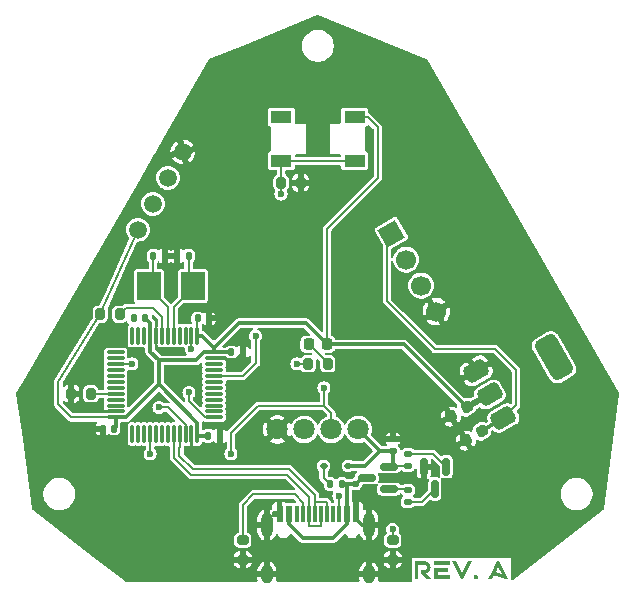
<source format=gbr>
%TF.GenerationSoftware,KiCad,Pcbnew,8.0.2*%
%TF.CreationDate,2024-05-13T19:17:35-04:00*%
%TF.ProjectId,BaseStation,42617365-5374-4617-9469-6f6e2e6b6963,rev?*%
%TF.SameCoordinates,Original*%
%TF.FileFunction,Copper,L1,Top*%
%TF.FilePolarity,Positive*%
%FSLAX46Y46*%
G04 Gerber Fmt 4.6, Leading zero omitted, Abs format (unit mm)*
G04 Created by KiCad (PCBNEW 8.0.2) date 2024-05-13 19:17:35*
%MOMM*%
%LPD*%
G01*
G04 APERTURE LIST*
G04 Aperture macros list*
%AMRoundRect*
0 Rectangle with rounded corners*
0 $1 Rounding radius*
0 $2 $3 $4 $5 $6 $7 $8 $9 X,Y pos of 4 corners*
0 Add a 4 corners polygon primitive as box body*
4,1,4,$2,$3,$4,$5,$6,$7,$8,$9,$2,$3,0*
0 Add four circle primitives for the rounded corners*
1,1,$1+$1,$2,$3*
1,1,$1+$1,$4,$5*
1,1,$1+$1,$6,$7*
1,1,$1+$1,$8,$9*
0 Add four rect primitives between the rounded corners*
20,1,$1+$1,$2,$3,$4,$5,0*
20,1,$1+$1,$4,$5,$6,$7,0*
20,1,$1+$1,$6,$7,$8,$9,0*
20,1,$1+$1,$8,$9,$2,$3,0*%
%AMHorizOval*
0 Thick line with rounded ends*
0 $1 width*
0 $2 $3 position (X,Y) of the first rounded end (center of the circle)*
0 $4 $5 position (X,Y) of the second rounded end (center of the circle)*
0 Add line between two ends*
20,1,$1,$2,$3,$4,$5,0*
0 Add two circle primitives to create the rounded ends*
1,1,$1,$2,$3*
1,1,$1,$4,$5*%
%AMRotRect*
0 Rectangle, with rotation*
0 The origin of the aperture is its center*
0 $1 length*
0 $2 width*
0 $3 Rotation angle, in degrees counterclockwise*
0 Add horizontal line*
21,1,$1,$2,0,0,$3*%
G04 Aperture macros list end*
%TA.AperFunction,Conductor*%
%ADD10C,0.500000*%
%TD*%
%TA.AperFunction,Conductor*%
%ADD11C,0.300000*%
%TD*%
%ADD12C,0.300000*%
%TA.AperFunction,NonConductor*%
%ADD13C,0.300000*%
%TD*%
%TA.AperFunction,SMDPad,CuDef*%
%ADD14C,1.500000*%
%TD*%
%TA.AperFunction,ComponentPad*%
%ADD15C,1.800000*%
%TD*%
%TA.AperFunction,SMDPad,CuDef*%
%ADD16R,2.000000X2.400000*%
%TD*%
%TA.AperFunction,SMDPad,CuDef*%
%ADD17RoundRect,0.135000X-0.185000X0.135000X-0.185000X-0.135000X0.185000X-0.135000X0.185000X0.135000X0*%
%TD*%
%TA.AperFunction,SMDPad,CuDef*%
%ADD18RoundRect,0.135000X0.185000X-0.135000X0.185000X0.135000X-0.185000X0.135000X-0.185000X-0.135000X0*%
%TD*%
%TA.AperFunction,SMDPad,CuDef*%
%ADD19RoundRect,0.140000X-0.140000X-0.170000X0.140000X-0.170000X0.140000X0.170000X-0.140000X0.170000X0*%
%TD*%
%TA.AperFunction,SMDPad,CuDef*%
%ADD20RoundRect,0.200000X-0.200000X-0.275000X0.200000X-0.275000X0.200000X0.275000X-0.200000X0.275000X0*%
%TD*%
%TA.AperFunction,SMDPad,CuDef*%
%ADD21RoundRect,0.200000X0.200000X0.275000X-0.200000X0.275000X-0.200000X-0.275000X0.200000X-0.275000X0*%
%TD*%
%TA.AperFunction,SMDPad,CuDef*%
%ADD22RoundRect,0.140000X0.140000X0.170000X-0.140000X0.170000X-0.140000X-0.170000X0.140000X-0.170000X0*%
%TD*%
%TA.AperFunction,SMDPad,CuDef*%
%ADD23RoundRect,0.225000X0.069856X0.329006X-0.319856X0.104006X-0.069856X-0.329006X0.319856X-0.104006X0*%
%TD*%
%TA.AperFunction,SMDPad,CuDef*%
%ADD24R,0.600000X1.450000*%
%TD*%
%TA.AperFunction,SMDPad,CuDef*%
%ADD25R,0.300000X1.450000*%
%TD*%
%TA.AperFunction,ComponentPad*%
%ADD26O,1.000000X2.100000*%
%TD*%
%TA.AperFunction,ComponentPad*%
%ADD27O,1.000000X1.600000*%
%TD*%
%TA.AperFunction,SMDPad,CuDef*%
%ADD28RoundRect,0.218750X-0.218750X-0.256250X0.218750X-0.256250X0.218750X0.256250X-0.218750X0.256250X0*%
%TD*%
%TA.AperFunction,SMDPad,CuDef*%
%ADD29RoundRect,0.375000X-0.353766X-0.637260X0.728766X-0.012260X0.353766X0.637260X-0.728766X0.012260X0*%
%TD*%
%TA.AperFunction,SMDPad,CuDef*%
%ADD30RoundRect,0.500000X0.266987X-1.462436X1.133013X-0.962436X-0.266987X1.462436X-1.133013X0.962436X0*%
%TD*%
%TA.AperFunction,SMDPad,CuDef*%
%ADD31RoundRect,0.150000X0.587500X0.150000X-0.587500X0.150000X-0.587500X-0.150000X0.587500X-0.150000X0*%
%TD*%
%TA.AperFunction,SMDPad,CuDef*%
%ADD32RoundRect,0.075000X-0.075000X0.662500X-0.075000X-0.662500X0.075000X-0.662500X0.075000X0.662500X0*%
%TD*%
%TA.AperFunction,SMDPad,CuDef*%
%ADD33RoundRect,0.075000X-0.662500X0.075000X-0.662500X-0.075000X0.662500X-0.075000X0.662500X0.075000X0*%
%TD*%
%TA.AperFunction,SMDPad,CuDef*%
%ADD34RoundRect,0.200000X-0.275000X0.200000X-0.275000X-0.200000X0.275000X-0.200000X0.275000X0.200000X0*%
%TD*%
%TA.AperFunction,SMDPad,CuDef*%
%ADD35RoundRect,0.135000X0.135000X0.185000X-0.135000X0.185000X-0.135000X-0.185000X0.135000X-0.185000X0*%
%TD*%
%TA.AperFunction,SMDPad,CuDef*%
%ADD36R,1.800000X1.100000*%
%TD*%
%TA.AperFunction,SMDPad,CuDef*%
%ADD37RoundRect,0.112500X0.187500X0.112500X-0.187500X0.112500X-0.187500X-0.112500X0.187500X-0.112500X0*%
%TD*%
%TA.AperFunction,SMDPad,CuDef*%
%ADD38RoundRect,0.150000X-0.150000X0.587500X-0.150000X-0.587500X0.150000X-0.587500X0.150000X0.587500X0*%
%TD*%
%TA.AperFunction,ComponentPad*%
%ADD39RotRect,1.700000X1.700000X30.000000*%
%TD*%
%TA.AperFunction,ComponentPad*%
%ADD40HorizOval,1.700000X0.000000X0.000000X0.000000X0.000000X0*%
%TD*%
%TA.AperFunction,ViaPad*%
%ADD41C,0.600000*%
%TD*%
%TA.AperFunction,Conductor*%
%ADD42C,0.200000*%
%TD*%
G04 APERTURE END LIST*
D10*
%TO.N,+3V3*%
X88809170Y-85464500D02*
X90744011Y-84378984D01*
D11*
%TO.N,VBUS*%
X90079170Y-87496500D02*
X91894020Y-86370858D01*
D12*
D13*
G36*
X84702919Y-98791508D02*
G01*
X84702919Y-99973400D01*
X84407263Y-99973400D01*
X84407263Y-98495852D01*
X85220225Y-98495852D01*
X85298381Y-98501185D01*
X85372106Y-98517182D01*
X85441400Y-98543843D01*
X85506264Y-98581169D01*
X85566697Y-98629160D01*
X85585856Y-98647527D01*
X85637278Y-98706483D01*
X85678060Y-98769870D01*
X85708204Y-98837687D01*
X85727708Y-98909936D01*
X85736574Y-98986615D01*
X85737165Y-99013159D01*
X85731120Y-99095774D01*
X85712985Y-99173626D01*
X85682760Y-99246716D01*
X85640445Y-99315043D01*
X85588398Y-99376157D01*
X85528978Y-99427608D01*
X85462186Y-99469397D01*
X85388020Y-99501522D01*
X85859897Y-99973400D01*
X85441509Y-99973400D01*
X84924203Y-99456093D01*
X84924203Y-99234443D01*
X85220225Y-99234443D01*
X85295248Y-99222031D01*
X85360033Y-99184795D01*
X85376662Y-99169596D01*
X85420991Y-99107737D01*
X85440496Y-99035639D01*
X85441509Y-99013159D01*
X85429097Y-98937885D01*
X85391861Y-98872990D01*
X85376662Y-98856355D01*
X85314803Y-98812026D01*
X85242705Y-98792522D01*
X85220225Y-98791508D01*
X84702919Y-98791508D01*
G37*
G36*
X86038316Y-98495852D02*
G01*
X87367486Y-98495852D01*
X87367486Y-98791508D01*
X86038316Y-98791508D01*
X86038316Y-98495852D01*
G37*
G36*
X86333972Y-99382088D02*
G01*
X86333972Y-99677744D01*
X87367486Y-99677744D01*
X87367486Y-99973400D01*
X86038316Y-99973400D01*
X86038316Y-99087164D01*
X87219841Y-99087164D01*
X87219841Y-99382088D01*
X86333972Y-99382088D01*
G37*
G36*
X88911345Y-98495852D02*
G01*
X89241073Y-98495852D01*
X88502116Y-99973400D01*
X88320766Y-99973400D01*
X87564590Y-98495852D01*
X87896150Y-98495852D01*
X88409426Y-99498225D01*
X88911345Y-98495852D01*
G37*
G36*
X89570801Y-99645137D02*
G01*
X89645460Y-99660647D01*
X89700860Y-99700092D01*
X89743168Y-99764813D01*
X89755082Y-99833082D01*
X89739779Y-99909195D01*
X89700860Y-99965706D01*
X89637331Y-100008300D01*
X89570801Y-100020294D01*
X89496038Y-100004888D01*
X89440375Y-99965706D01*
X89398067Y-99900906D01*
X89386153Y-99833082D01*
X89399709Y-99760633D01*
X89440375Y-99700092D01*
X89504190Y-99657212D01*
X89570801Y-99645137D01*
G37*
G36*
X92299482Y-99973400D02*
G01*
X92033501Y-99973400D01*
X91131879Y-99632681D01*
X90954558Y-99973400D01*
X90622999Y-99973400D01*
X90930946Y-99371829D01*
X91267800Y-99371829D01*
X91758362Y-99557576D01*
X91467835Y-98980186D01*
X91267800Y-99371829D01*
X90930946Y-99371829D01*
X91379175Y-98496219D01*
X91560525Y-98496219D01*
X92299482Y-99973400D01*
G37*
%TD*%
D14*
%TO.P,J8,1,Pin_1*%
%TO.N,SWSCK_DBG*%
X63500000Y-66040000D03*
%TD*%
D15*
%TO.P,J2,1,Pin_1*%
%TO.N,VCHRG*%
X79629000Y-87337219D03*
%TD*%
D16*
%TO.P,Y2,1,1*%
%TO.N,Net-(U1-PD1)*%
X61904000Y-75184000D03*
%TO.P,Y2,2,2*%
%TO.N,Net-(U1-PD0)*%
X65604000Y-75184000D03*
%TD*%
D17*
%TO.P,R7,1*%
%TO.N,Net-(Q1-B)*%
X83820000Y-92454000D03*
%TO.P,R7,2*%
%TO.N,Net-(Q3-C)*%
X83820000Y-93474000D03*
%TD*%
D18*
%TO.P,R9,1*%
%TO.N,VCHRG*%
X82550000Y-89156000D03*
%TO.P,R9,2*%
%TO.N,GND*%
X82550000Y-88136000D03*
%TD*%
D19*
%TO.P,C7,1*%
%TO.N,+3V3*%
X68862000Y-80822800D03*
%TO.P,C7,2*%
%TO.N,GND*%
X69822000Y-80822800D03*
%TD*%
D20*
%TO.P,R3,1*%
%TO.N,+3V3*%
X57772800Y-77571600D03*
%TO.P,R3,2*%
%TO.N,Net-(U1-NRST)*%
X59422800Y-77571600D03*
%TD*%
D21*
%TO.P,R5,1*%
%TO.N,GND*%
X74739000Y-66446400D03*
%TO.P,R5,2*%
%TO.N,BOOT0*%
X73089000Y-66446400D03*
%TD*%
D22*
%TO.P,C8,1*%
%TO.N,+3V3*%
X61592400Y-77927200D03*
%TO.P,C8,2*%
%TO.N,GND*%
X60632400Y-77927200D03*
%TD*%
D15*
%TO.P,J5,1,Pin_1*%
%TO.N,GND*%
X72771000Y-87337219D03*
%TD*%
%TO.P,J4,1,Pin_1*%
%TO.N,SWSCK*%
X75057000Y-87337219D03*
%TD*%
D14*
%TO.P,J6,1,Pin_1*%
%TO.N,+3V3*%
X60960000Y-70439409D03*
%TD*%
D23*
%TO.P,C1,1*%
%TO.N,VBUS*%
X90079170Y-87496500D03*
%TO.P,C1,2*%
%TO.N,GND*%
X88736830Y-88271500D03*
%TD*%
D19*
%TO.P,C5,1*%
%TO.N,+3V3*%
X66931600Y-87884000D03*
%TO.P,C5,2*%
%TO.N,GND*%
X67891600Y-87884000D03*
%TD*%
D24*
%TO.P,J1,A1,GND*%
%TO.N,GND*%
X72950000Y-94507000D03*
%TO.P,J1,A4,VBUS*%
%TO.N,VBUS*%
X73750000Y-94507000D03*
D25*
%TO.P,J1,A5,CC1*%
%TO.N,Net-(J1-CC1)*%
X74950000Y-94507000D03*
%TO.P,J1,A6,D+*%
%TO.N,USB_D+*%
X75950000Y-94507000D03*
%TO.P,J1,A7,D-*%
%TO.N,USB_D-*%
X76450000Y-94507000D03*
%TO.P,J1,A8,SBU1*%
%TO.N,unconnected-(J1-SBU1-PadA8)*%
X77450000Y-94507000D03*
D24*
%TO.P,J1,A9,VBUS*%
%TO.N,VBUS*%
X78650000Y-94507000D03*
%TO.P,J1,A12,GND*%
%TO.N,GND*%
X79450000Y-94507000D03*
%TO.P,J1,B1,GND*%
X79450000Y-94507000D03*
%TO.P,J1,B4,VBUS*%
%TO.N,VBUS*%
X78650000Y-94507000D03*
D25*
%TO.P,J1,B5,CC2*%
%TO.N,Net-(J1-CC2)*%
X77950000Y-94507000D03*
%TO.P,J1,B6,D+*%
%TO.N,USB_D+*%
X76950000Y-94507000D03*
%TO.P,J1,B7,D-*%
%TO.N,USB_D-*%
X75450000Y-94507000D03*
%TO.P,J1,B8,SBU2*%
%TO.N,unconnected-(J1-SBU2-PadB8)*%
X74450000Y-94507000D03*
D24*
%TO.P,J1,B9,VBUS*%
%TO.N,VBUS*%
X73750000Y-94507000D03*
%TO.P,J1,B12,GND*%
%TO.N,GND*%
X72950000Y-94507000D03*
D26*
%TO.P,J1,S1,SHIELD*%
X71880000Y-95422000D03*
D27*
X71880000Y-99602000D03*
D26*
X80520000Y-95422000D03*
D27*
X80520000Y-99602000D03*
%TD*%
D17*
%TO.P,R8,1*%
%TO.N,Net-(Q3-B)*%
X83820000Y-89406000D03*
%TO.P,R8,2*%
%TO.N,VCHRG*%
X83820000Y-90426000D03*
%TD*%
D14*
%TO.P,J9,1,Pin_1*%
%TO.N,GND*%
X64770000Y-63840295D03*
%TD*%
D28*
%TO.P,D1,1,K*%
%TO.N,Net-(D1-K)*%
X75412500Y-80137000D03*
%TO.P,D1,2,A*%
%TO.N,+3V3*%
X76987500Y-80137000D03*
%TD*%
D29*
%TO.P,U2,1,GND*%
%TO.N,GND*%
X89594020Y-82387142D03*
%TO.P,U2,2,VO*%
%TO.N,+3V3*%
X90744020Y-84379000D03*
D30*
X96199980Y-81229000D03*
D29*
%TO.P,U2,3,VI*%
%TO.N,VBUS*%
X91894020Y-86370858D03*
%TD*%
D19*
%TO.P,C3,1*%
%TO.N,GND*%
X64290000Y-72644000D03*
%TO.P,C3,2*%
%TO.N,Net-(U1-PD0)*%
X65250000Y-72644000D03*
%TD*%
D21*
%TO.P,R6,1*%
%TO.N,Net-(D1-K)*%
X77025000Y-81788000D03*
%TO.P,R6,2*%
%TO.N,Net-(U1-PC13)*%
X75375000Y-81788000D03*
%TD*%
D31*
%TO.P,Q1,1,B*%
%TO.N,Net-(Q1-B)*%
X82217500Y-92390000D03*
%TO.P,Q1,2,E*%
%TO.N,VCHRG*%
X82217500Y-90490000D03*
%TO.P,Q1,3,C*%
%TO.N,VBUS*%
X80342500Y-91440000D03*
%TD*%
D19*
%TO.P,C9,1*%
%TO.N,+3V3*%
X66017200Y-77927200D03*
%TO.P,C9,2*%
%TO.N,GND*%
X66977200Y-77927200D03*
%TD*%
D32*
%TO.P,U1,1,VBAT*%
%TO.N,+3V3*%
X65996000Y-79403500D03*
%TO.P,U1,2,PC13*%
%TO.N,Net-(U1-PC13)*%
X65496000Y-79403500D03*
%TO.P,U1,3,PC14*%
%TO.N,unconnected-(U1-PC14-Pad3)*%
X64996000Y-79403500D03*
%TO.P,U1,4,PC15*%
%TO.N,unconnected-(U1-PC15-Pad4)*%
X64496000Y-79403500D03*
%TO.P,U1,5,PD0*%
%TO.N,Net-(U1-PD0)*%
X63996000Y-79403500D03*
%TO.P,U1,6,PD1*%
%TO.N,Net-(U1-PD1)*%
X63496000Y-79403500D03*
%TO.P,U1,7,NRST*%
%TO.N,Net-(U1-NRST)*%
X62996000Y-79403500D03*
%TO.P,U1,8,VSSA*%
%TO.N,GND*%
X62496000Y-79403500D03*
%TO.P,U1,9,VDDA*%
%TO.N,+3V3*%
X61996000Y-79403500D03*
%TO.P,U1,10,PA0*%
%TO.N,unconnected-(U1-PA0-Pad10)*%
X61496000Y-79403500D03*
%TO.P,U1,11,PA1*%
%TO.N,unconnected-(U1-PA1-Pad11)*%
X60996000Y-79403500D03*
%TO.P,U1,12,PA2*%
%TO.N,unconnected-(U1-PA2-Pad12)*%
X60496000Y-79403500D03*
D33*
%TO.P,U1,13,PA3*%
%TO.N,unconnected-(U1-PA3-Pad13)*%
X59083500Y-80816000D03*
%TO.P,U1,14,PA4*%
%TO.N,unconnected-(U1-PA4-Pad14)*%
X59083500Y-81316000D03*
%TO.P,U1,15,PA5*%
%TO.N,SWSCK*%
X59083500Y-81816000D03*
%TO.P,U1,16,PA6*%
%TO.N,unconnected-(U1-PA6-Pad16)*%
X59083500Y-82316000D03*
%TO.P,U1,17,PA7*%
%TO.N,unconnected-(U1-PA7-Pad17)*%
X59083500Y-82816000D03*
%TO.P,U1,18,PB0*%
%TO.N,unconnected-(U1-PB0-Pad18)*%
X59083500Y-83316000D03*
%TO.P,U1,19,PB1*%
%TO.N,unconnected-(U1-PB1-Pad19)*%
X59083500Y-83816000D03*
%TO.P,U1,20,PB2*%
%TO.N,Net-(U1-PB2)*%
X59083500Y-84316000D03*
%TO.P,U1,21,PB10*%
%TO.N,unconnected-(U1-PB10-Pad21)*%
X59083500Y-84816000D03*
%TO.P,U1,22,PB11*%
%TO.N,unconnected-(U1-PB11-Pad22)*%
X59083500Y-85316000D03*
%TO.P,U1,23,VSS*%
%TO.N,GND*%
X59083500Y-85816000D03*
%TO.P,U1,24,VDD*%
%TO.N,+3V3*%
X59083500Y-86316000D03*
D32*
%TO.P,U1,25,PB12*%
%TO.N,unconnected-(U1-PB12-Pad25)*%
X60496000Y-87728500D03*
%TO.P,U1,26,PB13*%
%TO.N,unconnected-(U1-PB13-Pad26)*%
X60996000Y-87728500D03*
%TO.P,U1,27,PB14*%
%TO.N,unconnected-(U1-PB14-Pad27)*%
X61496000Y-87728500D03*
%TO.P,U1,28,PB15*%
%TO.N,SWDIO*%
X61996000Y-87728500D03*
%TO.P,U1,29,PA8*%
%TO.N,unconnected-(U1-PA8-Pad29)*%
X62496000Y-87728500D03*
%TO.P,U1,30,PA9*%
%TO.N,unconnected-(U1-PA9-Pad30)*%
X62996000Y-87728500D03*
%TO.P,U1,31,PA10*%
%TO.N,unconnected-(U1-PA10-Pad31)*%
X63496000Y-87728500D03*
%TO.P,U1,32,PA11*%
%TO.N,USB_D-*%
X63996000Y-87728500D03*
%TO.P,U1,33,PA12*%
%TO.N,USB_D+*%
X64496000Y-87728500D03*
%TO.P,U1,34,PA13*%
%TO.N,SWDIO_DBG*%
X64996000Y-87728500D03*
%TO.P,U1,35,VSS*%
%TO.N,GND*%
X65496000Y-87728500D03*
%TO.P,U1,36,VDD*%
%TO.N,+3V3*%
X65996000Y-87728500D03*
D33*
%TO.P,U1,37,PA14*%
%TO.N,SWSCK_DBG*%
X67408500Y-86316000D03*
%TO.P,U1,38,PA15*%
%TO.N,unconnected-(U1-PA15-Pad38)*%
X67408500Y-85816000D03*
%TO.P,U1,39,PB3*%
%TO.N,unconnected-(U1-PB3-Pad39)*%
X67408500Y-85316000D03*
%TO.P,U1,40,PB4*%
%TO.N,unconnected-(U1-PB4-Pad40)*%
X67408500Y-84816000D03*
%TO.P,U1,41,PB5*%
%TO.N,unconnected-(U1-PB5-Pad41)*%
X67408500Y-84316000D03*
%TO.P,U1,42,PB6*%
%TO.N,unconnected-(U1-PB6-Pad42)*%
X67408500Y-83816000D03*
%TO.P,U1,43,PB7*%
%TO.N,unconnected-(U1-PB7-Pad43)*%
X67408500Y-83316000D03*
%TO.P,U1,44,BOOT0*%
%TO.N,BOOT0*%
X67408500Y-82816000D03*
%TO.P,U1,45,PB8*%
%TO.N,unconnected-(U1-PB8-Pad45)*%
X67408500Y-82316000D03*
%TO.P,U1,46,PB9*%
%TO.N,unconnected-(U1-PB9-Pad46)*%
X67408500Y-81816000D03*
%TO.P,U1,47,VSS*%
%TO.N,GND*%
X67408500Y-81316000D03*
%TO.P,U1,48,VDD*%
%TO.N,+3V3*%
X67408500Y-80816000D03*
%TD*%
D23*
%TO.P,C2,1*%
%TO.N,+3V3*%
X88809170Y-85464500D03*
%TO.P,C2,2*%
%TO.N,GND*%
X87466830Y-86239500D03*
%TD*%
D34*
%TO.P,R1,1*%
%TO.N,Net-(J1-CC1)*%
X69850000Y-96711000D03*
%TO.P,R1,2*%
%TO.N,GND*%
X69850000Y-98361000D03*
%TD*%
D35*
%TO.P,R10,1*%
%TO.N,VBUS*%
X78234000Y-91948000D03*
%TO.P,R10,2*%
%TO.N,Net-(D2-A)*%
X77214000Y-91948000D03*
%TD*%
D15*
%TO.P,J3,1,Pin_1*%
%TO.N,SWDIO*%
X77343000Y-87337219D03*
%TD*%
D34*
%TO.P,R2,1*%
%TO.N,Net-(J1-CC2)*%
X82550000Y-96711000D03*
%TO.P,R2,2*%
%TO.N,GND*%
X82550000Y-98361000D03*
%TD*%
D22*
%TO.P,C4,1*%
%TO.N,GND*%
X63218000Y-72644000D03*
%TO.P,C4,2*%
%TO.N,Net-(U1-PD1)*%
X62258000Y-72644000D03*
%TD*%
D36*
%TO.P,SW1,1,1*%
%TO.N,+3V3*%
X73100000Y-60888000D03*
X79300000Y-60888000D03*
%TO.P,SW1,2,2*%
%TO.N,BOOT0*%
X73100000Y-64588000D03*
X79300000Y-64588000D03*
%TD*%
D20*
%TO.P,R4,1*%
%TO.N,GND*%
X55309000Y-84328000D03*
%TO.P,R4,2*%
%TO.N,Net-(U1-PB2)*%
X56959000Y-84328000D03*
%TD*%
D37*
%TO.P,D2,1,K*%
%TO.N,VCHRG*%
X78774000Y-90424000D03*
%TO.P,D2,2,A*%
%TO.N,Net-(D2-A)*%
X76674000Y-90424000D03*
%TD*%
D22*
%TO.P,C6,1*%
%TO.N,+3V3*%
X58928000Y-87274400D03*
%TO.P,C6,2*%
%TO.N,GND*%
X57968000Y-87274400D03*
%TD*%
D38*
%TO.P,Q3,1,B*%
%TO.N,Net-(Q3-B)*%
X87056000Y-90502500D03*
%TO.P,Q3,2,E*%
%TO.N,GND*%
X85156000Y-90502500D03*
%TO.P,Q3,3,C*%
%TO.N,Net-(Q3-C)*%
X86106000Y-92377500D03*
%TD*%
D14*
%TO.P,J7,1,Pin_1*%
%TO.N,SWDIO_DBG*%
X62230000Y-68239705D03*
%TD*%
D39*
%TO.P,J10,1,Pin_1*%
%TO.N,VBUS*%
X82406861Y-70756397D03*
D40*
%TO.P,J10,2,Pin_2*%
%TO.N,SWDIO*%
X83676861Y-72956102D03*
%TO.P,J10,3,Pin_3*%
%TO.N,SWSCK*%
X84946861Y-75155806D03*
%TO.P,J10,4,Pin_4*%
%TO.N,GND*%
X86216861Y-77355511D03*
%TD*%
D41*
%TO.N,BOOT0*%
X73075800Y-67411600D03*
X70916800Y-79425800D03*
%TO.N,GND*%
X58064400Y-75285600D03*
X67564000Y-74701400D03*
X59740800Y-79044800D03*
X60223400Y-75311000D03*
X71628000Y-82042000D03*
X57581800Y-85496400D03*
X80010000Y-66040000D03*
X70205600Y-81483200D03*
X86893400Y-81559400D03*
X84836000Y-91694000D03*
X62509400Y-71653400D03*
X61671200Y-82956400D03*
X60452000Y-84378800D03*
X76200000Y-62738000D03*
X73634600Y-92227400D03*
X69545200Y-89992200D03*
X75742800Y-84531200D03*
X61849000Y-86207600D03*
X69951600Y-84328000D03*
X67868800Y-88696800D03*
X81026000Y-77978000D03*
X67360800Y-87045800D03*
X63093600Y-90195400D03*
X69646800Y-79705200D03*
X72593200Y-79451200D03*
X67513200Y-78994000D03*
X63754000Y-76276200D03*
X81280000Y-60198000D03*
X64719200Y-82880200D03*
X82042000Y-63754000D03*
X75793600Y-91617800D03*
X77724000Y-70612000D03*
X83108800Y-81000600D03*
X58267600Y-79781400D03*
X61036200Y-80822800D03*
X63042800Y-80721200D03*
%TO.N,Net-(J1-CC2)*%
X82524600Y-95808800D03*
X77978000Y-92964000D03*
%TO.N,VBUS*%
X91894020Y-86370858D03*
X79407436Y-91948000D03*
%TO.N,SWSCK_DBG*%
X65278000Y-84201000D03*
X63500000Y-66040000D03*
%TO.N,SWDIO_DBG*%
X62738000Y-85471000D03*
X62230000Y-68239705D03*
%TO.N,SWSCK*%
X60452000Y-81788000D03*
%TO.N,SWDIO*%
X76708000Y-83820000D03*
X68834000Y-89408000D03*
X61996000Y-89408000D03*
%TO.N,Net-(U1-PC13)*%
X74422000Y-81788000D03*
X65496000Y-80568800D03*
%TD*%
D42*
%TO.N,BOOT0*%
X73100000Y-66435400D02*
X73089000Y-66446400D01*
X73100000Y-64588000D02*
X73100000Y-66435400D01*
X79300000Y-64588000D02*
X73100000Y-64588000D01*
X70916800Y-81712800D02*
X70929000Y-81725000D01*
X73075800Y-67411600D02*
X73075800Y-66459600D01*
X70916800Y-79425800D02*
X70916800Y-81712800D01*
X69838000Y-82816000D02*
X67408500Y-82816000D01*
X73075800Y-66459600D02*
X73089000Y-66446400D01*
X70929000Y-81725000D02*
X69838000Y-82816000D01*
D11*
%TO.N,GND*%
X79450000Y-94507000D02*
X79450000Y-93270000D01*
X68348354Y-81316000D02*
X68515154Y-81482800D01*
X67408500Y-81316000D02*
X68348354Y-81316000D01*
X79928000Y-95422000D02*
X80520000Y-95422000D01*
X79450000Y-94944000D02*
X79928000Y-95422000D01*
X69822000Y-80952400D02*
X69822000Y-80822800D01*
X69291600Y-81482800D02*
X69822000Y-80952400D01*
X79450000Y-94507000D02*
X79450000Y-94944000D01*
X68515154Y-81482800D02*
X69291600Y-81482800D01*
D42*
%TO.N,Net-(U1-PB2)*%
X59083500Y-84316000D02*
X56971000Y-84316000D01*
X56971000Y-84316000D02*
X56959000Y-84328000D01*
%TO.N,Net-(U1-NRST)*%
X62204600Y-77063600D02*
X59930800Y-77063600D01*
X59930800Y-77063600D02*
X59422800Y-77571600D01*
X62996000Y-77855000D02*
X62204600Y-77063600D01*
X62996000Y-79403500D02*
X62996000Y-77855000D01*
%TO.N,+3V3*%
X76987500Y-70332500D02*
X81280000Y-66040000D01*
D11*
X67408500Y-80816000D02*
X67408500Y-80413300D01*
D42*
X65996000Y-77948400D02*
X66017200Y-77927200D01*
D11*
X59083500Y-86316000D02*
X59083500Y-87118900D01*
X69488200Y-78333600D02*
X75184100Y-78333600D01*
X65996000Y-86760120D02*
X62738000Y-83502120D01*
X67408500Y-80816000D02*
X68855200Y-80816000D01*
X65900680Y-81483200D02*
X66567880Y-80816000D01*
D42*
X81280000Y-61768000D02*
X80400000Y-60888000D01*
D11*
X66567880Y-80816000D02*
X67408500Y-80816000D01*
X66151500Y-87884000D02*
X65996000Y-87728500D01*
D42*
X57772800Y-77571600D02*
X54229000Y-83286600D01*
D11*
X61996000Y-79403500D02*
X61996000Y-78330800D01*
X67408500Y-80413300D02*
X69488200Y-78333600D01*
D42*
X81280000Y-66040000D02*
X81280000Y-61768000D01*
X76987500Y-80137000D02*
X76987500Y-70332500D01*
D11*
X76987500Y-80137000D02*
X83481670Y-80137000D01*
X68855200Y-80816000D02*
X68862000Y-80822800D01*
D42*
X57772800Y-77571600D02*
X60960000Y-70439409D01*
D11*
X65996000Y-87728500D02*
X65996000Y-86760120D01*
X61996000Y-79403500D02*
X61996000Y-80741200D01*
X66398700Y-79403500D02*
X65996000Y-79403500D01*
X83481670Y-80137000D02*
X88809170Y-85464500D01*
D42*
X54229000Y-83286600D02*
X54229000Y-85217000D01*
D11*
X59924120Y-86316000D02*
X59083500Y-86316000D01*
X61996000Y-78330800D02*
X61592400Y-77927200D01*
X66931600Y-87884000D02*
X66151500Y-87884000D01*
X61996000Y-80741200D02*
X62738000Y-81483200D01*
D42*
X65996000Y-79403500D02*
X65996000Y-77948400D01*
D11*
X75184100Y-78333600D02*
X76987500Y-80137000D01*
D42*
X80400000Y-60888000D02*
X79300000Y-60888000D01*
X55328000Y-86316000D02*
X59083500Y-86316000D01*
D11*
X62738000Y-83502120D02*
X59924120Y-86316000D01*
D42*
X54229000Y-85217000D02*
X55328000Y-86316000D01*
D11*
X62738000Y-81483200D02*
X65900680Y-81483200D01*
X62738000Y-81483200D02*
X62738000Y-83502120D01*
X67408500Y-80413300D02*
X66398700Y-79403500D01*
X59083500Y-87118900D02*
X58928000Y-87274400D01*
D42*
%TO.N,Net-(J1-CC2)*%
X82524600Y-96685600D02*
X82550000Y-96711000D01*
X77950000Y-92992000D02*
X77978000Y-92964000D01*
X82524600Y-95808800D02*
X82524600Y-96685600D01*
X77950000Y-94507000D02*
X77950000Y-92992000D01*
%TO.N,Net-(J1-CC1)*%
X74255000Y-92837000D02*
X74950000Y-93532000D01*
X74950000Y-93532000D02*
X74950000Y-94507000D01*
X70739000Y-92837000D02*
X74255000Y-92837000D01*
X69850000Y-96711000D02*
X69850000Y-93726000D01*
X69850000Y-93726000D02*
X70739000Y-92837000D01*
%TO.N,VBUS*%
X82406861Y-70756397D02*
X82042000Y-71121258D01*
D11*
X74903305Y-96520000D02*
X77496695Y-96520000D01*
X79915436Y-91440000D02*
X80342500Y-91440000D01*
X79407436Y-91948000D02*
X79915436Y-91440000D01*
X73750000Y-94507000D02*
X73750000Y-95366695D01*
X77496695Y-96520000D02*
X78650000Y-95366695D01*
D42*
X86106000Y-80518000D02*
X91186000Y-80518000D01*
X92964000Y-85300878D02*
X91894020Y-86370858D01*
X82042000Y-71121258D02*
X82042000Y-76454000D01*
D11*
X73750000Y-95366695D02*
X74903305Y-96520000D01*
D42*
X92964000Y-82296000D02*
X92964000Y-85300878D01*
X91186000Y-80518000D02*
X92964000Y-82296000D01*
X82042000Y-76454000D02*
X86106000Y-80518000D01*
D11*
X78234000Y-91948000D02*
X78740000Y-91948000D01*
X78740000Y-91948000D02*
X79407436Y-91948000D01*
X78650000Y-94507000D02*
X78650000Y-92038000D01*
X78650000Y-95366695D02*
X78650000Y-94507000D01*
X78650000Y-92038000D02*
X78740000Y-91948000D01*
D42*
%TO.N,Net-(U1-PD0)*%
X65250000Y-72644000D02*
X65250000Y-74830000D01*
X63996000Y-76974000D02*
X65604000Y-75366000D01*
X63996000Y-79403500D02*
X63996000Y-76974000D01*
X65604000Y-75366000D02*
X65604000Y-75184000D01*
X65250000Y-74830000D02*
X65604000Y-75184000D01*
%TO.N,Net-(U1-PD1)*%
X63496000Y-79403500D02*
X63496000Y-76958000D01*
X62258000Y-74830000D02*
X61904000Y-75184000D01*
X61904000Y-75366000D02*
X61904000Y-75184000D01*
X62258000Y-72644000D02*
X62258000Y-74830000D01*
X63496000Y-76958000D02*
X61904000Y-75366000D01*
%TO.N,SWSCK_DBG*%
X66638590Y-86316000D02*
X65278000Y-84955410D01*
X65278000Y-84955410D02*
X65278000Y-84201000D01*
X67408500Y-86316000D02*
X66638590Y-86316000D01*
%TO.N,SWDIO_DBG*%
X64996000Y-86958590D02*
X63508410Y-85471000D01*
X64996000Y-87728500D02*
X64996000Y-86958590D01*
X63508410Y-85471000D02*
X62738000Y-85471000D01*
%TO.N,SWSCK*%
X60424000Y-81816000D02*
X60452000Y-81788000D01*
X59083500Y-81816000D02*
X60424000Y-81816000D01*
%TO.N,USB_D+*%
X75950000Y-93532000D02*
X76000000Y-93482000D01*
X65625200Y-90707000D02*
X64471000Y-89552800D01*
X75950000Y-94507000D02*
X75950000Y-93532000D01*
X64496000Y-88834751D02*
X64496000Y-87728500D01*
X75950000Y-94507000D02*
X75950000Y-93419499D01*
X75925000Y-92878800D02*
X73753200Y-90707000D01*
X73753200Y-90707000D02*
X65625200Y-90707000D01*
X64471000Y-89552800D02*
X64471000Y-88859751D01*
X75950000Y-93419499D02*
X75925000Y-93394499D01*
X76950000Y-93532000D02*
X76950000Y-94507000D01*
X76000000Y-93482000D02*
X76900000Y-93482000D01*
X76900000Y-93482000D02*
X76950000Y-93532000D01*
X64471000Y-88859751D02*
X64496000Y-88834751D01*
X75925000Y-93394499D02*
X75925000Y-92878800D01*
%TO.N,SWDIO*%
X61996000Y-89408000D02*
X61996000Y-87728500D01*
X77343000Y-87337219D02*
X77343000Y-85979000D01*
X76708000Y-83820000D02*
X76708000Y-85344000D01*
X77343000Y-85979000D02*
X76708000Y-85344000D01*
X76708000Y-85344000D02*
X71120000Y-85344000D01*
X68834000Y-87630000D02*
X68834000Y-89408000D01*
X71120000Y-85344000D02*
X68834000Y-87630000D01*
%TO.N,Net-(U1-PC13)*%
X74422000Y-81788000D02*
X75375000Y-81788000D01*
X65496000Y-80568800D02*
X65496000Y-79403500D01*
%TO.N,USB_D-*%
X73566800Y-91157000D02*
X65438800Y-91157000D01*
X63996000Y-88834751D02*
X63996000Y-87728500D01*
X75475000Y-93394499D02*
X75475000Y-93065200D01*
X75450000Y-94507000D02*
X75450000Y-93419499D01*
X65438800Y-91157000D02*
X64021000Y-89739200D01*
X75500000Y-95532000D02*
X76400000Y-95532000D01*
X75450000Y-94507000D02*
X75450000Y-95482000D01*
X76450000Y-95482000D02*
X76450000Y-94507000D01*
X76400000Y-95532000D02*
X76450000Y-95482000D01*
X64021000Y-88859751D02*
X63996000Y-88834751D01*
X75450000Y-95482000D02*
X75500000Y-95532000D01*
X64021000Y-89739200D02*
X64021000Y-88859751D01*
X75475000Y-93065200D02*
X73566800Y-91157000D01*
X75450000Y-93419499D02*
X75475000Y-93394499D01*
%TO.N,Net-(D1-K)*%
X77025000Y-81788000D02*
X77025000Y-81749500D01*
X77025000Y-81749500D02*
X75412500Y-80137000D01*
D11*
%TO.N,VCHRG*%
X81447781Y-89156000D02*
X82550000Y-89156000D01*
X79629000Y-87337219D02*
X81447781Y-89156000D01*
X78774000Y-90424000D02*
X80179781Y-90424000D01*
X80179781Y-90424000D02*
X81447781Y-89156000D01*
X82550000Y-89156000D02*
X82550000Y-90157500D01*
D42*
X83820000Y-90426000D02*
X82281500Y-90426000D01*
X82281500Y-90426000D02*
X82217500Y-90490000D01*
D11*
X82550000Y-90157500D02*
X82217500Y-90490000D01*
D42*
%TO.N,Net-(Q3-C)*%
X83820000Y-93474000D02*
X85009500Y-93474000D01*
X85009500Y-93474000D02*
X86106000Y-92377500D01*
%TO.N,Net-(Q1-B)*%
X83756000Y-92390000D02*
X83820000Y-92454000D01*
X82217500Y-92390000D02*
X83756000Y-92390000D01*
%TO.N,Net-(Q3-B)*%
X85959500Y-89406000D02*
X87056000Y-90502500D01*
X83820000Y-89406000D02*
X85959500Y-89406000D01*
%TO.N,Net-(D2-A)*%
X76674000Y-90424000D02*
X76674000Y-91408000D01*
X76674000Y-91408000D02*
X77214000Y-91948000D01*
%TD*%
%TA.AperFunction,Conductor*%
%TO.N,GND*%
G36*
X85925003Y-89867185D02*
G01*
X86476504Y-90418686D01*
X86504281Y-90473203D01*
X86505500Y-90488690D01*
X86505500Y-91121520D01*
X86505501Y-91121523D01*
X86520352Y-91215299D01*
X86520353Y-91215302D01*
X86560888Y-91294856D01*
X86570459Y-91355288D01*
X86542682Y-91409805D01*
X86488165Y-91437582D01*
X86427733Y-91428011D01*
X86381303Y-91404353D01*
X86287522Y-91389500D01*
X85924479Y-91389500D01*
X85924475Y-91389501D01*
X85827145Y-91404915D01*
X85766713Y-91395343D01*
X85723449Y-91352077D01*
X85713879Y-91291645D01*
X85718216Y-91274436D01*
X85753149Y-91174603D01*
X85755999Y-91144211D01*
X85756000Y-91144210D01*
X85756000Y-90752501D01*
X85755999Y-90752500D01*
X85406001Y-90752500D01*
X85406000Y-90752501D01*
X85406000Y-91531760D01*
X85455490Y-91514444D01*
X85516660Y-91513071D01*
X85566955Y-91547914D01*
X85587163Y-91605666D01*
X85576399Y-91652831D01*
X85570354Y-91664695D01*
X85555500Y-91758478D01*
X85555500Y-92391309D01*
X85536593Y-92449500D01*
X85526504Y-92461313D01*
X84893314Y-93094504D01*
X84838797Y-93122281D01*
X84823310Y-93123500D01*
X84375685Y-93123500D01*
X84317494Y-93104593D01*
X84305687Y-93094509D01*
X84245179Y-93034001D01*
X84217404Y-92979487D01*
X84226975Y-92919055D01*
X84245178Y-92893999D01*
X84323076Y-92816102D01*
X84379582Y-92700518D01*
X84390500Y-92625582D01*
X84390500Y-92282418D01*
X84379582Y-92207482D01*
X84323076Y-92091898D01*
X84232102Y-92000924D01*
X84116518Y-91944418D01*
X84041582Y-91933500D01*
X83598418Y-91933500D01*
X83523482Y-91944418D01*
X83407899Y-92000923D01*
X83407898Y-92000923D01*
X83407898Y-92000924D01*
X83398316Y-92010505D01*
X83343802Y-92038281D01*
X83328315Y-92039500D01*
X83210987Y-92039500D01*
X83152796Y-92020593D01*
X83138964Y-92006762D01*
X83138559Y-92007168D01*
X83133051Y-92001660D01*
X83133050Y-92001658D01*
X83043342Y-91911950D01*
X82930304Y-91854354D01*
X82930305Y-91854354D01*
X82836521Y-91839500D01*
X81598478Y-91839500D01*
X81598476Y-91839501D01*
X81504700Y-91854352D01*
X81504697Y-91854353D01*
X81425143Y-91894888D01*
X81364711Y-91904459D01*
X81310194Y-91876681D01*
X81282417Y-91822165D01*
X81291989Y-91761733D01*
X81315646Y-91715304D01*
X81330500Y-91621519D01*
X81330499Y-91258482D01*
X81330498Y-91258478D01*
X81330498Y-91258476D01*
X81315647Y-91164700D01*
X81315646Y-91164695D01*
X81291989Y-91118267D01*
X81282417Y-91057835D01*
X81310194Y-91003318D01*
X81364710Y-90975540D01*
X81425141Y-90985110D01*
X81504696Y-91025646D01*
X81598481Y-91040500D01*
X82836518Y-91040499D01*
X82836521Y-91040499D01*
X82836522Y-91040498D01*
X82883411Y-91033072D01*
X82930299Y-91025647D01*
X82930299Y-91025646D01*
X82930304Y-91025646D01*
X83043342Y-90968050D01*
X83133050Y-90878342D01*
X83157399Y-90830553D01*
X83200663Y-90787290D01*
X83245608Y-90776500D01*
X83264315Y-90776500D01*
X83322506Y-90795407D01*
X83334312Y-90805490D01*
X83407898Y-90879076D01*
X83523482Y-90935582D01*
X83598418Y-90946500D01*
X83598421Y-90946500D01*
X84041578Y-90946500D01*
X84041582Y-90946500D01*
X84116518Y-90935582D01*
X84232102Y-90879076D01*
X84323076Y-90788102D01*
X84368061Y-90696083D01*
X84410602Y-90652112D01*
X84470868Y-90641542D01*
X84525836Y-90668414D01*
X84554512Y-90722464D01*
X84556000Y-90739566D01*
X84556000Y-91144203D01*
X84558850Y-91174600D01*
X84558850Y-91174602D01*
X84603654Y-91302647D01*
X84684207Y-91411790D01*
X84684209Y-91411792D01*
X84793352Y-91492345D01*
X84906000Y-91531761D01*
X84906000Y-90351500D01*
X84924907Y-90293309D01*
X84974407Y-90257345D01*
X85005000Y-90252500D01*
X85755998Y-90252500D01*
X85755999Y-90252499D01*
X85755999Y-89937189D01*
X85774906Y-89878998D01*
X85824406Y-89843034D01*
X85885592Y-89843034D01*
X85925003Y-89867185D01*
G37*
%TD.AperFunction*%
%TA.AperFunction,Conductor*%
G36*
X62782945Y-84120310D02*
G01*
X62808004Y-84138516D01*
X63620984Y-84951496D01*
X63648761Y-85006013D01*
X63639190Y-85066445D01*
X63595925Y-85109710D01*
X63550980Y-85120500D01*
X63211764Y-85120500D01*
X63153573Y-85101593D01*
X63133223Y-85081769D01*
X63130623Y-85078381D01*
X63130621Y-85078380D01*
X63130621Y-85078379D01*
X63015625Y-84990139D01*
X63015621Y-84990137D01*
X62881709Y-84934670D01*
X62881708Y-84934669D01*
X62738000Y-84915750D01*
X62594291Y-84934669D01*
X62594290Y-84934670D01*
X62460378Y-84990137D01*
X62460374Y-84990139D01*
X62345381Y-85078377D01*
X62345377Y-85078381D01*
X62257139Y-85193374D01*
X62257137Y-85193378D01*
X62201670Y-85327290D01*
X62201669Y-85327291D01*
X62182750Y-85470999D01*
X62182750Y-85471000D01*
X62201669Y-85614708D01*
X62201670Y-85614709D01*
X62251663Y-85735406D01*
X62257139Y-85748625D01*
X62345379Y-85863621D01*
X62460375Y-85951861D01*
X62594291Y-86007330D01*
X62738000Y-86026250D01*
X62881709Y-86007330D01*
X63015625Y-85951861D01*
X63130621Y-85863621D01*
X63131385Y-85862624D01*
X63133223Y-85860231D01*
X63183649Y-85825576D01*
X63211764Y-85821500D01*
X63322220Y-85821500D01*
X63380411Y-85840407D01*
X63392224Y-85850496D01*
X64113224Y-86571496D01*
X64141001Y-86626013D01*
X64131430Y-86686445D01*
X64088165Y-86729710D01*
X64043221Y-86740500D01*
X63882866Y-86740500D01*
X63882854Y-86740501D01*
X63835458Y-86746740D01*
X63835452Y-86746741D01*
X63787838Y-86768944D01*
X63727109Y-86776400D01*
X63704162Y-86768944D01*
X63656551Y-86746743D01*
X63656547Y-86746742D01*
X63656545Y-86746741D01*
X63609139Y-86740500D01*
X63609137Y-86740500D01*
X63382866Y-86740500D01*
X63382854Y-86740501D01*
X63335458Y-86746740D01*
X63335452Y-86746741D01*
X63287838Y-86768944D01*
X63227109Y-86776400D01*
X63204162Y-86768944D01*
X63156551Y-86746743D01*
X63156547Y-86746742D01*
X63156545Y-86746741D01*
X63109139Y-86740500D01*
X63109137Y-86740500D01*
X62882866Y-86740500D01*
X62882854Y-86740501D01*
X62835458Y-86746740D01*
X62835452Y-86746741D01*
X62787838Y-86768944D01*
X62727109Y-86776400D01*
X62704162Y-86768944D01*
X62656551Y-86746743D01*
X62656547Y-86746742D01*
X62656545Y-86746741D01*
X62609139Y-86740500D01*
X62609137Y-86740500D01*
X62382866Y-86740500D01*
X62382854Y-86740501D01*
X62335458Y-86746740D01*
X62335452Y-86746741D01*
X62287838Y-86768944D01*
X62227109Y-86776400D01*
X62204162Y-86768944D01*
X62156551Y-86746743D01*
X62156547Y-86746742D01*
X62156545Y-86746741D01*
X62109139Y-86740500D01*
X62109137Y-86740500D01*
X61882866Y-86740500D01*
X61882854Y-86740501D01*
X61835458Y-86746740D01*
X61835452Y-86746741D01*
X61787838Y-86768944D01*
X61727109Y-86776400D01*
X61704162Y-86768944D01*
X61656551Y-86746743D01*
X61656547Y-86746742D01*
X61656545Y-86746741D01*
X61609139Y-86740500D01*
X61609137Y-86740500D01*
X61382866Y-86740500D01*
X61382854Y-86740501D01*
X61335458Y-86746740D01*
X61335452Y-86746741D01*
X61287838Y-86768944D01*
X61227109Y-86776400D01*
X61204162Y-86768944D01*
X61156551Y-86746743D01*
X61156547Y-86746742D01*
X61156545Y-86746741D01*
X61109139Y-86740500D01*
X61109137Y-86740500D01*
X60882866Y-86740500D01*
X60882854Y-86740501D01*
X60835458Y-86746740D01*
X60835452Y-86746741D01*
X60787838Y-86768944D01*
X60727109Y-86776400D01*
X60704162Y-86768944D01*
X60656551Y-86746743D01*
X60656547Y-86746742D01*
X60656545Y-86746741D01*
X60609139Y-86740500D01*
X60609137Y-86740500D01*
X60382866Y-86740500D01*
X60382854Y-86740501D01*
X60335455Y-86746740D01*
X60327746Y-86750335D01*
X60267017Y-86757789D01*
X60213504Y-86728125D01*
X60187648Y-86672671D01*
X60199324Y-86612610D01*
X60215899Y-86590613D01*
X62667996Y-84138515D01*
X62722513Y-84110739D01*
X62782945Y-84120310D01*
G37*
%TD.AperFunction*%
%TA.AperFunction,Conductor*%
G36*
X66366445Y-81680569D02*
G01*
X66409709Y-81723834D01*
X66420500Y-81768778D01*
X66420500Y-81929133D01*
X66420501Y-81929145D01*
X66426740Y-81976541D01*
X66426741Y-81976547D01*
X66448944Y-82024162D01*
X66456400Y-82084891D01*
X66448944Y-82107838D01*
X66426743Y-82155448D01*
X66426741Y-82155456D01*
X66420500Y-82202862D01*
X66420500Y-82429133D01*
X66420501Y-82429145D01*
X66426740Y-82476541D01*
X66426741Y-82476547D01*
X66448944Y-82524162D01*
X66456400Y-82584891D01*
X66448944Y-82607838D01*
X66426743Y-82655448D01*
X66426741Y-82655453D01*
X66426741Y-82655455D01*
X66425467Y-82665136D01*
X66420500Y-82702862D01*
X66420500Y-82929133D01*
X66420501Y-82929145D01*
X66426740Y-82976541D01*
X66426741Y-82976547D01*
X66448944Y-83024162D01*
X66456400Y-83084891D01*
X66448944Y-83107838D01*
X66426743Y-83155448D01*
X66426741Y-83155453D01*
X66426741Y-83155455D01*
X66425030Y-83168456D01*
X66420500Y-83202862D01*
X66420500Y-83429133D01*
X66420501Y-83429145D01*
X66426740Y-83476541D01*
X66426741Y-83476547D01*
X66448944Y-83524162D01*
X66456400Y-83584891D01*
X66448944Y-83607838D01*
X66426743Y-83655448D01*
X66426741Y-83655456D01*
X66420500Y-83702862D01*
X66420500Y-83929133D01*
X66420501Y-83929145D01*
X66426740Y-83976541D01*
X66426741Y-83976547D01*
X66448944Y-84024162D01*
X66456400Y-84084891D01*
X66448944Y-84107838D01*
X66426743Y-84155448D01*
X66426741Y-84155453D01*
X66426741Y-84155455D01*
X66425443Y-84165319D01*
X66420500Y-84202862D01*
X66420500Y-84429133D01*
X66420501Y-84429145D01*
X66426740Y-84476541D01*
X66426741Y-84476547D01*
X66448944Y-84524162D01*
X66456400Y-84584891D01*
X66448944Y-84607838D01*
X66426743Y-84655448D01*
X66426741Y-84655456D01*
X66420500Y-84702862D01*
X66420500Y-84929133D01*
X66420501Y-84929145D01*
X66426740Y-84976541D01*
X66426741Y-84976547D01*
X66448944Y-85024162D01*
X66456400Y-85084891D01*
X66448944Y-85107838D01*
X66426743Y-85155448D01*
X66426741Y-85155453D01*
X66426741Y-85155455D01*
X66421749Y-85193378D01*
X66420500Y-85202862D01*
X66420500Y-85363220D01*
X66401593Y-85421411D01*
X66352093Y-85457375D01*
X66290907Y-85457375D01*
X66251496Y-85433224D01*
X65657496Y-84839224D01*
X65629719Y-84784707D01*
X65628500Y-84769220D01*
X65628500Y-84674762D01*
X65647407Y-84616571D01*
X65667234Y-84596219D01*
X65670621Y-84593621D01*
X65758861Y-84478625D01*
X65814330Y-84344709D01*
X65833250Y-84201000D01*
X65828552Y-84165319D01*
X65814330Y-84057291D01*
X65758861Y-83923375D01*
X65670621Y-83808379D01*
X65555625Y-83720139D01*
X65555621Y-83720137D01*
X65421709Y-83664670D01*
X65421708Y-83664669D01*
X65278000Y-83645750D01*
X65134291Y-83664669D01*
X65134290Y-83664670D01*
X65000378Y-83720137D01*
X65000374Y-83720139D01*
X64885381Y-83808377D01*
X64885377Y-83808381D01*
X64797139Y-83923374D01*
X64797137Y-83923378D01*
X64741670Y-84057290D01*
X64741669Y-84057291D01*
X64722750Y-84200999D01*
X64722750Y-84201000D01*
X64741669Y-84344708D01*
X64741670Y-84344709D01*
X64796275Y-84476541D01*
X64797139Y-84478625D01*
X64797141Y-84478628D01*
X64797142Y-84478629D01*
X64885375Y-84593617D01*
X64885377Y-84593618D01*
X64885379Y-84593621D01*
X64888763Y-84596217D01*
X64923421Y-84646638D01*
X64927500Y-84674762D01*
X64927500Y-84886219D01*
X64908593Y-84944410D01*
X64859093Y-84980374D01*
X64797907Y-84980374D01*
X64758496Y-84956223D01*
X63167496Y-83365223D01*
X63139719Y-83310706D01*
X63138500Y-83295219D01*
X63138500Y-81982700D01*
X63157407Y-81924509D01*
X63206907Y-81888545D01*
X63237500Y-81883700D01*
X65953405Y-81883700D01*
X65953407Y-81883700D01*
X66055268Y-81856407D01*
X66055270Y-81856405D01*
X66055272Y-81856405D01*
X66146588Y-81803683D01*
X66146588Y-81803682D01*
X66146593Y-81803680D01*
X66251498Y-81698774D01*
X66306013Y-81670998D01*
X66366445Y-81680569D01*
G37*
%TD.AperFunction*%
%TA.AperFunction,Conductor*%
G36*
X70708671Y-78753007D02*
G01*
X70744635Y-78802507D01*
X70744635Y-78863693D01*
X70708671Y-78913193D01*
X70688365Y-78924564D01*
X70639178Y-78944937D01*
X70639174Y-78944939D01*
X70524181Y-79033177D01*
X70524177Y-79033181D01*
X70435939Y-79148174D01*
X70435937Y-79148178D01*
X70380470Y-79282090D01*
X70380469Y-79282091D01*
X70361550Y-79425799D01*
X70361550Y-79425800D01*
X70380469Y-79569508D01*
X70380470Y-79569509D01*
X70435390Y-79702101D01*
X70435939Y-79703425D01*
X70435941Y-79703428D01*
X70435942Y-79703429D01*
X70524175Y-79818417D01*
X70524177Y-79818418D01*
X70524179Y-79818421D01*
X70527563Y-79821017D01*
X70562221Y-79871438D01*
X70566300Y-79899562D01*
X70566300Y-80464910D01*
X70547393Y-80523101D01*
X70497893Y-80559065D01*
X70436707Y-80559065D01*
X70387207Y-80523101D01*
X70373856Y-80497608D01*
X70355405Y-80444879D01*
X70276641Y-80338160D01*
X70276636Y-80338155D01*
X70169919Y-80259394D01*
X70072000Y-80225129D01*
X70072000Y-81420467D01*
X70169922Y-81386204D01*
X70276639Y-81307441D01*
X70276641Y-81307439D01*
X70355404Y-81200722D01*
X70373855Y-81147992D01*
X70410921Y-81099311D01*
X70469521Y-81081714D01*
X70527273Y-81101922D01*
X70562117Y-81152216D01*
X70566300Y-81180689D01*
X70566300Y-81551010D01*
X70547393Y-81609201D01*
X70537304Y-81621014D01*
X69721814Y-82436504D01*
X69667297Y-82464281D01*
X69651810Y-82465500D01*
X68495500Y-82465500D01*
X68437309Y-82446593D01*
X68401345Y-82397093D01*
X68396500Y-82366501D01*
X68396499Y-82202866D01*
X68396498Y-82202854D01*
X68393572Y-82180622D01*
X68390259Y-82155455D01*
X68368054Y-82107838D01*
X68360598Y-82047110D01*
X68368051Y-82024168D01*
X68390259Y-81976545D01*
X68396500Y-81929139D01*
X68396499Y-81702862D01*
X68390259Y-81655455D01*
X68390258Y-81655453D01*
X68389349Y-81652332D01*
X68389443Y-81649252D01*
X68389271Y-81647945D01*
X68389483Y-81647916D01*
X68391218Y-81591175D01*
X68395454Y-81581149D01*
X68435379Y-81499482D01*
X68444561Y-81436459D01*
X68471660Y-81381602D01*
X68525828Y-81353151D01*
X68586374Y-81361971D01*
X68587427Y-81362500D01*
X68599825Y-81368817D01*
X68691265Y-81383300D01*
X69032734Y-81383299D01*
X69032737Y-81383299D01*
X69059332Y-81379086D01*
X69124175Y-81368817D01*
X69234391Y-81312659D01*
X69234391Y-81312658D01*
X69234394Y-81312657D01*
X69240697Y-81308078D01*
X69241625Y-81309356D01*
X69288120Y-81285660D01*
X69348553Y-81295226D01*
X69362406Y-81303785D01*
X69474077Y-81386204D01*
X69572000Y-81420468D01*
X69572000Y-80225130D01*
X69571999Y-80225129D01*
X69474080Y-80259394D01*
X69362405Y-80341815D01*
X69304358Y-80361157D01*
X69246027Y-80342686D01*
X69235365Y-80333649D01*
X69234393Y-80332943D01*
X69234391Y-80332941D01*
X69124175Y-80276783D01*
X69124176Y-80276783D01*
X69032736Y-80262300D01*
X68691262Y-80262300D01*
X68599825Y-80276783D01*
X68599821Y-80276784D01*
X68489609Y-80332941D01*
X68489607Y-80332942D01*
X68436045Y-80386504D01*
X68381528Y-80414281D01*
X68366042Y-80415500D01*
X68211701Y-80415500D01*
X68153510Y-80396593D01*
X68117546Y-80347093D01*
X68117546Y-80285907D01*
X68141697Y-80246496D01*
X69625097Y-78763096D01*
X69679614Y-78735319D01*
X69695101Y-78734100D01*
X70650480Y-78734100D01*
X70708671Y-78753007D01*
G37*
%TD.AperFunction*%
%TA.AperFunction,Conductor*%
G36*
X62291391Y-77646073D02*
G01*
X62616504Y-77971186D01*
X62644281Y-78025703D01*
X62645500Y-78041190D01*
X62645500Y-78539664D01*
X62636225Y-78581503D01*
X62601742Y-78655451D01*
X62601741Y-78655456D01*
X62595500Y-78702862D01*
X62595500Y-80104134D01*
X62595501Y-80104145D01*
X62601740Y-80151543D01*
X62601741Y-80151545D01*
X62636054Y-80225130D01*
X62636724Y-80226565D01*
X62646000Y-80268405D01*
X62646000Y-80435257D01*
X62679480Y-80430380D01*
X62761149Y-80390454D01*
X62821731Y-80381882D01*
X62832332Y-80384348D01*
X62835447Y-80385255D01*
X62835455Y-80385259D01*
X62882861Y-80391500D01*
X63109138Y-80391499D01*
X63156545Y-80385259D01*
X63204161Y-80363054D01*
X63264888Y-80355598D01*
X63287836Y-80363053D01*
X63335455Y-80385259D01*
X63382861Y-80391500D01*
X63609138Y-80391499D01*
X63656545Y-80385259D01*
X63704161Y-80363054D01*
X63764888Y-80355598D01*
X63787836Y-80363053D01*
X63835455Y-80385259D01*
X63882861Y-80391500D01*
X64109138Y-80391499D01*
X64156545Y-80385259D01*
X64204161Y-80363054D01*
X64264888Y-80355598D01*
X64287836Y-80363053D01*
X64335455Y-80385259D01*
X64382861Y-80391500D01*
X64609138Y-80391499D01*
X64656545Y-80385259D01*
X64704161Y-80363054D01*
X64764888Y-80355598D01*
X64787836Y-80363053D01*
X64835455Y-80385259D01*
X64864555Y-80389090D01*
X64919779Y-80415429D01*
X64948975Y-80469199D01*
X64949786Y-80500164D01*
X64940750Y-80568799D01*
X64940750Y-80568800D01*
X64959669Y-80712508D01*
X64959670Y-80712509D01*
X65015137Y-80846421D01*
X65015139Y-80846425D01*
X65074229Y-80923432D01*
X65094653Y-80981108D01*
X65077276Y-81039774D01*
X65028734Y-81077021D01*
X64995687Y-81082700D01*
X62944901Y-81082700D01*
X62886710Y-81063793D01*
X62874897Y-81053704D01*
X62425496Y-80604303D01*
X62397719Y-80549786D01*
X62396500Y-80534299D01*
X62396500Y-78391514D01*
X62396501Y-78391501D01*
X62396501Y-78278072D01*
X62396500Y-78278070D01*
X62380772Y-78219375D01*
X62369207Y-78176213D01*
X62345684Y-78135470D01*
X62316480Y-78084887D01*
X62316479Y-78084885D01*
X62241921Y-78010327D01*
X62241915Y-78010322D01*
X62241913Y-78010320D01*
X62241911Y-78010318D01*
X62151894Y-77920302D01*
X62124118Y-77865786D01*
X62122899Y-77850299D01*
X62122899Y-77726466D01*
X62122693Y-77723852D01*
X62122899Y-77722993D01*
X62122899Y-77722576D01*
X62122999Y-77722576D01*
X62136972Y-77664356D01*
X62183494Y-77624616D01*
X62244490Y-77619811D01*
X62291391Y-77646073D01*
G37*
%TD.AperFunction*%
%TA.AperFunction,Conductor*%
G36*
X76237460Y-52235233D02*
G01*
X85380535Y-55973670D01*
X85427242Y-56013194D01*
X85428804Y-56015806D01*
X101721477Y-84235545D01*
X101734198Y-84295393D01*
X101733833Y-84298414D01*
X100399877Y-94085760D01*
X100373285Y-94140865D01*
X100362409Y-94150657D01*
X92714351Y-100074818D01*
X92656769Y-100095505D01*
X92598024Y-100078395D01*
X92560556Y-100030024D01*
X92554726Y-99996552D01*
X92554726Y-98240353D01*
X92554726Y-98240352D01*
X84151763Y-98240352D01*
X84151763Y-98240353D01*
X84151763Y-100121305D01*
X84132856Y-100179496D01*
X84083356Y-100215460D01*
X84052763Y-100220305D01*
X81392991Y-100220305D01*
X81334800Y-100201398D01*
X81298836Y-100151898D01*
X81295893Y-100101991D01*
X81319999Y-99980795D01*
X81320000Y-99980792D01*
X81320000Y-99852001D01*
X81319999Y-99852000D01*
X80820000Y-99852000D01*
X80820000Y-99352000D01*
X81319999Y-99352000D01*
X81320000Y-99351999D01*
X81320000Y-99223207D01*
X81319999Y-99223204D01*
X81289257Y-99068650D01*
X81228951Y-98923059D01*
X81228947Y-98923050D01*
X81141400Y-98792030D01*
X81141397Y-98792026D01*
X81029973Y-98680602D01*
X81029969Y-98680599D01*
X80925809Y-98611000D01*
X81775234Y-98611000D01*
X81781401Y-98668374D01*
X81781402Y-98668378D01*
X81831646Y-98803088D01*
X81831647Y-98803090D01*
X81917807Y-98918184D01*
X81917815Y-98918192D01*
X82032909Y-99004352D01*
X82032911Y-99004353D01*
X82167618Y-99054596D01*
X82167629Y-99054598D01*
X82227176Y-99061000D01*
X82299999Y-99061000D01*
X82300000Y-99060999D01*
X82300000Y-98611001D01*
X82800000Y-98611001D01*
X82800000Y-99060999D01*
X82800001Y-99061000D01*
X82872824Y-99061000D01*
X82932370Y-99054598D01*
X82932381Y-99054596D01*
X83067088Y-99004353D01*
X83067090Y-99004352D01*
X83182184Y-98918192D01*
X83182192Y-98918184D01*
X83268352Y-98803090D01*
X83268353Y-98803088D01*
X83318597Y-98668378D01*
X83318598Y-98668374D01*
X83324766Y-98611000D01*
X82800001Y-98611000D01*
X82800000Y-98611001D01*
X82300000Y-98611001D01*
X82299999Y-98611000D01*
X81775234Y-98611000D01*
X80925809Y-98611000D01*
X80898949Y-98593052D01*
X80898940Y-98593048D01*
X80770000Y-98539639D01*
X80770000Y-99135011D01*
X80760060Y-99117795D01*
X80704205Y-99061940D01*
X80635796Y-99022444D01*
X80559496Y-99002000D01*
X80480504Y-99002000D01*
X80404204Y-99022444D01*
X80335795Y-99061940D01*
X80279940Y-99117795D01*
X80270000Y-99135011D01*
X80270000Y-98539639D01*
X80141059Y-98593048D01*
X80141050Y-98593052D01*
X80010030Y-98680599D01*
X80010026Y-98680602D01*
X79898602Y-98792026D01*
X79898599Y-98792030D01*
X79811052Y-98923050D01*
X79811048Y-98923059D01*
X79750742Y-99068650D01*
X79720000Y-99223204D01*
X79720000Y-99351999D01*
X79720001Y-99352000D01*
X80220000Y-99352000D01*
X80220000Y-99852000D01*
X79720001Y-99852000D01*
X79720000Y-99852001D01*
X79720000Y-99980795D01*
X79744107Y-100101991D01*
X79736915Y-100162753D01*
X79695382Y-100207682D01*
X79647009Y-100220305D01*
X72752991Y-100220305D01*
X72694800Y-100201398D01*
X72658836Y-100151898D01*
X72655893Y-100101991D01*
X72679999Y-99980795D01*
X72680000Y-99980792D01*
X72680000Y-99852001D01*
X72679999Y-99852000D01*
X72180000Y-99852000D01*
X72180000Y-99352000D01*
X72679999Y-99352000D01*
X72680000Y-99351999D01*
X72680000Y-99223207D01*
X72679999Y-99223204D01*
X72649257Y-99068650D01*
X72588951Y-98923059D01*
X72588947Y-98923050D01*
X72501400Y-98792030D01*
X72501397Y-98792026D01*
X72389973Y-98680602D01*
X72389969Y-98680599D01*
X72258949Y-98593052D01*
X72258940Y-98593048D01*
X72130000Y-98539639D01*
X72130000Y-99135011D01*
X72120060Y-99117795D01*
X72064205Y-99061940D01*
X71995796Y-99022444D01*
X71919496Y-99002000D01*
X71840504Y-99002000D01*
X71764204Y-99022444D01*
X71695795Y-99061940D01*
X71639940Y-99117795D01*
X71630000Y-99135011D01*
X71630000Y-98539639D01*
X71501059Y-98593048D01*
X71501050Y-98593052D01*
X71370030Y-98680599D01*
X71370026Y-98680602D01*
X71258602Y-98792026D01*
X71258599Y-98792030D01*
X71171052Y-98923050D01*
X71171048Y-98923059D01*
X71110742Y-99068650D01*
X71080000Y-99223204D01*
X71080000Y-99351999D01*
X71080001Y-99352000D01*
X71580000Y-99352000D01*
X71580000Y-99852000D01*
X71080001Y-99852000D01*
X71080000Y-99852001D01*
X71080000Y-99980795D01*
X71104107Y-100101991D01*
X71096915Y-100162753D01*
X71055382Y-100207682D01*
X71007009Y-100220305D01*
X59907327Y-100220305D01*
X59849136Y-100201398D01*
X59846702Y-100199571D01*
X57795866Y-98611000D01*
X69075234Y-98611000D01*
X69081401Y-98668374D01*
X69081402Y-98668378D01*
X69131646Y-98803088D01*
X69131647Y-98803090D01*
X69217807Y-98918184D01*
X69217815Y-98918192D01*
X69332909Y-99004352D01*
X69332911Y-99004353D01*
X69467618Y-99054596D01*
X69467629Y-99054598D01*
X69527176Y-99061000D01*
X69599999Y-99061000D01*
X69600000Y-99060999D01*
X69600000Y-98611001D01*
X70100000Y-98611001D01*
X70100000Y-99060999D01*
X70100001Y-99061000D01*
X70172824Y-99061000D01*
X70232370Y-99054598D01*
X70232381Y-99054596D01*
X70367088Y-99004353D01*
X70367090Y-99004352D01*
X70482184Y-98918192D01*
X70482192Y-98918184D01*
X70568352Y-98803090D01*
X70568353Y-98803088D01*
X70618597Y-98668378D01*
X70618598Y-98668374D01*
X70624766Y-98611000D01*
X70100001Y-98611000D01*
X70100000Y-98611001D01*
X69600000Y-98611001D01*
X69599999Y-98611000D01*
X69075234Y-98611000D01*
X57795866Y-98611000D01*
X57150367Y-98110999D01*
X69075233Y-98110999D01*
X69075234Y-98111000D01*
X69599999Y-98111000D01*
X69600000Y-98110999D01*
X69600000Y-97661001D01*
X70100000Y-97661001D01*
X70100000Y-98110999D01*
X70100001Y-98111000D01*
X70624766Y-98111000D01*
X70624766Y-98110999D01*
X81775233Y-98110999D01*
X81775234Y-98111000D01*
X82299999Y-98111000D01*
X82300000Y-98110999D01*
X82300000Y-97661001D01*
X82800000Y-97661001D01*
X82800000Y-98110999D01*
X82800001Y-98111000D01*
X83324766Y-98111000D01*
X83324766Y-98110999D01*
X83318598Y-98053625D01*
X83318597Y-98053621D01*
X83268353Y-97918911D01*
X83268352Y-97918909D01*
X83182192Y-97803815D01*
X83182184Y-97803807D01*
X83067090Y-97717647D01*
X83067088Y-97717646D01*
X82932381Y-97667403D01*
X82932370Y-97667401D01*
X82872824Y-97661000D01*
X82800001Y-97661000D01*
X82800000Y-97661001D01*
X82300000Y-97661001D01*
X82299999Y-97661000D01*
X82227176Y-97661000D01*
X82167629Y-97667401D01*
X82167618Y-97667403D01*
X82032911Y-97717646D01*
X82032909Y-97717647D01*
X81917815Y-97803807D01*
X81917807Y-97803815D01*
X81831647Y-97918909D01*
X81831646Y-97918911D01*
X81781402Y-98053621D01*
X81781401Y-98053625D01*
X81775233Y-98110999D01*
X70624766Y-98110999D01*
X70618598Y-98053625D01*
X70618597Y-98053621D01*
X70568353Y-97918911D01*
X70568352Y-97918909D01*
X70482192Y-97803815D01*
X70482184Y-97803807D01*
X70367090Y-97717647D01*
X70367088Y-97717646D01*
X70232381Y-97667403D01*
X70232370Y-97667401D01*
X70172824Y-97661000D01*
X70100001Y-97661000D01*
X70100000Y-97661001D01*
X69600000Y-97661001D01*
X69599999Y-97661000D01*
X69527176Y-97661000D01*
X69467629Y-97667401D01*
X69467618Y-97667403D01*
X69332911Y-97717646D01*
X69332909Y-97717647D01*
X69217815Y-97803807D01*
X69217807Y-97803815D01*
X69131647Y-97918909D01*
X69131646Y-97918911D01*
X69081402Y-98053621D01*
X69081401Y-98053625D01*
X69075233Y-98110999D01*
X57150367Y-98110999D01*
X53992714Y-95665091D01*
X52037587Y-94150656D01*
X52003163Y-94100075D01*
X52000120Y-94085760D01*
X51996659Y-94060369D01*
X51810913Y-92697537D01*
X52944930Y-92697537D01*
X52944930Y-92910118D01*
X52978182Y-93120066D01*
X53043873Y-93322240D01*
X53140378Y-93511643D01*
X53140380Y-93511647D01*
X53265321Y-93683614D01*
X53265323Y-93683616D01*
X53265326Y-93683620D01*
X53415638Y-93833932D01*
X53415641Y-93833934D01*
X53415643Y-93833936D01*
X53587610Y-93958877D01*
X53587614Y-93958879D01*
X53777018Y-94055385D01*
X53979187Y-94121074D01*
X53979188Y-94121074D01*
X53979191Y-94121075D01*
X54189140Y-94154328D01*
X54189143Y-94154328D01*
X54401720Y-94154328D01*
X54611668Y-94121075D01*
X54611669Y-94121074D01*
X54611673Y-94121074D01*
X54813842Y-94055385D01*
X55003246Y-93958879D01*
X55175222Y-93833932D01*
X55325534Y-93683620D01*
X55424347Y-93547615D01*
X55450479Y-93511647D01*
X55450481Y-93511644D01*
X55546987Y-93322240D01*
X55612676Y-93120071D01*
X55612677Y-93120066D01*
X55645930Y-92910118D01*
X55645930Y-92697537D01*
X55612677Y-92487589D01*
X55611231Y-92483139D01*
X55546987Y-92285416D01*
X55450481Y-92096012D01*
X55450479Y-92096008D01*
X55325538Y-91924041D01*
X55325536Y-91924039D01*
X55325534Y-91924036D01*
X55175222Y-91773724D01*
X55175218Y-91773721D01*
X55175216Y-91773719D01*
X55003249Y-91648778D01*
X55003245Y-91648776D01*
X54813842Y-91552271D01*
X54611668Y-91486580D01*
X54401720Y-91453328D01*
X54401717Y-91453328D01*
X54189143Y-91453328D01*
X54189140Y-91453328D01*
X53979191Y-91486580D01*
X53777017Y-91552271D01*
X53587614Y-91648776D01*
X53587610Y-91648778D01*
X53415643Y-91773719D01*
X53265321Y-91924041D01*
X53140380Y-92096008D01*
X53140378Y-92096012D01*
X53043873Y-92285415D01*
X52978182Y-92487589D01*
X52944930Y-92697537D01*
X51810913Y-92697537D01*
X51105847Y-87524400D01*
X57390531Y-87524400D01*
X57390786Y-87527124D01*
X57434594Y-87652320D01*
X57513358Y-87759039D01*
X57513360Y-87759041D01*
X57620077Y-87837804D01*
X57718000Y-87872068D01*
X57718000Y-87524401D01*
X57717999Y-87524400D01*
X57390531Y-87524400D01*
X51105847Y-87524400D01*
X50666165Y-84298411D01*
X50677041Y-84238202D01*
X50678507Y-84235567D01*
X51206130Y-83321698D01*
X53877222Y-83321698D01*
X53877867Y-83328151D01*
X53877297Y-83328207D01*
X53878500Y-83338593D01*
X53878500Y-85263143D01*
X53898243Y-85336828D01*
X53900975Y-85347022D01*
X53902386Y-85352288D01*
X53948530Y-85432212D01*
X55112788Y-86596470D01*
X55112790Y-86596471D01*
X55182077Y-86636475D01*
X55182086Y-86636478D01*
X55182088Y-86636480D01*
X55192712Y-86642614D01*
X55281856Y-86666500D01*
X55281857Y-86666500D01*
X55374144Y-86666500D01*
X57408220Y-86666500D01*
X57466411Y-86685407D01*
X57502375Y-86734907D01*
X57502375Y-86796093D01*
X57487875Y-86824289D01*
X57434594Y-86896479D01*
X57390788Y-87021667D01*
X57390786Y-87021677D01*
X57390530Y-87024399D01*
X57390531Y-87024400D01*
X58119000Y-87024400D01*
X58177191Y-87043307D01*
X58213155Y-87092807D01*
X58218000Y-87123400D01*
X58218000Y-87872067D01*
X58315922Y-87837803D01*
X58427592Y-87755385D01*
X58485640Y-87736042D01*
X58543971Y-87754512D01*
X58554636Y-87763551D01*
X58555605Y-87764255D01*
X58555609Y-87764259D01*
X58665825Y-87820417D01*
X58757265Y-87834900D01*
X59098734Y-87834899D01*
X59098737Y-87834899D01*
X59125332Y-87830686D01*
X59190175Y-87820417D01*
X59300391Y-87764259D01*
X59387859Y-87676791D01*
X59444017Y-87566575D01*
X59458500Y-87475135D01*
X59458499Y-87279831D01*
X59461872Y-87254209D01*
X59484000Y-87171627D01*
X59484000Y-87066173D01*
X59484000Y-86815500D01*
X59502907Y-86757309D01*
X59552407Y-86721345D01*
X59583000Y-86716500D01*
X59976845Y-86716500D01*
X59976847Y-86716500D01*
X60075299Y-86690120D01*
X60136397Y-86693322D01*
X60183947Y-86731828D01*
X60199783Y-86790928D01*
X60177857Y-86848050D01*
X60170924Y-86855749D01*
X60150254Y-86876419D01*
X60150253Y-86876420D01*
X60150253Y-86876421D01*
X60130012Y-86919827D01*
X60101741Y-86980455D01*
X60095501Y-87027852D01*
X60095500Y-87027861D01*
X60095500Y-88429134D01*
X60095501Y-88429145D01*
X60101740Y-88476544D01*
X60101740Y-88476546D01*
X60150251Y-88580576D01*
X60150252Y-88580577D01*
X60150253Y-88580579D01*
X60231421Y-88661747D01*
X60335455Y-88710259D01*
X60382861Y-88716500D01*
X60609138Y-88716499D01*
X60656545Y-88710259D01*
X60704161Y-88688054D01*
X60764888Y-88680598D01*
X60787836Y-88688053D01*
X60835455Y-88710259D01*
X60882861Y-88716500D01*
X61109138Y-88716499D01*
X61156545Y-88710259D01*
X61204161Y-88688054D01*
X61264888Y-88680598D01*
X61287836Y-88688053D01*
X61335455Y-88710259D01*
X61382861Y-88716500D01*
X61546499Y-88716499D01*
X61604690Y-88735406D01*
X61640654Y-88784906D01*
X61645500Y-88815499D01*
X61645500Y-88934236D01*
X61626593Y-88992427D01*
X61606769Y-89012777D01*
X61603381Y-89015376D01*
X61515139Y-89130374D01*
X61515137Y-89130378D01*
X61459670Y-89264290D01*
X61459669Y-89264291D01*
X61440750Y-89407999D01*
X61440750Y-89408000D01*
X61459669Y-89551708D01*
X61459670Y-89551709D01*
X61511424Y-89676658D01*
X61515139Y-89685625D01*
X61603379Y-89800621D01*
X61718375Y-89888861D01*
X61852291Y-89944330D01*
X61996000Y-89963250D01*
X62139709Y-89944330D01*
X62273625Y-89888861D01*
X62388621Y-89800621D01*
X62476861Y-89685625D01*
X62532330Y-89551709D01*
X62551250Y-89408000D01*
X62532330Y-89264291D01*
X62476861Y-89130375D01*
X62388621Y-89015379D01*
X62388619Y-89015377D01*
X62388618Y-89015376D01*
X62385231Y-89012777D01*
X62350576Y-88962351D01*
X62346500Y-88934236D01*
X62346500Y-88815499D01*
X62365407Y-88757308D01*
X62414907Y-88721344D01*
X62445495Y-88716499D01*
X62609138Y-88716499D01*
X62656545Y-88710259D01*
X62704161Y-88688054D01*
X62764888Y-88680598D01*
X62787836Y-88688053D01*
X62835455Y-88710259D01*
X62882861Y-88716500D01*
X63109138Y-88716499D01*
X63156545Y-88710259D01*
X63204161Y-88688054D01*
X63264888Y-88680598D01*
X63287836Y-88688053D01*
X63335455Y-88710259D01*
X63382861Y-88716500D01*
X63546499Y-88716499D01*
X63604690Y-88735406D01*
X63640654Y-88784906D01*
X63645500Y-88815499D01*
X63645500Y-88880895D01*
X63653160Y-88909482D01*
X63657891Y-88927139D01*
X63667127Y-88961608D01*
X63670500Y-88987231D01*
X63670500Y-89785344D01*
X63694386Y-89874488D01*
X63740530Y-89954412D01*
X65223588Y-91437470D01*
X65265989Y-91461950D01*
X65289709Y-91475645D01*
X65293407Y-91477780D01*
X65303512Y-91483614D01*
X65392656Y-91507500D01*
X73380610Y-91507500D01*
X73438801Y-91526407D01*
X73450614Y-91536496D01*
X74231614Y-92317496D01*
X74259391Y-92372013D01*
X74249820Y-92432445D01*
X74206555Y-92475710D01*
X74161610Y-92486500D01*
X70692856Y-92486500D01*
X70668514Y-92493022D01*
X70614180Y-92507580D01*
X70614177Y-92507582D01*
X70603712Y-92510386D01*
X70523788Y-92556530D01*
X69569530Y-93510788D01*
X69530643Y-93578143D01*
X69523386Y-93590712D01*
X69520523Y-93601399D01*
X69499500Y-93679857D01*
X69499500Y-95989890D01*
X69480593Y-96048081D01*
X69433199Y-96083334D01*
X69362115Y-96108207D01*
X69252855Y-96188845D01*
X69252845Y-96188855D01*
X69172207Y-96298116D01*
X69127355Y-96426296D01*
X69127353Y-96426305D01*
X69124500Y-96456725D01*
X69124500Y-96965274D01*
X69127353Y-96995694D01*
X69127355Y-96995703D01*
X69172207Y-97123883D01*
X69252845Y-97233144D01*
X69252847Y-97233146D01*
X69252850Y-97233150D01*
X69252853Y-97233152D01*
X69252855Y-97233154D01*
X69362116Y-97313792D01*
X69362117Y-97313792D01*
X69362118Y-97313793D01*
X69490301Y-97358646D01*
X69520725Y-97361499D01*
X69520727Y-97361500D01*
X69520734Y-97361500D01*
X70179273Y-97361500D01*
X70179273Y-97361499D01*
X70209699Y-97358646D01*
X70337882Y-97313793D01*
X70447150Y-97233150D01*
X70527793Y-97123882D01*
X70572646Y-96995699D01*
X70575499Y-96965273D01*
X70575500Y-96965273D01*
X70575500Y-96456727D01*
X70575499Y-96456725D01*
X70572646Y-96426305D01*
X70572646Y-96426301D01*
X70527793Y-96298118D01*
X70508517Y-96272000D01*
X70447154Y-96188855D01*
X70447152Y-96188853D01*
X70447150Y-96188850D01*
X70447146Y-96188847D01*
X70447144Y-96188845D01*
X70337884Y-96108207D01*
X70266801Y-96083334D01*
X70218121Y-96046268D01*
X70200500Y-95989890D01*
X70200500Y-93912190D01*
X70219407Y-93853999D01*
X70229496Y-93842186D01*
X70855186Y-93216496D01*
X70909703Y-93188719D01*
X70925190Y-93187500D01*
X74068811Y-93187500D01*
X74127002Y-93206407D01*
X74138808Y-93216490D01*
X74287817Y-93365498D01*
X74293237Y-93370918D01*
X74321014Y-93425435D01*
X74311443Y-93485867D01*
X74268178Y-93529132D01*
X74242549Y-93538019D01*
X74194316Y-93547614D01*
X74155685Y-93547615D01*
X74147741Y-93546034D01*
X74147740Y-93546034D01*
X74074674Y-93531500D01*
X73446276Y-93531500D01*
X73406289Y-93523065D01*
X73319874Y-93484910D01*
X73319872Y-93484909D01*
X73294797Y-93482000D01*
X73200001Y-93482000D01*
X73200000Y-93482001D01*
X73200000Y-93747384D01*
X73199524Y-93757083D01*
X73199500Y-93757326D01*
X73199500Y-94658000D01*
X73180593Y-94716191D01*
X73131093Y-94752155D01*
X73100500Y-94757000D01*
X72406000Y-94757000D01*
X72347809Y-94738093D01*
X72311845Y-94688593D01*
X72307000Y-94658000D01*
X72307000Y-94356000D01*
X72325907Y-94297809D01*
X72375407Y-94261845D01*
X72406000Y-94257000D01*
X72699999Y-94257000D01*
X72700000Y-94256999D01*
X72700000Y-93482000D01*
X72605210Y-93482000D01*
X72605207Y-93482001D01*
X72580125Y-93484909D01*
X72477522Y-93530213D01*
X72398213Y-93609522D01*
X72352909Y-93712127D01*
X72350000Y-93737202D01*
X72350000Y-94052602D01*
X72331093Y-94110793D01*
X72281593Y-94146757D01*
X72220407Y-94146757D01*
X72213115Y-94144066D01*
X72130000Y-94109639D01*
X72130000Y-94705011D01*
X72120060Y-94687795D01*
X72064205Y-94631940D01*
X71995796Y-94592444D01*
X71919496Y-94572000D01*
X71840504Y-94572000D01*
X71764204Y-94592444D01*
X71695795Y-94631940D01*
X71639940Y-94687795D01*
X71630000Y-94705011D01*
X71630000Y-94109639D01*
X71501059Y-94163048D01*
X71501050Y-94163052D01*
X71370030Y-94250599D01*
X71370026Y-94250602D01*
X71258602Y-94362026D01*
X71258599Y-94362030D01*
X71171052Y-94493050D01*
X71171048Y-94493059D01*
X71110742Y-94638650D01*
X71080000Y-94793204D01*
X71080000Y-95171999D01*
X71080001Y-95172000D01*
X71580000Y-95172000D01*
X71580000Y-95672000D01*
X71080001Y-95672000D01*
X71080000Y-95672001D01*
X71080000Y-96050795D01*
X71110742Y-96205349D01*
X71171048Y-96350940D01*
X71171052Y-96350949D01*
X71258599Y-96481969D01*
X71258602Y-96481973D01*
X71370026Y-96593397D01*
X71370030Y-96593400D01*
X71501058Y-96680951D01*
X71629999Y-96734360D01*
X71630000Y-96734359D01*
X71630000Y-96138988D01*
X71639940Y-96156205D01*
X71695795Y-96212060D01*
X71764204Y-96251556D01*
X71840504Y-96272000D01*
X71919496Y-96272000D01*
X71995796Y-96251556D01*
X72064205Y-96212060D01*
X72120060Y-96156205D01*
X72130000Y-96138988D01*
X72130000Y-96734360D01*
X72258941Y-96680951D01*
X72389969Y-96593400D01*
X72389973Y-96593397D01*
X72501397Y-96481973D01*
X72501400Y-96481969D01*
X72588947Y-96350949D01*
X72588953Y-96350937D01*
X72631953Y-96247125D01*
X72671689Y-96200599D01*
X72731184Y-96186315D01*
X72787712Y-96209729D01*
X72809153Y-96235510D01*
X72849481Y-96305360D01*
X72849483Y-96305362D01*
X72849485Y-96305365D01*
X72956635Y-96412515D01*
X72956637Y-96412516D01*
X72956639Y-96412518D01*
X73087861Y-96488279D01*
X73087859Y-96488279D01*
X73087863Y-96488280D01*
X73087865Y-96488281D01*
X73234234Y-96527500D01*
X73234236Y-96527500D01*
X73385764Y-96527500D01*
X73385766Y-96527500D01*
X73532135Y-96488281D01*
X73532137Y-96488279D01*
X73532139Y-96488279D01*
X73663360Y-96412518D01*
X73663360Y-96412517D01*
X73663365Y-96412515D01*
X73770515Y-96305365D01*
X73834760Y-96194088D01*
X73880228Y-96153150D01*
X73941078Y-96146754D01*
X73990499Y-96173587D01*
X74298882Y-96481969D01*
X74582823Y-96765910D01*
X74582825Y-96765913D01*
X74657392Y-96840480D01*
X74657394Y-96840481D01*
X74748714Y-96893205D01*
X74748718Y-96893207D01*
X74850575Y-96920500D01*
X74850577Y-96920501D01*
X74850578Y-96920501D01*
X74962095Y-96920501D01*
X74962111Y-96920500D01*
X77549420Y-96920500D01*
X77549422Y-96920500D01*
X77651283Y-96893207D01*
X77651285Y-96893205D01*
X77651287Y-96893205D01*
X77742603Y-96840483D01*
X77742603Y-96840482D01*
X77742608Y-96840480D01*
X78409499Y-96173586D01*
X78464016Y-96145809D01*
X78524448Y-96155380D01*
X78565239Y-96194090D01*
X78629481Y-96305360D01*
X78629483Y-96305362D01*
X78629485Y-96305365D01*
X78736635Y-96412515D01*
X78736637Y-96412516D01*
X78736639Y-96412518D01*
X78867861Y-96488279D01*
X78867859Y-96488279D01*
X78867863Y-96488280D01*
X78867865Y-96488281D01*
X79014234Y-96527500D01*
X79014236Y-96527500D01*
X79165764Y-96527500D01*
X79165766Y-96527500D01*
X79312135Y-96488281D01*
X79312137Y-96488279D01*
X79312139Y-96488279D01*
X79443360Y-96412518D01*
X79443360Y-96412517D01*
X79443365Y-96412515D01*
X79550515Y-96305365D01*
X79590847Y-96235508D01*
X79636315Y-96194569D01*
X79697165Y-96188173D01*
X79750153Y-96218766D01*
X79768046Y-96247124D01*
X79811048Y-96350940D01*
X79811052Y-96350949D01*
X79898599Y-96481969D01*
X79898602Y-96481973D01*
X80010026Y-96593397D01*
X80010030Y-96593400D01*
X80141058Y-96680951D01*
X80269999Y-96734360D01*
X80270000Y-96734359D01*
X80270000Y-96138988D01*
X80279940Y-96156205D01*
X80335795Y-96212060D01*
X80404204Y-96251556D01*
X80480504Y-96272000D01*
X80559496Y-96272000D01*
X80635796Y-96251556D01*
X80704205Y-96212060D01*
X80760060Y-96156205D01*
X80770000Y-96138988D01*
X80770000Y-96734360D01*
X80898941Y-96680951D01*
X81029969Y-96593400D01*
X81029973Y-96593397D01*
X81141397Y-96481973D01*
X81141400Y-96481969D01*
X81158268Y-96456725D01*
X81824500Y-96456725D01*
X81824500Y-96965274D01*
X81827353Y-96995694D01*
X81827355Y-96995703D01*
X81872207Y-97123883D01*
X81952845Y-97233144D01*
X81952847Y-97233146D01*
X81952850Y-97233150D01*
X81952853Y-97233152D01*
X81952855Y-97233154D01*
X82062116Y-97313792D01*
X82062117Y-97313792D01*
X82062118Y-97313793D01*
X82190301Y-97358646D01*
X82220725Y-97361499D01*
X82220727Y-97361500D01*
X82220734Y-97361500D01*
X82879273Y-97361500D01*
X82879273Y-97361499D01*
X82909699Y-97358646D01*
X83037882Y-97313793D01*
X83147150Y-97233150D01*
X83227793Y-97123882D01*
X83272646Y-96995699D01*
X83275499Y-96965273D01*
X83275500Y-96965273D01*
X83275500Y-96456727D01*
X83275499Y-96456725D01*
X83272646Y-96426305D01*
X83272646Y-96426301D01*
X83227793Y-96298118D01*
X83208517Y-96272000D01*
X83147154Y-96188855D01*
X83147152Y-96188853D01*
X83147150Y-96188850D01*
X83147146Y-96188847D01*
X83147144Y-96188845D01*
X83068455Y-96130770D01*
X83032862Y-96081002D01*
X83033320Y-96019819D01*
X83035779Y-96013230D01*
X83037820Y-96008300D01*
X83060930Y-95952509D01*
X83079850Y-95808800D01*
X83060930Y-95665091D01*
X83005461Y-95531175D01*
X82917221Y-95416179D01*
X82802225Y-95327939D01*
X82802221Y-95327937D01*
X82668309Y-95272470D01*
X82668308Y-95272469D01*
X82524600Y-95253550D01*
X82380891Y-95272469D01*
X82380890Y-95272470D01*
X82246978Y-95327937D01*
X82246974Y-95327939D01*
X82131981Y-95416177D01*
X82131977Y-95416181D01*
X82043739Y-95531174D01*
X82043737Y-95531178D01*
X81988270Y-95665090D01*
X81988269Y-95665091D01*
X81979742Y-95729865D01*
X81969350Y-95808800D01*
X81988270Y-95952509D01*
X82019442Y-96027766D01*
X82025315Y-96041944D01*
X82030114Y-96102941D01*
X81998144Y-96155110D01*
X81992639Y-96159483D01*
X81952855Y-96188845D01*
X81952845Y-96188855D01*
X81872207Y-96298116D01*
X81827355Y-96426296D01*
X81827353Y-96426305D01*
X81824500Y-96456725D01*
X81158268Y-96456725D01*
X81228947Y-96350949D01*
X81228951Y-96350940D01*
X81289257Y-96205349D01*
X81319999Y-96050795D01*
X81320000Y-96050792D01*
X81320000Y-95672001D01*
X81319999Y-95672000D01*
X80820000Y-95672000D01*
X80820000Y-95172000D01*
X81319999Y-95172000D01*
X81320000Y-95171999D01*
X81320000Y-94793207D01*
X81319999Y-94793204D01*
X81289257Y-94638650D01*
X81228951Y-94493059D01*
X81228947Y-94493050D01*
X81141400Y-94362030D01*
X81141397Y-94362026D01*
X81029973Y-94250602D01*
X81029969Y-94250599D01*
X80898949Y-94163052D01*
X80898940Y-94163048D01*
X80770000Y-94109639D01*
X80770000Y-94705011D01*
X80760060Y-94687795D01*
X80704205Y-94631940D01*
X80635796Y-94592444D01*
X80559496Y-94572000D01*
X80480504Y-94572000D01*
X80404204Y-94592444D01*
X80335795Y-94631940D01*
X80279940Y-94687795D01*
X80270000Y-94705011D01*
X80270000Y-94109639D01*
X80269999Y-94109638D01*
X80186884Y-94144066D01*
X80125887Y-94148866D01*
X80073718Y-94116897D01*
X80050304Y-94060369D01*
X80049999Y-94052602D01*
X80049999Y-93737210D01*
X80049998Y-93737208D01*
X80047090Y-93712125D01*
X80001786Y-93609522D01*
X79922477Y-93530213D01*
X79819872Y-93484909D01*
X79794797Y-93482000D01*
X79700001Y-93482000D01*
X79700000Y-93482001D01*
X79700000Y-94658000D01*
X79681093Y-94716191D01*
X79631593Y-94752155D01*
X79601000Y-94757000D01*
X79299500Y-94757000D01*
X79241309Y-94738093D01*
X79205345Y-94688593D01*
X79200500Y-94658000D01*
X79200500Y-93757326D01*
X79200476Y-93757083D01*
X79200000Y-93747384D01*
X79200000Y-93482000D01*
X79149500Y-93482000D01*
X79091309Y-93463093D01*
X79055345Y-93413593D01*
X79050500Y-93383000D01*
X79050500Y-92544172D01*
X79069407Y-92485981D01*
X79118907Y-92450017D01*
X79180093Y-92450017D01*
X79187364Y-92452699D01*
X79263727Y-92484330D01*
X79407436Y-92503250D01*
X79551145Y-92484330D01*
X79685061Y-92428861D01*
X79800057Y-92340621D01*
X79888297Y-92225625D01*
X79943766Y-92091709D01*
X79945758Y-92076576D01*
X79972099Y-92021352D01*
X80025869Y-91992157D01*
X80043911Y-91990499D01*
X80961521Y-91990499D01*
X80961522Y-91990498D01*
X81008411Y-91983072D01*
X81055299Y-91975647D01*
X81055304Y-91975646D01*
X81077791Y-91964188D01*
X81134856Y-91935111D01*
X81195287Y-91925540D01*
X81249804Y-91953317D01*
X81277582Y-92007833D01*
X81268011Y-92068265D01*
X81268011Y-92068266D01*
X81244354Y-92114696D01*
X81229500Y-92208477D01*
X81229500Y-92571520D01*
X81229501Y-92571523D01*
X81244352Y-92665299D01*
X81244354Y-92665304D01*
X81301950Y-92778342D01*
X81391658Y-92868050D01*
X81504696Y-92925646D01*
X81598481Y-92940500D01*
X82836518Y-92940499D01*
X82836521Y-92940499D01*
X82836522Y-92940498D01*
X82883411Y-92933072D01*
X82930299Y-92925647D01*
X82930299Y-92925646D01*
X82930304Y-92925646D01*
X83043342Y-92868050D01*
X83133050Y-92778342D01*
X83133051Y-92778339D01*
X83138559Y-92772832D01*
X83140242Y-92774515D01*
X83180399Y-92745344D01*
X83210987Y-92740500D01*
X83218165Y-92740500D01*
X83276356Y-92759407D01*
X83307105Y-92796018D01*
X83316924Y-92816102D01*
X83394820Y-92893998D01*
X83422596Y-92948513D01*
X83413025Y-93008945D01*
X83394821Y-93034000D01*
X83338518Y-93090304D01*
X83316923Y-93111899D01*
X83312928Y-93120071D01*
X83260418Y-93227482D01*
X83249500Y-93302418D01*
X83249500Y-93645582D01*
X83260418Y-93720518D01*
X83316924Y-93836102D01*
X83407898Y-93927076D01*
X83523482Y-93983582D01*
X83598418Y-93994500D01*
X83598421Y-93994500D01*
X84041578Y-93994500D01*
X84041582Y-93994500D01*
X84116518Y-93983582D01*
X84232102Y-93927076D01*
X84305683Y-93853494D01*
X84360198Y-93825719D01*
X84375685Y-93824500D01*
X85055642Y-93824500D01*
X85055644Y-93824500D01*
X85144788Y-93800614D01*
X85224712Y-93754470D01*
X85645914Y-93333267D01*
X85700429Y-93305492D01*
X85760860Y-93315062D01*
X85830696Y-93350646D01*
X85924481Y-93365500D01*
X86287518Y-93365499D01*
X86287520Y-93365499D01*
X86287521Y-93365498D01*
X86343576Y-93356621D01*
X86381299Y-93350647D01*
X86381299Y-93350646D01*
X86381304Y-93350646D01*
X86494342Y-93293050D01*
X86584050Y-93203342D01*
X86641646Y-93090304D01*
X86656500Y-92996519D01*
X86656500Y-92697537D01*
X96754070Y-92697537D01*
X96754070Y-92910118D01*
X96787322Y-93120066D01*
X96853013Y-93322240D01*
X96949518Y-93511643D01*
X96949520Y-93511647D01*
X97074461Y-93683614D01*
X97074463Y-93683616D01*
X97074466Y-93683620D01*
X97224778Y-93833932D01*
X97224781Y-93833934D01*
X97224783Y-93833936D01*
X97396750Y-93958877D01*
X97396754Y-93958879D01*
X97586158Y-94055385D01*
X97788327Y-94121074D01*
X97788328Y-94121074D01*
X97788331Y-94121075D01*
X97998280Y-94154328D01*
X97998283Y-94154328D01*
X98210860Y-94154328D01*
X98420808Y-94121075D01*
X98420809Y-94121074D01*
X98420813Y-94121074D01*
X98622982Y-94055385D01*
X98812386Y-93958879D01*
X98984362Y-93833932D01*
X99134674Y-93683620D01*
X99233487Y-93547615D01*
X99259619Y-93511647D01*
X99259621Y-93511644D01*
X99356127Y-93322240D01*
X99421816Y-93120071D01*
X99421817Y-93120066D01*
X99455070Y-92910118D01*
X99455070Y-92697537D01*
X99421817Y-92487589D01*
X99420371Y-92483139D01*
X99356127Y-92285416D01*
X99259621Y-92096012D01*
X99259619Y-92096008D01*
X99134678Y-91924041D01*
X99134676Y-91924039D01*
X99134674Y-91924036D01*
X98984362Y-91773724D01*
X98984358Y-91773721D01*
X98984356Y-91773719D01*
X98812389Y-91648778D01*
X98812385Y-91648776D01*
X98622982Y-91552271D01*
X98420808Y-91486580D01*
X98210860Y-91453328D01*
X98210857Y-91453328D01*
X97998283Y-91453328D01*
X97998280Y-91453328D01*
X97788331Y-91486580D01*
X97586157Y-91552271D01*
X97396754Y-91648776D01*
X97396750Y-91648778D01*
X97224783Y-91773719D01*
X97074461Y-91924041D01*
X96949520Y-92096008D01*
X96949518Y-92096012D01*
X96853013Y-92285415D01*
X96787322Y-92487589D01*
X96754070Y-92697537D01*
X86656500Y-92697537D01*
X86656499Y-91758482D01*
X86656499Y-91758481D01*
X86656499Y-91758478D01*
X86656498Y-91758476D01*
X86641647Y-91664700D01*
X86641646Y-91664698D01*
X86641646Y-91664696D01*
X86601111Y-91585143D01*
X86591540Y-91524712D01*
X86619317Y-91470195D01*
X86673833Y-91442417D01*
X86734264Y-91451987D01*
X86780696Y-91475646D01*
X86874481Y-91490500D01*
X87237518Y-91490499D01*
X87237520Y-91490499D01*
X87237521Y-91490498D01*
X87284411Y-91483072D01*
X87331299Y-91475647D01*
X87331299Y-91475646D01*
X87331304Y-91475646D01*
X87444342Y-91418050D01*
X87534050Y-91328342D01*
X87591646Y-91215304D01*
X87606500Y-91121519D01*
X87606499Y-89883482D01*
X87606499Y-89883478D01*
X87606498Y-89883476D01*
X87591647Y-89789700D01*
X87591646Y-89789698D01*
X87591646Y-89789696D01*
X87534050Y-89676658D01*
X87444342Y-89586950D01*
X87331304Y-89529354D01*
X87331305Y-89529354D01*
X87237522Y-89514500D01*
X86874479Y-89514500D01*
X86874476Y-89514501D01*
X86780700Y-89529352D01*
X86780694Y-89529354D01*
X86710860Y-89564936D01*
X86650428Y-89574507D01*
X86595913Y-89546730D01*
X86174714Y-89125532D01*
X86174712Y-89125530D01*
X86094788Y-89079386D01*
X86005644Y-89055500D01*
X86005642Y-89055500D01*
X84375685Y-89055500D01*
X84317494Y-89036593D01*
X84305687Y-89026509D01*
X84232102Y-88952924D01*
X84116518Y-88896418D01*
X84041582Y-88885500D01*
X83598418Y-88885500D01*
X83523482Y-88896418D01*
X83407899Y-88952923D01*
X83316921Y-89043901D01*
X83308440Y-89061251D01*
X83265897Y-89105225D01*
X83205631Y-89115794D01*
X83150663Y-89088921D01*
X83121988Y-89034871D01*
X83120500Y-89017770D01*
X83120500Y-88984421D01*
X83120500Y-88984418D01*
X83109582Y-88909482D01*
X83086861Y-88863005D01*
X88212310Y-88863005D01*
X88232864Y-88898605D01*
X88283819Y-88966599D01*
X88283822Y-88966602D01*
X88396799Y-89056398D01*
X88396803Y-89056400D01*
X88529815Y-89112384D01*
X88529814Y-89112384D01*
X88673004Y-89130408D01*
X88673008Y-89130407D01*
X88815749Y-89109129D01*
X88815755Y-89109127D01*
X88893866Y-89075727D01*
X88893881Y-89075719D01*
X88907822Y-89067670D01*
X88645322Y-88613005D01*
X88212310Y-88863005D01*
X83086861Y-88863005D01*
X83053076Y-88793898D01*
X83009561Y-88750383D01*
X82981786Y-88695869D01*
X82991357Y-88635437D01*
X83020779Y-88600727D01*
X83046060Y-88582068D01*
X83046065Y-88582063D01*
X83123935Y-88476553D01*
X83155623Y-88386000D01*
X81944377Y-88386000D01*
X81976064Y-88476553D01*
X82053934Y-88582063D01*
X82058367Y-88586496D01*
X82086144Y-88641013D01*
X82076573Y-88701445D01*
X82033308Y-88744710D01*
X81988363Y-88755500D01*
X81654681Y-88755500D01*
X81596490Y-88736593D01*
X81584677Y-88726504D01*
X81031697Y-88173523D01*
X87887072Y-88173523D01*
X87887073Y-88173527D01*
X87908351Y-88316268D01*
X87908352Y-88316270D01*
X87941756Y-88394389D01*
X87941765Y-88394407D01*
X87962310Y-88429992D01*
X87962311Y-88429992D01*
X88395323Y-88179992D01*
X88132823Y-87725329D01*
X88118883Y-87733378D01*
X88050877Y-87784342D01*
X87961082Y-87897318D01*
X87961080Y-87897322D01*
X87905096Y-88030334D01*
X87887072Y-88173523D01*
X81031697Y-88173523D01*
X80744174Y-87886000D01*
X81944377Y-87886000D01*
X82299999Y-87886000D01*
X82300000Y-87885999D01*
X82800000Y-87885999D01*
X82800001Y-87886000D01*
X83155622Y-87886000D01*
X83123935Y-87795446D01*
X83046065Y-87689936D01*
X83046063Y-87689934D01*
X82940554Y-87612064D01*
X82816789Y-87568757D01*
X82816788Y-87568756D01*
X82800000Y-87567182D01*
X82800000Y-87885999D01*
X82300000Y-87885999D01*
X82300000Y-87567182D01*
X82283211Y-87568756D01*
X82283210Y-87568757D01*
X82159445Y-87612064D01*
X82053936Y-87689934D01*
X82053934Y-87689936D01*
X81976064Y-87795446D01*
X81944377Y-87886000D01*
X80744174Y-87886000D01*
X80725650Y-87867476D01*
X80697873Y-87812959D01*
X80706111Y-87759401D01*
X80704752Y-87758875D01*
X80706400Y-87754617D01*
X80706405Y-87754608D01*
X80764756Y-87549529D01*
X80784429Y-87337219D01*
X80764756Y-87124909D01*
X80706405Y-86919830D01*
X80662176Y-86831005D01*
X86942310Y-86831005D01*
X86962864Y-86866605D01*
X87013819Y-86934599D01*
X87013822Y-86934602D01*
X87126799Y-87024398D01*
X87126803Y-87024400D01*
X87259815Y-87080384D01*
X87259814Y-87080384D01*
X87403004Y-87098408D01*
X87403008Y-87098407D01*
X87545749Y-87077129D01*
X87545755Y-87077127D01*
X87623866Y-87043727D01*
X87623881Y-87043719D01*
X87637822Y-87035670D01*
X87375322Y-86581005D01*
X86942310Y-86831005D01*
X80662176Y-86831005D01*
X80611366Y-86728964D01*
X80482872Y-86558812D01*
X80428623Y-86509358D01*
X80325307Y-86415171D01*
X80325300Y-86415165D01*
X80144024Y-86302924D01*
X80144019Y-86302921D01*
X80068745Y-86273760D01*
X79945198Y-86225898D01*
X79945197Y-86225897D01*
X79945195Y-86225897D01*
X79735610Y-86186719D01*
X79522390Y-86186719D01*
X79312804Y-86225897D01*
X79113980Y-86302921D01*
X79113975Y-86302924D01*
X78932699Y-86415165D01*
X78932692Y-86415171D01*
X78775135Y-86558805D01*
X78775131Y-86558808D01*
X78775128Y-86558812D01*
X78775125Y-86558816D01*
X78646635Y-86728962D01*
X78646630Y-86728971D01*
X78574621Y-86873587D01*
X78531759Y-86917249D01*
X78471418Y-86927379D01*
X78416647Y-86900107D01*
X78397379Y-86873587D01*
X78368455Y-86815500D01*
X78325366Y-86728964D01*
X78196872Y-86558812D01*
X78142623Y-86509358D01*
X78039307Y-86415171D01*
X78039300Y-86415165D01*
X77858024Y-86302924D01*
X77858019Y-86302921D01*
X77756737Y-86263684D01*
X77709306Y-86225032D01*
X77693500Y-86171369D01*
X77693500Y-86141523D01*
X86617072Y-86141523D01*
X86617073Y-86141527D01*
X86638351Y-86284267D01*
X86671756Y-86362389D01*
X86671765Y-86362407D01*
X86692310Y-86397992D01*
X86692311Y-86397992D01*
X87125323Y-86147992D01*
X86862823Y-85693329D01*
X86848883Y-85701378D01*
X86780877Y-85752342D01*
X86691082Y-85865318D01*
X86691080Y-85865322D01*
X86635096Y-85998334D01*
X86617072Y-86141523D01*
X77693500Y-86141523D01*
X77693500Y-85932857D01*
X77692503Y-85929137D01*
X77669614Y-85843712D01*
X77656790Y-85821500D01*
X77656789Y-85821498D01*
X77656789Y-85821497D01*
X77630300Y-85775618D01*
X77623470Y-85763788D01*
X77087496Y-85227814D01*
X77059719Y-85173297D01*
X77058500Y-85157810D01*
X77058500Y-84293762D01*
X77077407Y-84235571D01*
X77097234Y-84215219D01*
X77100621Y-84212621D01*
X77188861Y-84097625D01*
X77244330Y-83963709D01*
X77263250Y-83820000D01*
X77262053Y-83810911D01*
X77244330Y-83676291D01*
X77188861Y-83542375D01*
X77100621Y-83427379D01*
X76985625Y-83339139D01*
X76985621Y-83339137D01*
X76851709Y-83283670D01*
X76851708Y-83283669D01*
X76708000Y-83264750D01*
X76564291Y-83283669D01*
X76564290Y-83283670D01*
X76430378Y-83339137D01*
X76430374Y-83339139D01*
X76315381Y-83427377D01*
X76315377Y-83427381D01*
X76227139Y-83542374D01*
X76227137Y-83542378D01*
X76171670Y-83676290D01*
X76171669Y-83676291D01*
X76152750Y-83819999D01*
X76152750Y-83820000D01*
X76171669Y-83963708D01*
X76171670Y-83963709D01*
X76219009Y-84077999D01*
X76227139Y-84097625D01*
X76227141Y-84097628D01*
X76227142Y-84097629D01*
X76315375Y-84212617D01*
X76315377Y-84212618D01*
X76315379Y-84212621D01*
X76318763Y-84215217D01*
X76353421Y-84265638D01*
X76357500Y-84293762D01*
X76357500Y-84894500D01*
X76338593Y-84952691D01*
X76289093Y-84988655D01*
X76258500Y-84993500D01*
X71073856Y-84993500D01*
X70984712Y-85017386D01*
X70904788Y-85063530D01*
X68553526Y-87414792D01*
X68543145Y-87432773D01*
X68497675Y-87473713D01*
X68436824Y-87480107D01*
X68383837Y-87449513D01*
X68377755Y-87442059D01*
X68346244Y-87399363D01*
X68346236Y-87399355D01*
X68239519Y-87320594D01*
X68141600Y-87286329D01*
X68141600Y-88481668D01*
X68239524Y-88447403D01*
X68325711Y-88383793D01*
X68383758Y-88364450D01*
X68442089Y-88382921D01*
X68478423Y-88432150D01*
X68483500Y-88463447D01*
X68483500Y-88934236D01*
X68464593Y-88992427D01*
X68444769Y-89012777D01*
X68441381Y-89015376D01*
X68353139Y-89130374D01*
X68353137Y-89130378D01*
X68297670Y-89264290D01*
X68297669Y-89264291D01*
X68278750Y-89407999D01*
X68278750Y-89408000D01*
X68297669Y-89551708D01*
X68297670Y-89551709D01*
X68349424Y-89676658D01*
X68353139Y-89685625D01*
X68441379Y-89800621D01*
X68556375Y-89888861D01*
X68690291Y-89944330D01*
X68834000Y-89963250D01*
X68977709Y-89944330D01*
X69111625Y-89888861D01*
X69226621Y-89800621D01*
X69314861Y-89685625D01*
X69370330Y-89551709D01*
X69389250Y-89408000D01*
X69370330Y-89264291D01*
X69314861Y-89130375D01*
X69226621Y-89015379D01*
X69226619Y-89015377D01*
X69226618Y-89015376D01*
X69223231Y-89012777D01*
X69188576Y-88962351D01*
X69184500Y-88934236D01*
X69184500Y-87816190D01*
X69203407Y-87757999D01*
X69213496Y-87746186D01*
X71236186Y-85723496D01*
X71290703Y-85695719D01*
X71306190Y-85694500D01*
X76521810Y-85694500D01*
X76580001Y-85713407D01*
X76591814Y-85723496D01*
X76963504Y-86095186D01*
X76991281Y-86149703D01*
X76992500Y-86165190D01*
X76992500Y-86171369D01*
X76973593Y-86229560D01*
X76929263Y-86263684D01*
X76827980Y-86302921D01*
X76827975Y-86302924D01*
X76646699Y-86415165D01*
X76646692Y-86415171D01*
X76489135Y-86558805D01*
X76489131Y-86558808D01*
X76489128Y-86558812D01*
X76489125Y-86558816D01*
X76360635Y-86728962D01*
X76360630Y-86728971D01*
X76288621Y-86873587D01*
X76245759Y-86917249D01*
X76185418Y-86927379D01*
X76130647Y-86900107D01*
X76111379Y-86873587D01*
X76082455Y-86815500D01*
X76039366Y-86728964D01*
X75910872Y-86558812D01*
X75856623Y-86509358D01*
X75753307Y-86415171D01*
X75753300Y-86415165D01*
X75572024Y-86302924D01*
X75572019Y-86302921D01*
X75496745Y-86273760D01*
X75373198Y-86225898D01*
X75373197Y-86225897D01*
X75373195Y-86225897D01*
X75163610Y-86186719D01*
X74950390Y-86186719D01*
X74740804Y-86225897D01*
X74541980Y-86302921D01*
X74541975Y-86302924D01*
X74360699Y-86415165D01*
X74360692Y-86415171D01*
X74203135Y-86558805D01*
X74203131Y-86558808D01*
X74203128Y-86558812D01*
X74203125Y-86558816D01*
X74074635Y-86728962D01*
X74074630Y-86728971D01*
X74030269Y-86818060D01*
X73987406Y-86861723D01*
X73927065Y-86871852D01*
X73872294Y-86844579D01*
X73853027Y-86818060D01*
X73795633Y-86702797D01*
X73795624Y-86702782D01*
X73779861Y-86681909D01*
X73213137Y-87248633D01*
X73190333Y-87163525D01*
X73131090Y-87060913D01*
X73047306Y-86977129D01*
X72944694Y-86917886D01*
X72859582Y-86895080D01*
X73424326Y-86330337D01*
X73308186Y-86258425D01*
X73308180Y-86258422D01*
X73100799Y-86178082D01*
X72882196Y-86137219D01*
X72659804Y-86137219D01*
X72441200Y-86178082D01*
X72233821Y-86258421D01*
X72233816Y-86258424D01*
X72117672Y-86330337D01*
X72682415Y-86895080D01*
X72597306Y-86917886D01*
X72494694Y-86977129D01*
X72410910Y-87060913D01*
X72351667Y-87163525D01*
X72328861Y-87248634D01*
X71762137Y-86681910D01*
X71746368Y-86702793D01*
X71647239Y-86901871D01*
X71586379Y-87115773D01*
X71565859Y-87337219D01*
X71586379Y-87558664D01*
X71647239Y-87772566D01*
X71746364Y-87971636D01*
X71746369Y-87971645D01*
X71762138Y-87992525D01*
X72328861Y-87425801D01*
X72351667Y-87510913D01*
X72410910Y-87613525D01*
X72494694Y-87697309D01*
X72597306Y-87756552D01*
X72682414Y-87779356D01*
X72117672Y-88344099D01*
X72233813Y-88416012D01*
X72233819Y-88416015D01*
X72441200Y-88496355D01*
X72659804Y-88537219D01*
X72882196Y-88537219D01*
X73100799Y-88496355D01*
X73308180Y-88416015D01*
X73308181Y-88416015D01*
X73424326Y-88344099D01*
X72859584Y-87779357D01*
X72944694Y-87756552D01*
X73047306Y-87697309D01*
X73131090Y-87613525D01*
X73190333Y-87510913D01*
X73213138Y-87425803D01*
X73779861Y-87992526D01*
X73795629Y-87971647D01*
X73795632Y-87971642D01*
X73853026Y-87856378D01*
X73895889Y-87812715D01*
X73956230Y-87802585D01*
X74011001Y-87829857D01*
X74030269Y-87856377D01*
X74050655Y-87897318D01*
X74074634Y-87945474D01*
X74203128Y-88115626D01*
X74203135Y-88115632D01*
X74360692Y-88259266D01*
X74360699Y-88259272D01*
X74399160Y-88283086D01*
X74541981Y-88371517D01*
X74740802Y-88448540D01*
X74950390Y-88487719D01*
X75163610Y-88487719D01*
X75373198Y-88448540D01*
X75572019Y-88371517D01*
X75753302Y-88259271D01*
X75910872Y-88115626D01*
X76039366Y-87945474D01*
X76068981Y-87885999D01*
X76111379Y-87800851D01*
X76154241Y-87757188D01*
X76214582Y-87747058D01*
X76269353Y-87774330D01*
X76288621Y-87800851D01*
X76360627Y-87945462D01*
X76360632Y-87945470D01*
X76360634Y-87945474D01*
X76489128Y-88115626D01*
X76489135Y-88115632D01*
X76646692Y-88259266D01*
X76646699Y-88259272D01*
X76685160Y-88283086D01*
X76827981Y-88371517D01*
X77026802Y-88448540D01*
X77236390Y-88487719D01*
X77449610Y-88487719D01*
X77659198Y-88448540D01*
X77858019Y-88371517D01*
X78039302Y-88259271D01*
X78196872Y-88115626D01*
X78325366Y-87945474D01*
X78354981Y-87885999D01*
X78397379Y-87800851D01*
X78440241Y-87757188D01*
X78500582Y-87747058D01*
X78555353Y-87774330D01*
X78574621Y-87800851D01*
X78646627Y-87945462D01*
X78646632Y-87945470D01*
X78646634Y-87945474D01*
X78775128Y-88115626D01*
X78775135Y-88115632D01*
X78932692Y-88259266D01*
X78932699Y-88259272D01*
X78971160Y-88283086D01*
X79113981Y-88371517D01*
X79312802Y-88448540D01*
X79522390Y-88487719D01*
X79735610Y-88487719D01*
X79945198Y-88448540D01*
X80049908Y-88407974D01*
X80110998Y-88404585D01*
X80155674Y-88430286D01*
X80811383Y-89085995D01*
X80839160Y-89140512D01*
X80829589Y-89200944D01*
X80811383Y-89226002D01*
X80042884Y-89994503D01*
X79988367Y-90022281D01*
X79972880Y-90023500D01*
X79221799Y-90023500D01*
X79178319Y-90013441D01*
X79139581Y-89994503D01*
X79066509Y-89958780D01*
X78995949Y-89948500D01*
X78995945Y-89948500D01*
X78552056Y-89948500D01*
X78552048Y-89948501D01*
X78481495Y-89958778D01*
X78481485Y-89958781D01*
X78372656Y-90011985D01*
X78286987Y-90097654D01*
X78259833Y-90153199D01*
X78233780Y-90206491D01*
X78223501Y-90277048D01*
X78223500Y-90277054D01*
X78223500Y-90570943D01*
X78223501Y-90570951D01*
X78233778Y-90641504D01*
X78233781Y-90641514D01*
X78286985Y-90750343D01*
X78286987Y-90750345D01*
X78286988Y-90750347D01*
X78372653Y-90836012D01*
X78481491Y-90889220D01*
X78552051Y-90899500D01*
X78995948Y-90899499D01*
X79043542Y-90892565D01*
X79066504Y-90889221D01*
X79066505Y-90889220D01*
X79066509Y-90889220D01*
X79066511Y-90889218D01*
X79066514Y-90889218D01*
X79178318Y-90834560D01*
X79221799Y-90824500D01*
X79415101Y-90824500D01*
X79473292Y-90843407D01*
X79509256Y-90892907D01*
X79509256Y-90954093D01*
X79485106Y-90993501D01*
X79452963Y-91025645D01*
X79426949Y-91051659D01*
X79369354Y-91164695D01*
X79354500Y-91258478D01*
X79354500Y-91312898D01*
X79335593Y-91371089D01*
X79286093Y-91407053D01*
X79268429Y-91411050D01*
X79263730Y-91411668D01*
X79263726Y-91411670D01*
X79129814Y-91467137D01*
X79129806Y-91467142D01*
X79051743Y-91527042D01*
X78994067Y-91547466D01*
X78991476Y-91547500D01*
X78739685Y-91547500D01*
X78681494Y-91528593D01*
X78669687Y-91518509D01*
X78596102Y-91444924D01*
X78480518Y-91388418D01*
X78405582Y-91377500D01*
X78062418Y-91377500D01*
X77987482Y-91388418D01*
X77871899Y-91444923D01*
X77871898Y-91444923D01*
X77871898Y-91444924D01*
X77794001Y-91522820D01*
X77739487Y-91550596D01*
X77679055Y-91541025D01*
X77653999Y-91522821D01*
X77576102Y-91444924D01*
X77460518Y-91388418D01*
X77385582Y-91377500D01*
X77385579Y-91377500D01*
X77180190Y-91377500D01*
X77121999Y-91358593D01*
X77110186Y-91348504D01*
X77053496Y-91291814D01*
X77025719Y-91237297D01*
X77024500Y-91221810D01*
X77024500Y-90922668D01*
X77043407Y-90864477D01*
X77069778Y-90842331D01*
X77068670Y-90840779D01*
X77075341Y-90836014D01*
X77075347Y-90836012D01*
X77161012Y-90750347D01*
X77214220Y-90641509D01*
X77224500Y-90570949D01*
X77224499Y-90277052D01*
X77219359Y-90241771D01*
X77214221Y-90206495D01*
X77214218Y-90206485D01*
X77161014Y-90097656D01*
X77161012Y-90097654D01*
X77161012Y-90097653D01*
X77075347Y-90011988D01*
X76966509Y-89958780D01*
X76895949Y-89948500D01*
X76895945Y-89948500D01*
X76452056Y-89948500D01*
X76452048Y-89948501D01*
X76381495Y-89958778D01*
X76381485Y-89958781D01*
X76272656Y-90011985D01*
X76186987Y-90097654D01*
X76159833Y-90153199D01*
X76133780Y-90206491D01*
X76123501Y-90277048D01*
X76123500Y-90277054D01*
X76123500Y-90570943D01*
X76123501Y-90570951D01*
X76133778Y-90641504D01*
X76133781Y-90641514D01*
X76186985Y-90750343D01*
X76186987Y-90750345D01*
X76186988Y-90750347D01*
X76272653Y-90836012D01*
X76272654Y-90836012D01*
X76272655Y-90836013D01*
X76279330Y-90840779D01*
X76277669Y-90843104D01*
X76311948Y-90876258D01*
X76323500Y-90922668D01*
X76323500Y-91454143D01*
X76337797Y-91507501D01*
X76347385Y-91543285D01*
X76347386Y-91543288D01*
X76393530Y-91623212D01*
X76532051Y-91761733D01*
X76664503Y-91894184D01*
X76692281Y-91948701D01*
X76693500Y-91964188D01*
X76693500Y-92169582D01*
X76704418Y-92244518D01*
X76760924Y-92360102D01*
X76851898Y-92451076D01*
X76967482Y-92507582D01*
X77042418Y-92518500D01*
X77042421Y-92518500D01*
X77385579Y-92518500D01*
X77385582Y-92518500D01*
X77415011Y-92514212D01*
X77475319Y-92524531D01*
X77518044Y-92568328D01*
X77526867Y-92628873D01*
X77507829Y-92672442D01*
X77497141Y-92686371D01*
X77497137Y-92686378D01*
X77441670Y-92820290D01*
X77441669Y-92820291D01*
X77422750Y-92963999D01*
X77422750Y-92964000D01*
X77441669Y-93107708D01*
X77441670Y-93107709D01*
X77484378Y-93210818D01*
X77497139Y-93241625D01*
X77579042Y-93348363D01*
X77599466Y-93406037D01*
X77599500Y-93408629D01*
X77599500Y-93432500D01*
X77580593Y-93490691D01*
X77531093Y-93526655D01*
X77500500Y-93531500D01*
X77388695Y-93531500D01*
X77330504Y-93512593D01*
X77294540Y-93463093D01*
X77293075Y-93458147D01*
X77276614Y-93396712D01*
X77263129Y-93373355D01*
X77263128Y-93373353D01*
X77263128Y-93373352D01*
X77239985Y-93333269D01*
X77230470Y-93316788D01*
X77115212Y-93201530D01*
X77035288Y-93155386D01*
X76946144Y-93131500D01*
X76946142Y-93131500D01*
X76374500Y-93131500D01*
X76316309Y-93112593D01*
X76280345Y-93063093D01*
X76275500Y-93032500D01*
X76275500Y-92832657D01*
X76275500Y-92832656D01*
X76251614Y-92743512D01*
X76234979Y-92714700D01*
X76205470Y-92663588D01*
X73968412Y-90426530D01*
X73888488Y-90380386D01*
X73888485Y-90380385D01*
X73888483Y-90380384D01*
X73886510Y-90379855D01*
X73886510Y-90379856D01*
X73799344Y-90356500D01*
X73799342Y-90356500D01*
X65811389Y-90356500D01*
X65753198Y-90337593D01*
X65741385Y-90327504D01*
X64850496Y-89436614D01*
X64822719Y-89382097D01*
X64821500Y-89366610D01*
X64821500Y-88987231D01*
X64824873Y-88961608D01*
X64834109Y-88927139D01*
X64838840Y-88909482D01*
X64846500Y-88880895D01*
X64846500Y-88815499D01*
X64865407Y-88757308D01*
X64914907Y-88721344D01*
X64945495Y-88716499D01*
X65109138Y-88716499D01*
X65118006Y-88715331D01*
X65156540Y-88710260D01*
X65156542Y-88710259D01*
X65156545Y-88710259D01*
X65156547Y-88710257D01*
X65159659Y-88709351D01*
X65162735Y-88709444D01*
X65164056Y-88709271D01*
X65164084Y-88709485D01*
X65220816Y-88711215D01*
X65230849Y-88715454D01*
X65312516Y-88755379D01*
X65312519Y-88755380D01*
X65345999Y-88760257D01*
X65346000Y-88760257D01*
X65346000Y-88593404D01*
X65355276Y-88551565D01*
X65390259Y-88476545D01*
X65396500Y-88429139D01*
X65396499Y-87677498D01*
X65415406Y-87619309D01*
X65464906Y-87583345D01*
X65495499Y-87578500D01*
X65496500Y-87578500D01*
X65554691Y-87597407D01*
X65590655Y-87646907D01*
X65595500Y-87677500D01*
X65595500Y-88429134D01*
X65595501Y-88429145D01*
X65601740Y-88476543D01*
X65601741Y-88476545D01*
X65636723Y-88551564D01*
X65636724Y-88551565D01*
X65646000Y-88593405D01*
X65646000Y-88760257D01*
X65679480Y-88755380D01*
X65761149Y-88715454D01*
X65821731Y-88706882D01*
X65832332Y-88709348D01*
X65835447Y-88710255D01*
X65835455Y-88710259D01*
X65882861Y-88716500D01*
X66109138Y-88716499D01*
X66156545Y-88710259D01*
X66156546Y-88710259D01*
X66220153Y-88680598D01*
X66260579Y-88661747D01*
X66341747Y-88580579D01*
X66390259Y-88476545D01*
X66395656Y-88435543D01*
X66421996Y-88380320D01*
X66475767Y-88351124D01*
X66536429Y-88359110D01*
X66552196Y-88370252D01*
X66552904Y-88369278D01*
X66559205Y-88373855D01*
X66559209Y-88373859D01*
X66669425Y-88430017D01*
X66760865Y-88444500D01*
X67102334Y-88444499D01*
X67102337Y-88444499D01*
X67128932Y-88440286D01*
X67193775Y-88430017D01*
X67303991Y-88373859D01*
X67303991Y-88373858D01*
X67303994Y-88373857D01*
X67310297Y-88369278D01*
X67311225Y-88370556D01*
X67357720Y-88346860D01*
X67418153Y-88356426D01*
X67432006Y-88364985D01*
X67543677Y-88447404D01*
X67641600Y-88481668D01*
X67641600Y-87286330D01*
X67641599Y-87286329D01*
X67543680Y-87320594D01*
X67432005Y-87403015D01*
X67373958Y-87422357D01*
X67315627Y-87403886D01*
X67304965Y-87394849D01*
X67303993Y-87394143D01*
X67303991Y-87394141D01*
X67193775Y-87337983D01*
X67193776Y-87337983D01*
X67102336Y-87323500D01*
X66760862Y-87323500D01*
X66669425Y-87337983D01*
X66669421Y-87337984D01*
X66559208Y-87394141D01*
X66553685Y-87398154D01*
X66495494Y-87417057D01*
X66437304Y-87398146D01*
X66401343Y-87348644D01*
X66396500Y-87318057D01*
X66396500Y-86743015D01*
X66415407Y-86684824D01*
X66464907Y-86648860D01*
X66521116Y-86647387D01*
X66528222Y-86649291D01*
X66548304Y-86658656D01*
X66548571Y-86658086D01*
X66556420Y-86661746D01*
X66556421Y-86661747D01*
X66660455Y-86710259D01*
X66707861Y-86716500D01*
X68109138Y-86716499D01*
X68156545Y-86710259D01*
X68156546Y-86710259D01*
X68217339Y-86681910D01*
X68260579Y-86661747D01*
X68341747Y-86580579D01*
X68390259Y-86476545D01*
X68396500Y-86429139D01*
X68396499Y-86202862D01*
X68390259Y-86155455D01*
X68368054Y-86107838D01*
X68360598Y-86047110D01*
X68368051Y-86024168D01*
X68390259Y-85976545D01*
X68396500Y-85929139D01*
X68396499Y-85702862D01*
X68390259Y-85655455D01*
X68368054Y-85607838D01*
X68360598Y-85547110D01*
X68368051Y-85524168D01*
X68390259Y-85476545D01*
X68396500Y-85429139D01*
X68396499Y-85202862D01*
X68390259Y-85155455D01*
X68368054Y-85107838D01*
X68360598Y-85047110D01*
X68368051Y-85024168D01*
X68390259Y-84976545D01*
X68396500Y-84929139D01*
X68396499Y-84702862D01*
X68390259Y-84655455D01*
X68368054Y-84607838D01*
X68360598Y-84547110D01*
X68368051Y-84524168D01*
X68390259Y-84476545D01*
X68396500Y-84429139D01*
X68396499Y-84202862D01*
X68390259Y-84155455D01*
X68368054Y-84107838D01*
X68360598Y-84047110D01*
X68368051Y-84024168D01*
X68390259Y-83976545D01*
X68396500Y-83929139D01*
X68396499Y-83702862D01*
X68390259Y-83655455D01*
X68368054Y-83607838D01*
X68360598Y-83547110D01*
X68368051Y-83524168D01*
X68390259Y-83476545D01*
X68396500Y-83429139D01*
X68396499Y-83265500D01*
X68415406Y-83207310D01*
X68464906Y-83171346D01*
X68495499Y-83166500D01*
X69884142Y-83166500D01*
X69884144Y-83166500D01*
X69973288Y-83142614D01*
X69975902Y-83141105D01*
X69975906Y-83141103D01*
X69985037Y-83135830D01*
X70053212Y-83096470D01*
X71209470Y-81940212D01*
X71255614Y-81860288D01*
X71279499Y-81771144D01*
X71279499Y-81678856D01*
X71270673Y-81645914D01*
X71267300Y-81620293D01*
X71267300Y-79899562D01*
X71286207Y-79841371D01*
X71306034Y-79821019D01*
X71309421Y-79818421D01*
X71397661Y-79703425D01*
X71453130Y-79569509D01*
X71472050Y-79425800D01*
X71470958Y-79417509D01*
X71453130Y-79282091D01*
X71397661Y-79148175D01*
X71309421Y-79033179D01*
X71194425Y-78944939D01*
X71194421Y-78944937D01*
X71145235Y-78924564D01*
X71098709Y-78884828D01*
X71084425Y-78825333D01*
X71107839Y-78768805D01*
X71160008Y-78736836D01*
X71183120Y-78734100D01*
X74977199Y-78734100D01*
X75035390Y-78753007D01*
X75047203Y-78763096D01*
X75526603Y-79242496D01*
X75554380Y-79297013D01*
X75544809Y-79357445D01*
X75501544Y-79400710D01*
X75456599Y-79411500D01*
X75148870Y-79411500D01*
X75121943Y-79414394D01*
X75092983Y-79417508D01*
X75092972Y-79417510D01*
X74966551Y-79464662D01*
X74858531Y-79545525D01*
X74858525Y-79545531D01*
X74777662Y-79653551D01*
X74730510Y-79779972D01*
X74730508Y-79779983D01*
X74724500Y-79835873D01*
X74724500Y-80438126D01*
X74724499Y-80438126D01*
X74730508Y-80494016D01*
X74730510Y-80494027D01*
X74777662Y-80620448D01*
X74846578Y-80712509D01*
X74858528Y-80728472D01*
X74858531Y-80728474D01*
X74966551Y-80809337D01*
X75092972Y-80856489D01*
X75092973Y-80856489D01*
X75092978Y-80856491D01*
X75148870Y-80862500D01*
X75601310Y-80862500D01*
X75659501Y-80881407D01*
X75671314Y-80891496D01*
X75673314Y-80893496D01*
X75701091Y-80948013D01*
X75691520Y-81008445D01*
X75648255Y-81051710D01*
X75603310Y-81062500D01*
X75120725Y-81062500D01*
X75090305Y-81065353D01*
X75090296Y-81065355D01*
X74962116Y-81110207D01*
X74852855Y-81190845D01*
X74852848Y-81190852D01*
X74797233Y-81266208D01*
X74747465Y-81301800D01*
X74686281Y-81301342D01*
X74679693Y-81298883D01*
X74565709Y-81251670D01*
X74565708Y-81251669D01*
X74422000Y-81232750D01*
X74278291Y-81251669D01*
X74278290Y-81251670D01*
X74144378Y-81307137D01*
X74144374Y-81307139D01*
X74029381Y-81395377D01*
X74029377Y-81395381D01*
X73941139Y-81510374D01*
X73941137Y-81510378D01*
X73885670Y-81644290D01*
X73885669Y-81644291D01*
X73866750Y-81787999D01*
X73866750Y-81788000D01*
X73885669Y-81931708D01*
X73885670Y-81931709D01*
X73923964Y-82024162D01*
X73941139Y-82065625D01*
X74029379Y-82180621D01*
X74144375Y-82268861D01*
X74278291Y-82324330D01*
X74422000Y-82343250D01*
X74565709Y-82324330D01*
X74679696Y-82277115D01*
X74740689Y-82272315D01*
X74792858Y-82304285D01*
X74797233Y-82309792D01*
X74852845Y-82385144D01*
X74852847Y-82385146D01*
X74852850Y-82385150D01*
X74852853Y-82385152D01*
X74852855Y-82385154D01*
X74962116Y-82465792D01*
X74962117Y-82465792D01*
X74962118Y-82465793D01*
X75090301Y-82510646D01*
X75120725Y-82513499D01*
X75120727Y-82513500D01*
X75120734Y-82513500D01*
X75629273Y-82513500D01*
X75629273Y-82513499D01*
X75659699Y-82510646D01*
X75787882Y-82465793D01*
X75897150Y-82385150D01*
X75977793Y-82275882D01*
X76022646Y-82147699D01*
X76025499Y-82117273D01*
X76025500Y-82117273D01*
X76025500Y-81484689D01*
X76044407Y-81426498D01*
X76093907Y-81390534D01*
X76155093Y-81390534D01*
X76194504Y-81414685D01*
X76345504Y-81565685D01*
X76373281Y-81620202D01*
X76374500Y-81635689D01*
X76374500Y-82117274D01*
X76377353Y-82147694D01*
X76377355Y-82147703D01*
X76422207Y-82275883D01*
X76502845Y-82385144D01*
X76502847Y-82385146D01*
X76502850Y-82385150D01*
X76502853Y-82385152D01*
X76502855Y-82385154D01*
X76612116Y-82465792D01*
X76612117Y-82465792D01*
X76612118Y-82465793D01*
X76740301Y-82510646D01*
X76770725Y-82513499D01*
X76770727Y-82513500D01*
X76770734Y-82513500D01*
X77279273Y-82513500D01*
X77279273Y-82513499D01*
X77309699Y-82510646D01*
X77437882Y-82465793D01*
X77547150Y-82385150D01*
X77627793Y-82275882D01*
X77672646Y-82147699D01*
X77675499Y-82117273D01*
X77675500Y-82117273D01*
X77675500Y-81458727D01*
X77675499Y-81458725D01*
X77672646Y-81428305D01*
X77672646Y-81428301D01*
X77627793Y-81300118D01*
X77622578Y-81293052D01*
X77547154Y-81190855D01*
X77547151Y-81190852D01*
X77547150Y-81190850D01*
X77547146Y-81190847D01*
X77547144Y-81190845D01*
X77437883Y-81110207D01*
X77309703Y-81065355D01*
X77309694Y-81065353D01*
X77279274Y-81062500D01*
X77279266Y-81062500D01*
X76874689Y-81062500D01*
X76816498Y-81043593D01*
X76804685Y-81033504D01*
X76802685Y-81031504D01*
X76774908Y-80976987D01*
X76784479Y-80916555D01*
X76827744Y-80873290D01*
X76872689Y-80862500D01*
X77251126Y-80862500D01*
X77251130Y-80862500D01*
X77307022Y-80856491D01*
X77360553Y-80836525D01*
X77433448Y-80809337D01*
X77433448Y-80809336D01*
X77433450Y-80809336D01*
X77541472Y-80728472D01*
X77622336Y-80620450D01*
X77629254Y-80601903D01*
X77667305Y-80553989D01*
X77722012Y-80537500D01*
X83274769Y-80537500D01*
X83332960Y-80556407D01*
X83344773Y-80566496D01*
X87990128Y-85211850D01*
X88017905Y-85266367D01*
X88018424Y-85293605D01*
X88009061Y-85371924D01*
X88009061Y-85371929D01*
X88013508Y-85398372D01*
X88004512Y-85458893D01*
X87961661Y-85502567D01*
X87901323Y-85512713D01*
X87854280Y-85492291D01*
X87806860Y-85454601D01*
X87806856Y-85454599D01*
X87673844Y-85398615D01*
X87673845Y-85398615D01*
X87530655Y-85380591D01*
X87530651Y-85380592D01*
X87387910Y-85401870D01*
X87387908Y-85401871D01*
X87309790Y-85435275D01*
X87309772Y-85435284D01*
X87295836Y-85443329D01*
X87781351Y-86284267D01*
X88070835Y-86785670D01*
X88084776Y-86777621D01*
X88084789Y-86777613D01*
X88152778Y-86726661D01*
X88152781Y-86726658D01*
X88242577Y-86613681D01*
X88242579Y-86613677D01*
X88298563Y-86480665D01*
X88316587Y-86337476D01*
X88316586Y-86337472D01*
X88307656Y-86277564D01*
X88317777Y-86217222D01*
X88361433Y-86174352D01*
X88421949Y-86165331D01*
X88468603Y-86186624D01*
X88489287Y-86203702D01*
X88614980Y-86257527D01*
X88750747Y-86273760D01*
X88885587Y-86251086D01*
X88923594Y-86234271D01*
X88937660Y-86228050D01*
X88937662Y-86228048D01*
X88937673Y-86228044D01*
X89362621Y-85982700D01*
X89406156Y-85957565D01*
X89406159Y-85957562D01*
X89406166Y-85957559D01*
X89452165Y-85923972D01*
X89539221Y-85818534D01*
X89593047Y-85692840D01*
X89599149Y-85641793D01*
X89624830Y-85586260D01*
X89649006Y-85567208D01*
X89844977Y-85457262D01*
X89904976Y-85445280D01*
X89960560Y-85470853D01*
X89961899Y-85472114D01*
X89972994Y-85482753D01*
X90014349Y-85522412D01*
X90014355Y-85522416D01*
X90133488Y-85589543D01*
X90152036Y-85599994D01*
X90304690Y-85640897D01*
X90462719Y-85642552D01*
X90462723Y-85642551D01*
X90462724Y-85642551D01*
X90616185Y-85604858D01*
X90616191Y-85604856D01*
X90616191Y-85604855D01*
X90616195Y-85604855D01*
X90648303Y-85589540D01*
X91840235Y-84901377D01*
X91869554Y-84881228D01*
X91978939Y-84767162D01*
X92010940Y-84710370D01*
X92056516Y-84629484D01*
X92056515Y-84629484D01*
X92056520Y-84629477D01*
X92097424Y-84476824D01*
X92099079Y-84318795D01*
X92061381Y-84165319D01*
X92046066Y-84133210D01*
X92044901Y-84131193D01*
X91607906Y-83374296D01*
X91602474Y-83366392D01*
X91587754Y-83344972D01*
X91587753Y-83344971D01*
X91473690Y-83235587D01*
X91473684Y-83235583D01*
X91336007Y-83158007D01*
X91336004Y-83158006D01*
X91183352Y-83117103D01*
X91183353Y-83117103D01*
X91064828Y-83115861D01*
X91025321Y-83115448D01*
X91025320Y-83115448D01*
X91025315Y-83115448D01*
X90871854Y-83153141D01*
X90871848Y-83153143D01*
X90839743Y-83168456D01*
X89647801Y-83856625D01*
X89618485Y-83876772D01*
X89509098Y-83990841D01*
X89509097Y-83990842D01*
X89431523Y-84128515D01*
X89431518Y-84128527D01*
X89390617Y-84281168D01*
X89390616Y-84281172D01*
X89388961Y-84439205D01*
X89388961Y-84439210D01*
X89398228Y-84476936D01*
X89393747Y-84537957D01*
X89354254Y-84584690D01*
X89350525Y-84586890D01*
X89157300Y-84695295D01*
X89097300Y-84707278D01*
X89069891Y-84699962D01*
X89003364Y-84671474D01*
X89003361Y-84671473D01*
X89003360Y-84671473D01*
X88867593Y-84655240D01*
X88867592Y-84655240D01*
X88867590Y-84655240D01*
X88732753Y-84677914D01*
X88695138Y-84694554D01*
X88634273Y-84700804D01*
X88585083Y-84674021D01*
X87164709Y-83253647D01*
X88593187Y-83253647D01*
X88682968Y-83409152D01*
X88722317Y-83464951D01*
X88722326Y-83464961D01*
X88842800Y-83576102D01*
X88842803Y-83576104D01*
X88986384Y-83655189D01*
X89144716Y-83697614D01*
X89144714Y-83697614D01*
X89308604Y-83700916D01*
X89468519Y-83664899D01*
X89530498Y-83636251D01*
X89530513Y-83636243D01*
X90707522Y-82956695D01*
X90707543Y-82956682D01*
X90763335Y-82917338D01*
X90763341Y-82917333D01*
X90874490Y-82796851D01*
X90953573Y-82653272D01*
X90995998Y-82494939D01*
X90995998Y-82494937D01*
X90999300Y-82331050D01*
X90963284Y-82171140D01*
X90934632Y-82109150D01*
X90844851Y-81953648D01*
X90844850Y-81953648D01*
X89531618Y-82711844D01*
X89531616Y-82711844D01*
X89531617Y-82711845D01*
X88593187Y-83253647D01*
X87164709Y-83253647D01*
X86354295Y-82443233D01*
X88188739Y-82443233D01*
X88224755Y-82603143D01*
X88253409Y-82665136D01*
X88253411Y-82665141D01*
X88343186Y-82820634D01*
X89252513Y-82295634D01*
X88852513Y-81602815D01*
X88852512Y-81602815D01*
X88480511Y-81817590D01*
X88480511Y-81817591D01*
X88424704Y-81856945D01*
X88424698Y-81856950D01*
X88313549Y-81977432D01*
X88234466Y-82121011D01*
X88192041Y-82279344D01*
X88192041Y-82279346D01*
X88188739Y-82443233D01*
X86354295Y-82443233D01*
X86183377Y-82272315D01*
X85263877Y-81352815D01*
X89285526Y-81352815D01*
X89685526Y-82045635D01*
X89685527Y-82045635D01*
X90594851Y-81520636D01*
X90594851Y-81520634D01*
X90505073Y-81365133D01*
X90505071Y-81365131D01*
X90465719Y-81309328D01*
X90465713Y-81309322D01*
X90345239Y-81198181D01*
X90345236Y-81198179D01*
X90201655Y-81119094D01*
X90043323Y-81076669D01*
X90043325Y-81076669D01*
X89879435Y-81073367D01*
X89719520Y-81109384D01*
X89657542Y-81138032D01*
X89285526Y-81352815D01*
X85263877Y-81352815D01*
X83727583Y-79816520D01*
X83727580Y-79816518D01*
X83727578Y-79816516D01*
X83636261Y-79763794D01*
X83636263Y-79763794D01*
X83596740Y-79753204D01*
X83534397Y-79736500D01*
X83534395Y-79736500D01*
X77722012Y-79736500D01*
X77663821Y-79717593D01*
X77629254Y-79672097D01*
X77622336Y-79653550D01*
X77541474Y-79545531D01*
X77541472Y-79545528D01*
X77433450Y-79464664D01*
X77433446Y-79464661D01*
X77433447Y-79464661D01*
X77402402Y-79453082D01*
X77354488Y-79415031D01*
X77338000Y-79360325D01*
X77338000Y-70518689D01*
X77351023Y-70478609D01*
X80992516Y-70478609D01*
X80992517Y-70478616D01*
X81016459Y-70549150D01*
X81016462Y-70549156D01*
X81016463Y-70549157D01*
X81534093Y-71445719D01*
X81678237Y-71695382D01*
X81691500Y-71744882D01*
X81691500Y-76500143D01*
X81708770Y-76564599D01*
X81715386Y-76589288D01*
X81715387Y-76589291D01*
X81750619Y-76650314D01*
X81761530Y-76669212D01*
X85890788Y-80798470D01*
X85970712Y-80844614D01*
X86059856Y-80868500D01*
X90999810Y-80868500D01*
X91058001Y-80887407D01*
X91069814Y-80897496D01*
X92584504Y-82412186D01*
X92612281Y-82466703D01*
X92613500Y-82482190D01*
X92613500Y-85055006D01*
X92594593Y-85113197D01*
X92545093Y-85149161D01*
X92488878Y-85150633D01*
X92333354Y-85108961D01*
X92206926Y-85107637D01*
X92175321Y-85107306D01*
X92175320Y-85107306D01*
X92175315Y-85107306D01*
X92021854Y-85144999D01*
X92021848Y-85145001D01*
X91989743Y-85160314D01*
X90797801Y-85848483D01*
X90768485Y-85868630D01*
X90659098Y-85982699D01*
X90659097Y-85982700D01*
X90581523Y-86120373D01*
X90581518Y-86120385D01*
X90540617Y-86273026D01*
X90540616Y-86273030D01*
X90538961Y-86431063D01*
X90538961Y-86431066D01*
X90576658Y-86584537D01*
X90576659Y-86584541D01*
X90587120Y-86606473D01*
X90595106Y-86667135D01*
X90565910Y-86720906D01*
X90549946Y-86733224D01*
X90507311Y-86759668D01*
X90447894Y-86774272D01*
X90403600Y-86760070D01*
X90399055Y-86757299D01*
X90399053Y-86757298D01*
X90399050Y-86757296D01*
X90399049Y-86757296D01*
X90273361Y-86703473D01*
X90205476Y-86695356D01*
X90137593Y-86687240D01*
X90137592Y-86687240D01*
X90137590Y-86687240D01*
X90002753Y-86709914D01*
X90002749Y-86709915D01*
X89950679Y-86732949D01*
X89950653Y-86732963D01*
X89482183Y-87003434D01*
X89482172Y-87003441D01*
X89436173Y-87037029D01*
X89349121Y-87142462D01*
X89349117Y-87142470D01*
X89295295Y-87268151D01*
X89295293Y-87268161D01*
X89279061Y-87403926D01*
X89279061Y-87403929D01*
X89283508Y-87430373D01*
X89274512Y-87490893D01*
X89231661Y-87534567D01*
X89171323Y-87544713D01*
X89124280Y-87524291D01*
X89076860Y-87486601D01*
X89076856Y-87486599D01*
X88943844Y-87430615D01*
X88943845Y-87430615D01*
X88800655Y-87412591D01*
X88800651Y-87412592D01*
X88657910Y-87433870D01*
X88657908Y-87433871D01*
X88579790Y-87467275D01*
X88579772Y-87467284D01*
X88565836Y-87475329D01*
X89078336Y-88363006D01*
X89340835Y-88817669D01*
X89354776Y-88809621D01*
X89354789Y-88809613D01*
X89422778Y-88758661D01*
X89422781Y-88758658D01*
X89512577Y-88645681D01*
X89512579Y-88645677D01*
X89568563Y-88512665D01*
X89586587Y-88369476D01*
X89586586Y-88369472D01*
X89577656Y-88309564D01*
X89587777Y-88249222D01*
X89631433Y-88206352D01*
X89691949Y-88197331D01*
X89738603Y-88218624D01*
X89759287Y-88235702D01*
X89884980Y-88289527D01*
X90020747Y-88305760D01*
X90155587Y-88283086D01*
X90193594Y-88266271D01*
X90207660Y-88260050D01*
X90207662Y-88260048D01*
X90207673Y-88260044D01*
X90676166Y-87989559D01*
X90722165Y-87955972D01*
X90809221Y-87850534D01*
X90863047Y-87724840D01*
X90879279Y-87589074D01*
X90872396Y-87548146D01*
X90881391Y-87487629D01*
X90917840Y-87447603D01*
X90960050Y-87421422D01*
X91019463Y-87406820D01*
X91076117Y-87429929D01*
X91080750Y-87434101D01*
X91164349Y-87514270D01*
X91164355Y-87514274D01*
X91300261Y-87590852D01*
X91302036Y-87591852D01*
X91454690Y-87632755D01*
X91612719Y-87634410D01*
X91612723Y-87634409D01*
X91612724Y-87634409D01*
X91766185Y-87596716D01*
X91766191Y-87596714D01*
X91766191Y-87596713D01*
X91766195Y-87596713D01*
X91798303Y-87581398D01*
X92990235Y-86893235D01*
X93019554Y-86873086D01*
X93128939Y-86759020D01*
X93129911Y-86757296D01*
X93206516Y-86621342D01*
X93206515Y-86621342D01*
X93206520Y-86621335D01*
X93247424Y-86468682D01*
X93249079Y-86310653D01*
X93211381Y-86157177D01*
X93196066Y-86125068D01*
X93195554Y-86124182D01*
X93028864Y-85835466D01*
X93016142Y-85775618D01*
X93041029Y-85719722D01*
X93044597Y-85715962D01*
X93105104Y-85655455D01*
X93244470Y-85516090D01*
X93290614Y-85436166D01*
X93291403Y-85433222D01*
X93297151Y-85411772D01*
X93307826Y-85371929D01*
X93314500Y-85347022D01*
X93314500Y-82249856D01*
X93290614Y-82160712D01*
X93277790Y-82138500D01*
X93277789Y-82138498D01*
X93277789Y-82138497D01*
X93259161Y-82106234D01*
X93244470Y-82080788D01*
X91496100Y-80332418D01*
X94314233Y-80332418D01*
X94349710Y-80504237D01*
X94392012Y-80598508D01*
X94392017Y-80598517D01*
X95842017Y-83109988D01*
X95842032Y-83110010D01*
X95902504Y-83193757D01*
X95902507Y-83193759D01*
X95902508Y-83193761D01*
X96033568Y-83310394D01*
X96187992Y-83393660D01*
X96357455Y-83439067D01*
X96523178Y-83443888D01*
X96532821Y-83444169D01*
X96532821Y-83444168D01*
X96532823Y-83444169D01*
X96704641Y-83408692D01*
X96798908Y-83366392D01*
X97751550Y-82816383D01*
X97835318Y-82755895D01*
X97951951Y-82624835D01*
X98035217Y-82470411D01*
X98080624Y-82300948D01*
X98085726Y-82125580D01*
X98050249Y-81953762D01*
X98007949Y-81859495D01*
X98007947Y-81859491D01*
X98007942Y-81859482D01*
X97021863Y-80151545D01*
X96557940Y-79348007D01*
X96510343Y-79282091D01*
X96497455Y-79264242D01*
X96473019Y-79242496D01*
X96366392Y-79147606D01*
X96211968Y-79064340D01*
X96042505Y-79018933D01*
X96037682Y-79018792D01*
X95867138Y-79013830D01*
X95695319Y-79049307D01*
X95601048Y-79091609D01*
X95601039Y-79091614D01*
X94648414Y-79641614D01*
X94648392Y-79641629D01*
X94564645Y-79702101D01*
X94448009Y-79833165D01*
X94364743Y-79987588D01*
X94319336Y-80157052D01*
X94314233Y-80332418D01*
X91496100Y-80332418D01*
X91401212Y-80237530D01*
X91321288Y-80191386D01*
X91232144Y-80167500D01*
X91232142Y-80167500D01*
X86292190Y-80167500D01*
X86233999Y-80148593D01*
X86222186Y-80138504D01*
X83439193Y-77355511D01*
X85061934Y-77355511D01*
X85081599Y-77567729D01*
X85119367Y-77700472D01*
X85716861Y-77355508D01*
X85716861Y-77421337D01*
X85750936Y-77548504D01*
X85816762Y-77662518D01*
X85909854Y-77755610D01*
X85966860Y-77788522D01*
X85365626Y-78135646D01*
X85520862Y-78277162D01*
X85702067Y-78389358D01*
X85900802Y-78466349D01*
X86110298Y-78505511D01*
X86323424Y-78505511D01*
X86532923Y-78466348D01*
X86562836Y-78454759D01*
X86216860Y-77855511D01*
X86282687Y-77855511D01*
X86409854Y-77821436D01*
X86523868Y-77755610D01*
X86616960Y-77662518D01*
X86649872Y-77605511D01*
X86994618Y-78202627D01*
X86994619Y-78202628D01*
X87070358Y-78133584D01*
X87198798Y-77963503D01*
X87198803Y-77963494D01*
X87293796Y-77772721D01*
X87352122Y-77567727D01*
X87371787Y-77355511D01*
X87352122Y-77143292D01*
X87314352Y-77010548D01*
X86716861Y-77355509D01*
X86716861Y-77289685D01*
X86682786Y-77162518D01*
X86616960Y-77048504D01*
X86523868Y-76955412D01*
X86466860Y-76922498D01*
X87068095Y-76575375D01*
X86912859Y-76433859D01*
X86731654Y-76321663D01*
X86532919Y-76244672D01*
X86323424Y-76205511D01*
X86110298Y-76205511D01*
X85900797Y-76244673D01*
X85870884Y-76256261D01*
X86216861Y-76855511D01*
X86151035Y-76855511D01*
X86023868Y-76889586D01*
X85909854Y-76955412D01*
X85816762Y-77048504D01*
X85783848Y-77105511D01*
X85439102Y-76508393D01*
X85439100Y-76508393D01*
X85363366Y-76577435D01*
X85363360Y-76577441D01*
X85234928Y-76747511D01*
X85234918Y-76747527D01*
X85139925Y-76938300D01*
X85081599Y-77143294D01*
X85061934Y-77355511D01*
X83439193Y-77355511D01*
X82421496Y-76337814D01*
X82393719Y-76283297D01*
X82392500Y-76267810D01*
X82392500Y-75155806D01*
X83841646Y-75155806D01*
X83860464Y-75358889D01*
X83916279Y-75555056D01*
X84007188Y-75737627D01*
X84130097Y-75900385D01*
X84280820Y-76037787D01*
X84454224Y-76145154D01*
X84644405Y-76218830D01*
X84844885Y-76256306D01*
X85048837Y-76256306D01*
X85249317Y-76218830D01*
X85439498Y-76145154D01*
X85612902Y-76037787D01*
X85763625Y-75900385D01*
X85886534Y-75737627D01*
X85977443Y-75555056D01*
X86033258Y-75358889D01*
X86052076Y-75155806D01*
X86033258Y-74952723D01*
X85977443Y-74756556D01*
X85886534Y-74573985D01*
X85763625Y-74411227D01*
X85612902Y-74273825D01*
X85439498Y-74166458D01*
X85249317Y-74092782D01*
X85249316Y-74092781D01*
X85249314Y-74092781D01*
X85048837Y-74055306D01*
X84844885Y-74055306D01*
X84644407Y-74092781D01*
X84574493Y-74119865D01*
X84454224Y-74166458D01*
X84280820Y-74273825D01*
X84130098Y-74411226D01*
X84007189Y-74573983D01*
X84007184Y-74573992D01*
X83916280Y-74756553D01*
X83916279Y-74756556D01*
X83860464Y-74952723D01*
X83841646Y-75155806D01*
X82392500Y-75155806D01*
X82392500Y-73164146D01*
X82411407Y-73105955D01*
X82460907Y-73069991D01*
X82522093Y-73069991D01*
X82571593Y-73105955D01*
X82590077Y-73155009D01*
X82590464Y-73159185D01*
X82646279Y-73355352D01*
X82737188Y-73537923D01*
X82860097Y-73700681D01*
X83010820Y-73838083D01*
X83184224Y-73945450D01*
X83374405Y-74019126D01*
X83574885Y-74056602D01*
X83778837Y-74056602D01*
X83979317Y-74019126D01*
X84169498Y-73945450D01*
X84342902Y-73838083D01*
X84493625Y-73700681D01*
X84616534Y-73537923D01*
X84707443Y-73355352D01*
X84763258Y-73159185D01*
X84782076Y-72956102D01*
X84763258Y-72753019D01*
X84707443Y-72556852D01*
X84616534Y-72374281D01*
X84493625Y-72211523D01*
X84342902Y-72074121D01*
X84169498Y-71966754D01*
X83979317Y-71893078D01*
X83979316Y-71893077D01*
X83979314Y-71893077D01*
X83778837Y-71855602D01*
X83574885Y-71855602D01*
X83374407Y-71893077D01*
X83304493Y-71920161D01*
X83184224Y-71966754D01*
X83074967Y-72034403D01*
X83010820Y-72074121D01*
X82860098Y-72211522D01*
X82737189Y-72374279D01*
X82737184Y-72374288D01*
X82646280Y-72556849D01*
X82646279Y-72556852D01*
X82590464Y-72753019D01*
X82590077Y-72757194D01*
X82565882Y-72813390D01*
X82513274Y-72844633D01*
X82452350Y-72838987D01*
X82406380Y-72798609D01*
X82392500Y-72748057D01*
X82392500Y-72092594D01*
X82411407Y-72034403D01*
X82442000Y-72006857D01*
X83714601Y-71272121D01*
X83770611Y-71223001D01*
X83814688Y-71133623D01*
X83821205Y-71034181D01*
X83808907Y-70997951D01*
X83797262Y-70963643D01*
X83797259Y-70963637D01*
X82922585Y-69448657D01*
X82922582Y-69448654D01*
X82922582Y-69448653D01*
X82873465Y-69392647D01*
X82873463Y-69392645D01*
X82784088Y-69348570D01*
X82684648Y-69342052D01*
X82684641Y-69342053D01*
X82614107Y-69365995D01*
X81099117Y-70240675D01*
X81043111Y-70289792D01*
X81043109Y-70289794D01*
X80999034Y-70379169D01*
X80992516Y-70478609D01*
X77351023Y-70478609D01*
X77356907Y-70460498D01*
X77366990Y-70448691D01*
X81560470Y-66255212D01*
X81606614Y-66175288D01*
X81627886Y-66095900D01*
X81630500Y-66086144D01*
X81630500Y-61721856D01*
X81606614Y-61632712D01*
X81598467Y-61618601D01*
X81560470Y-61552788D01*
X80615212Y-60607530D01*
X80535288Y-60561386D01*
X80535286Y-60561385D01*
X80535284Y-60561384D01*
X80523872Y-60558326D01*
X80472560Y-60525000D01*
X80450635Y-60467877D01*
X80450500Y-60462701D01*
X80450500Y-60313327D01*
X80450498Y-60313315D01*
X80447015Y-60295808D01*
X80435966Y-60240260D01*
X80380601Y-60157399D01*
X80380599Y-60157397D01*
X80297742Y-60102035D01*
X80297740Y-60102034D01*
X80297737Y-60102033D01*
X80297736Y-60102033D01*
X80224684Y-60087501D01*
X80224674Y-60087500D01*
X78375326Y-60087500D01*
X78375325Y-60087500D01*
X78375315Y-60087501D01*
X78302263Y-60102033D01*
X78302257Y-60102035D01*
X78219400Y-60157397D01*
X78219397Y-60157400D01*
X78164035Y-60240257D01*
X78164033Y-60240263D01*
X78149501Y-60313315D01*
X78149500Y-60313327D01*
X78149500Y-61339000D01*
X78130593Y-61397191D01*
X78081093Y-61433155D01*
X78050500Y-61438000D01*
X77200000Y-61438000D01*
X77200000Y-64038000D01*
X78050500Y-64038000D01*
X78108691Y-64056907D01*
X78144655Y-64106407D01*
X78149500Y-64137000D01*
X78149500Y-64138500D01*
X78130593Y-64196691D01*
X78081093Y-64232655D01*
X78050500Y-64237500D01*
X74349500Y-64237500D01*
X74291309Y-64218593D01*
X74255345Y-64169093D01*
X74250500Y-64138500D01*
X74250500Y-64137000D01*
X74269407Y-64078809D01*
X74318907Y-64042845D01*
X74349500Y-64038000D01*
X75199999Y-64038000D01*
X75200000Y-64038000D01*
X75200000Y-61438000D01*
X75199999Y-61438000D01*
X74349500Y-61438000D01*
X74291309Y-61419093D01*
X74255345Y-61369593D01*
X74250500Y-61339000D01*
X74250500Y-60313327D01*
X74250498Y-60313315D01*
X74247015Y-60295808D01*
X74235966Y-60240260D01*
X74180601Y-60157399D01*
X74180599Y-60157397D01*
X74097742Y-60102035D01*
X74097740Y-60102034D01*
X74097737Y-60102033D01*
X74097736Y-60102033D01*
X74024684Y-60087501D01*
X74024674Y-60087500D01*
X72175326Y-60087500D01*
X72175325Y-60087500D01*
X72175315Y-60087501D01*
X72102263Y-60102033D01*
X72102257Y-60102035D01*
X72019400Y-60157397D01*
X72019397Y-60157400D01*
X71964035Y-60240257D01*
X71964033Y-60240263D01*
X71949501Y-60313315D01*
X71949500Y-60313327D01*
X71949500Y-61462672D01*
X71949501Y-61462684D01*
X71964033Y-61535736D01*
X71964035Y-61535742D01*
X72019397Y-61618599D01*
X72019399Y-61618601D01*
X72102260Y-61673966D01*
X72120315Y-61677557D01*
X72173697Y-61707452D01*
X72199314Y-61763017D01*
X72200000Y-61774654D01*
X72200000Y-63701345D01*
X72181093Y-63759536D01*
X72131593Y-63795500D01*
X72120316Y-63798442D01*
X72102262Y-63802033D01*
X72102257Y-63802035D01*
X72019400Y-63857397D01*
X72019397Y-63857400D01*
X71964035Y-63940257D01*
X71964033Y-63940263D01*
X71949501Y-64013315D01*
X71949500Y-64013327D01*
X71949500Y-65162672D01*
X71949501Y-65162684D01*
X71964033Y-65235736D01*
X71964035Y-65235742D01*
X72019397Y-65318599D01*
X72019400Y-65318602D01*
X72102257Y-65373964D01*
X72102260Y-65373966D01*
X72157808Y-65385015D01*
X72175315Y-65388498D01*
X72175320Y-65388498D01*
X72175326Y-65388500D01*
X72650500Y-65388500D01*
X72708691Y-65407407D01*
X72744655Y-65456907D01*
X72749500Y-65487500D01*
X72749500Y-65672685D01*
X72730593Y-65730876D01*
X72683198Y-65766129D01*
X72676120Y-65768605D01*
X72676114Y-65768608D01*
X72566855Y-65849245D01*
X72566845Y-65849255D01*
X72486207Y-65958516D01*
X72441355Y-66086696D01*
X72441353Y-66086705D01*
X72438500Y-66117125D01*
X72438500Y-66775674D01*
X72441353Y-66806094D01*
X72441355Y-66806103D01*
X72486207Y-66934283D01*
X72571255Y-67049519D01*
X72570111Y-67050362D01*
X72594199Y-67097638D01*
X72587883Y-67151009D01*
X72539469Y-67267893D01*
X72520550Y-67411599D01*
X72520550Y-67411600D01*
X72539469Y-67555308D01*
X72539470Y-67555309D01*
X72594939Y-67689225D01*
X72683179Y-67804221D01*
X72798175Y-67892461D01*
X72932091Y-67947930D01*
X73075800Y-67966850D01*
X73219509Y-67947930D01*
X73353425Y-67892461D01*
X73468421Y-67804221D01*
X73556661Y-67689225D01*
X73612130Y-67555309D01*
X73631050Y-67411600D01*
X73630022Y-67403795D01*
X73612130Y-67267891D01*
X73592776Y-67221166D01*
X73570368Y-67167069D01*
X73565568Y-67106075D01*
X73597538Y-67053906D01*
X73603036Y-67049538D01*
X73611150Y-67043550D01*
X73691793Y-66934282D01*
X73736646Y-66806099D01*
X73739499Y-66775673D01*
X73739500Y-66775673D01*
X73739500Y-66769224D01*
X74038999Y-66769224D01*
X74045401Y-66828770D01*
X74045403Y-66828781D01*
X74095646Y-66963488D01*
X74095647Y-66963490D01*
X74181807Y-67078584D01*
X74181815Y-67078592D01*
X74296909Y-67164752D01*
X74296911Y-67164753D01*
X74431621Y-67214997D01*
X74431625Y-67214998D01*
X74488999Y-67221166D01*
X74489000Y-67221165D01*
X74489000Y-66696401D01*
X74989000Y-66696401D01*
X74989000Y-67221166D01*
X75046374Y-67214998D01*
X75046378Y-67214997D01*
X75181088Y-67164753D01*
X75181090Y-67164752D01*
X75296184Y-67078592D01*
X75296192Y-67078584D01*
X75382352Y-66963490D01*
X75382353Y-66963488D01*
X75432596Y-66828781D01*
X75432598Y-66828770D01*
X75439000Y-66769224D01*
X75439000Y-66696401D01*
X75438999Y-66696400D01*
X74989001Y-66696400D01*
X74989000Y-66696401D01*
X74489000Y-66696401D01*
X74488999Y-66696400D01*
X74039001Y-66696400D01*
X74039000Y-66696401D01*
X74039000Y-66769224D01*
X74038999Y-66769224D01*
X73739500Y-66769224D01*
X73739500Y-66123575D01*
X74039000Y-66123575D01*
X74039000Y-66196399D01*
X74039001Y-66196400D01*
X74488999Y-66196400D01*
X74489000Y-66196399D01*
X74989000Y-66196399D01*
X74989001Y-66196400D01*
X75438999Y-66196400D01*
X75439000Y-66196399D01*
X75439000Y-66123575D01*
X75432598Y-66064029D01*
X75432596Y-66064018D01*
X75382353Y-65929311D01*
X75382352Y-65929309D01*
X75296192Y-65814215D01*
X75296184Y-65814207D01*
X75181090Y-65728047D01*
X75181088Y-65728046D01*
X75046375Y-65677801D01*
X74989000Y-65671633D01*
X74989000Y-66196399D01*
X74489000Y-66196399D01*
X74489000Y-65671633D01*
X74431624Y-65677801D01*
X74296911Y-65728046D01*
X74296909Y-65728047D01*
X74181815Y-65814207D01*
X74181807Y-65814215D01*
X74095647Y-65929309D01*
X74095646Y-65929311D01*
X74045403Y-66064018D01*
X74045401Y-66064029D01*
X74039000Y-66123575D01*
X73739500Y-66123575D01*
X73739500Y-66117127D01*
X73739499Y-66117125D01*
X73736646Y-66086701D01*
X73691793Y-65958518D01*
X73670237Y-65929311D01*
X73611154Y-65849255D01*
X73611152Y-65849253D01*
X73611150Y-65849250D01*
X73611146Y-65849247D01*
X73611144Y-65849245D01*
X73495913Y-65764201D01*
X73496930Y-65762823D01*
X73460627Y-65725415D01*
X73450500Y-65681797D01*
X73450500Y-65487500D01*
X73469407Y-65429309D01*
X73518907Y-65393345D01*
X73549500Y-65388500D01*
X74024673Y-65388500D01*
X74024674Y-65388500D01*
X74097740Y-65373966D01*
X74180601Y-65318601D01*
X74235966Y-65235740D01*
X74250500Y-65162674D01*
X74250500Y-65037500D01*
X74269407Y-64979309D01*
X74318907Y-64943345D01*
X74349500Y-64938500D01*
X78050500Y-64938500D01*
X78108691Y-64957407D01*
X78144655Y-65006907D01*
X78149500Y-65037500D01*
X78149500Y-65162672D01*
X78149501Y-65162684D01*
X78164033Y-65235736D01*
X78164035Y-65235742D01*
X78219397Y-65318599D01*
X78219400Y-65318602D01*
X78302257Y-65373964D01*
X78302260Y-65373966D01*
X78357808Y-65385015D01*
X78375315Y-65388498D01*
X78375320Y-65388498D01*
X78375326Y-65388500D01*
X78375327Y-65388500D01*
X80224673Y-65388500D01*
X80224674Y-65388500D01*
X80297740Y-65373966D01*
X80380601Y-65318601D01*
X80435966Y-65235740D01*
X80450500Y-65162674D01*
X80450500Y-64013326D01*
X80435966Y-63940260D01*
X80380601Y-63857399D01*
X80380599Y-63857397D01*
X80297742Y-63802035D01*
X80297737Y-63802033D01*
X80279684Y-63798442D01*
X80226301Y-63768545D01*
X80200686Y-63712979D01*
X80200000Y-63701345D01*
X80200000Y-61774654D01*
X80218907Y-61716463D01*
X80268407Y-61680499D01*
X80279670Y-61677560D01*
X80297740Y-61673966D01*
X80380601Y-61618601D01*
X80380604Y-61618597D01*
X80415446Y-61566452D01*
X80463495Y-61528571D01*
X80524633Y-61526169D01*
X80567766Y-61551448D01*
X80900504Y-61884186D01*
X80928281Y-61938703D01*
X80929500Y-61954190D01*
X80929500Y-65853810D01*
X80910593Y-65912001D01*
X80900504Y-65923814D01*
X76707028Y-70117290D01*
X76669301Y-70182636D01*
X76669301Y-70182637D01*
X76660887Y-70197209D01*
X76660886Y-70197211D01*
X76660886Y-70197212D01*
X76648543Y-70243279D01*
X76637000Y-70286357D01*
X76637000Y-78981099D01*
X76618093Y-79039290D01*
X76568593Y-79075254D01*
X76507407Y-79075254D01*
X76467996Y-79051103D01*
X75953458Y-78536565D01*
X75430013Y-78013120D01*
X75430010Y-78013118D01*
X75430009Y-78013117D01*
X75430008Y-78013116D01*
X75338691Y-77960394D01*
X75338693Y-77960394D01*
X75299170Y-77949804D01*
X75236827Y-77933100D01*
X69540927Y-77933100D01*
X69435473Y-77933100D01*
X69373129Y-77949804D01*
X69333607Y-77960394D01*
X69242291Y-78013116D01*
X69242290Y-78013117D01*
X67478503Y-79776903D01*
X67423986Y-79804680D01*
X67363554Y-79795109D01*
X67338498Y-79776905D01*
X66644613Y-79083020D01*
X66644610Y-79083018D01*
X66644608Y-79083016D01*
X66553291Y-79030294D01*
X66553292Y-79030294D01*
X66469876Y-79007943D01*
X66418561Y-78974618D01*
X66396635Y-78917497D01*
X66396499Y-78912316D01*
X66396499Y-78702865D01*
X66396498Y-78702854D01*
X66390259Y-78655457D01*
X66390259Y-78655456D01*
X66390259Y-78655455D01*
X66355775Y-78581503D01*
X66346500Y-78539664D01*
X66346500Y-78498809D01*
X66365407Y-78440618D01*
X66387316Y-78418711D01*
X66389588Y-78417060D01*
X66389591Y-78417059D01*
X66389593Y-78417056D01*
X66395902Y-78412474D01*
X66396831Y-78413753D01*
X66443320Y-78390060D01*
X66503753Y-78399626D01*
X66517606Y-78408185D01*
X66629277Y-78490604D01*
X66727200Y-78524868D01*
X66727200Y-78177201D01*
X67227200Y-78177201D01*
X67227200Y-78524867D01*
X67325122Y-78490604D01*
X67431839Y-78411841D01*
X67431841Y-78411839D01*
X67510605Y-78305120D01*
X67554411Y-78179932D01*
X67554413Y-78179922D01*
X67554669Y-78177200D01*
X67227201Y-78177200D01*
X67227200Y-78177201D01*
X66727200Y-78177201D01*
X66727200Y-77677199D01*
X67227200Y-77677199D01*
X67227201Y-77677200D01*
X67554668Y-77677200D01*
X67554413Y-77674475D01*
X67510605Y-77549279D01*
X67431841Y-77442560D01*
X67431836Y-77442555D01*
X67325119Y-77363794D01*
X67227200Y-77329529D01*
X67227200Y-77677199D01*
X66727200Y-77677199D01*
X66727200Y-77329530D01*
X66727199Y-77329529D01*
X66629280Y-77363794D01*
X66517605Y-77446215D01*
X66459558Y-77465557D01*
X66401227Y-77447086D01*
X66390565Y-77438049D01*
X66389593Y-77437343D01*
X66389591Y-77437341D01*
X66279375Y-77381183D01*
X66279376Y-77381183D01*
X66187936Y-77366700D01*
X65846462Y-77366700D01*
X65755025Y-77381183D01*
X65755021Y-77381184D01*
X65644810Y-77437340D01*
X65557340Y-77524810D01*
X65501183Y-77635023D01*
X65486700Y-77726463D01*
X65486700Y-78127937D01*
X65501183Y-78219374D01*
X65501183Y-78219376D01*
X65527770Y-78271555D01*
X65537341Y-78331987D01*
X65509563Y-78386504D01*
X65455047Y-78414281D01*
X65439562Y-78415500D01*
X65382866Y-78415500D01*
X65382854Y-78415501D01*
X65335458Y-78421740D01*
X65335452Y-78421741D01*
X65287838Y-78443944D01*
X65227109Y-78451400D01*
X65204162Y-78443944D01*
X65156551Y-78421743D01*
X65156547Y-78421742D01*
X65156545Y-78421741D01*
X65109139Y-78415500D01*
X65109137Y-78415500D01*
X64882866Y-78415500D01*
X64882854Y-78415501D01*
X64835458Y-78421740D01*
X64835452Y-78421741D01*
X64787838Y-78443944D01*
X64727109Y-78451400D01*
X64704162Y-78443944D01*
X64656551Y-78421743D01*
X64656547Y-78421742D01*
X64656545Y-78421741D01*
X64609139Y-78415500D01*
X64609138Y-78415500D01*
X64445500Y-78415500D01*
X64387309Y-78396593D01*
X64351345Y-78347093D01*
X64346500Y-78316500D01*
X64346500Y-77160188D01*
X64365407Y-77101997D01*
X64375497Y-77090184D01*
X64802186Y-76663496D01*
X64856702Y-76635719D01*
X64872189Y-76634500D01*
X66628673Y-76634500D01*
X66628674Y-76634500D01*
X66701740Y-76619966D01*
X66784601Y-76564601D01*
X66839966Y-76481740D01*
X66854500Y-76408674D01*
X66854500Y-73959326D01*
X66839966Y-73886260D01*
X66784601Y-73803399D01*
X66784599Y-73803397D01*
X66701742Y-73748035D01*
X66701740Y-73748034D01*
X66701737Y-73748033D01*
X66701736Y-73748033D01*
X66628684Y-73733501D01*
X66628674Y-73733500D01*
X66628673Y-73733500D01*
X65699500Y-73733500D01*
X65641309Y-73714593D01*
X65605345Y-73665093D01*
X65600500Y-73634500D01*
X65600500Y-73196757D01*
X65619407Y-73138566D01*
X65629490Y-73126759D01*
X65709859Y-73046391D01*
X65766017Y-72936175D01*
X65780500Y-72844735D01*
X65780499Y-72443266D01*
X65780499Y-72443263D01*
X65780499Y-72443262D01*
X65772696Y-72393999D01*
X65766017Y-72351825D01*
X65709859Y-72241609D01*
X65622391Y-72154141D01*
X65512175Y-72097983D01*
X65512176Y-72097983D01*
X65420736Y-72083500D01*
X65079262Y-72083500D01*
X64987825Y-72097983D01*
X64987821Y-72097984D01*
X64877609Y-72154141D01*
X64871304Y-72158722D01*
X64870377Y-72157446D01*
X64823859Y-72181143D01*
X64763428Y-72171565D01*
X64749593Y-72163015D01*
X64637917Y-72080593D01*
X64540000Y-72046329D01*
X64540000Y-73241667D01*
X64637924Y-73207403D01*
X64741711Y-73130803D01*
X64799758Y-73111460D01*
X64858089Y-73129930D01*
X64894423Y-73179160D01*
X64899500Y-73210457D01*
X64899500Y-73634500D01*
X64880593Y-73692691D01*
X64831093Y-73728655D01*
X64800500Y-73733500D01*
X64579326Y-73733500D01*
X64579325Y-73733500D01*
X64579315Y-73733501D01*
X64506263Y-73748033D01*
X64506257Y-73748035D01*
X64423400Y-73803397D01*
X64423397Y-73803400D01*
X64368035Y-73886257D01*
X64368033Y-73886263D01*
X64353501Y-73959315D01*
X64353500Y-73959327D01*
X64353500Y-76079810D01*
X64334593Y-76138001D01*
X64324504Y-76149814D01*
X63824004Y-76650314D01*
X63769487Y-76678091D01*
X63709055Y-76668520D01*
X63683996Y-76650314D01*
X63183496Y-76149814D01*
X63155719Y-76095297D01*
X63154500Y-76079810D01*
X63154500Y-73959327D01*
X63154498Y-73959315D01*
X63151015Y-73941808D01*
X63139966Y-73886260D01*
X63084601Y-73803399D01*
X63084599Y-73803397D01*
X63001742Y-73748035D01*
X63001740Y-73748034D01*
X63001737Y-73748033D01*
X63001736Y-73748033D01*
X62928684Y-73733501D01*
X62928674Y-73733500D01*
X62928673Y-73733500D01*
X62707500Y-73733500D01*
X62649309Y-73714593D01*
X62613345Y-73665093D01*
X62608500Y-73634500D01*
X62608500Y-73210457D01*
X62627407Y-73152266D01*
X62676907Y-73116302D01*
X62738093Y-73116302D01*
X62766289Y-73130803D01*
X62870075Y-73207403D01*
X62968000Y-73241668D01*
X62968000Y-72894001D01*
X63468000Y-72894001D01*
X63468000Y-73241667D01*
X63565922Y-73207404D01*
X63672639Y-73128641D01*
X63672642Y-73128638D01*
X63674344Y-73126333D01*
X63676464Y-73124816D01*
X63677886Y-73123395D01*
X63678122Y-73123631D01*
X63724111Y-73090740D01*
X63785295Y-73091196D01*
X63829902Y-73123606D01*
X63830114Y-73123395D01*
X63831447Y-73124728D01*
X63833656Y-73126333D01*
X63835357Y-73128638D01*
X63835360Y-73128641D01*
X63942077Y-73207404D01*
X64040000Y-73241668D01*
X64040000Y-72894001D01*
X64039999Y-72894000D01*
X63468001Y-72894000D01*
X63468000Y-72894001D01*
X62968000Y-72894001D01*
X62968000Y-72046330D01*
X62967999Y-72046329D01*
X63468000Y-72046329D01*
X63468000Y-72393999D01*
X63468001Y-72394000D01*
X64039999Y-72394000D01*
X64040000Y-72393999D01*
X64040000Y-72046330D01*
X64039999Y-72046329D01*
X63942080Y-72080594D01*
X63835363Y-72159355D01*
X63835358Y-72159360D01*
X63833653Y-72161671D01*
X63831529Y-72163189D01*
X63830114Y-72164605D01*
X63829878Y-72164369D01*
X63783883Y-72197261D01*
X63722700Y-72196801D01*
X63678096Y-72164394D01*
X63677886Y-72164605D01*
X63676559Y-72163278D01*
X63674347Y-72161671D01*
X63672641Y-72159360D01*
X63672636Y-72159355D01*
X63565919Y-72080594D01*
X63468000Y-72046329D01*
X62967999Y-72046329D01*
X62870080Y-72080594D01*
X62758405Y-72163015D01*
X62700358Y-72182357D01*
X62642027Y-72163886D01*
X62631365Y-72154849D01*
X62630393Y-72154143D01*
X62630391Y-72154141D01*
X62520175Y-72097983D01*
X62520176Y-72097983D01*
X62428736Y-72083500D01*
X62087262Y-72083500D01*
X61995825Y-72097983D01*
X61995821Y-72097984D01*
X61885610Y-72154140D01*
X61798140Y-72241610D01*
X61741983Y-72351823D01*
X61727500Y-72443263D01*
X61727500Y-72844737D01*
X61741983Y-72936174D01*
X61741984Y-72936178D01*
X61752136Y-72956102D01*
X61798141Y-73046391D01*
X61878505Y-73126755D01*
X61906281Y-73181270D01*
X61907500Y-73196757D01*
X61907500Y-73634500D01*
X61888593Y-73692691D01*
X61839093Y-73728655D01*
X61808500Y-73733500D01*
X60879326Y-73733500D01*
X60879325Y-73733500D01*
X60879315Y-73733501D01*
X60806263Y-73748033D01*
X60806257Y-73748035D01*
X60723400Y-73803397D01*
X60723397Y-73803400D01*
X60668035Y-73886257D01*
X60668033Y-73886263D01*
X60653501Y-73959315D01*
X60653500Y-73959327D01*
X60653500Y-76408672D01*
X60653501Y-76408684D01*
X60668033Y-76481736D01*
X60668036Y-76481745D01*
X60719722Y-76559100D01*
X60736330Y-76617988D01*
X60715152Y-76675391D01*
X60664277Y-76709383D01*
X60637406Y-76713100D01*
X59884656Y-76713100D01*
X59804906Y-76734469D01*
X59804904Y-76734469D01*
X59795517Y-76736983D01*
X59795515Y-76736984D01*
X59715586Y-76783131D01*
X59681613Y-76817104D01*
X59627096Y-76844881D01*
X59611610Y-76846100D01*
X59168525Y-76846100D01*
X59138105Y-76848953D01*
X59138096Y-76848955D01*
X59009916Y-76893807D01*
X58900655Y-76974445D01*
X58900645Y-76974455D01*
X58820007Y-77083716D01*
X58775155Y-77211896D01*
X58775153Y-77211905D01*
X58772300Y-77242325D01*
X58772300Y-77900874D01*
X58775153Y-77931294D01*
X58775155Y-77931303D01*
X58820007Y-78059483D01*
X58900645Y-78168744D01*
X58900647Y-78168746D01*
X58900650Y-78168750D01*
X58900653Y-78168752D01*
X58900655Y-78168754D01*
X59009916Y-78249392D01*
X59009917Y-78249392D01*
X59009918Y-78249393D01*
X59138101Y-78294246D01*
X59168525Y-78297099D01*
X59168527Y-78297100D01*
X59168534Y-78297100D01*
X59677073Y-78297100D01*
X59677073Y-78297099D01*
X59707499Y-78294246D01*
X59835682Y-78249393D01*
X59921526Y-78186037D01*
X59979572Y-78166696D01*
X60037903Y-78185167D01*
X60073757Y-78232995D01*
X60098994Y-78305120D01*
X60174758Y-78407774D01*
X60194100Y-78465822D01*
X60175629Y-78524152D01*
X60165108Y-78536565D01*
X60150254Y-78551419D01*
X60150253Y-78551420D01*
X60150253Y-78551421D01*
X60101743Y-78655451D01*
X60101741Y-78655455D01*
X60095500Y-78702862D01*
X60095500Y-80104134D01*
X60095501Y-80104145D01*
X60101740Y-80151544D01*
X60101740Y-80151546D01*
X60150251Y-80255576D01*
X60150252Y-80255577D01*
X60150253Y-80255579D01*
X60231421Y-80336747D01*
X60335455Y-80385259D01*
X60382861Y-80391500D01*
X60609138Y-80391499D01*
X60656545Y-80385259D01*
X60704161Y-80363054D01*
X60764888Y-80355598D01*
X60787836Y-80363053D01*
X60835455Y-80385259D01*
X60882861Y-80391500D01*
X61109138Y-80391499D01*
X61156545Y-80385259D01*
X61204161Y-80363054D01*
X61264888Y-80355598D01*
X61287836Y-80363053D01*
X61335455Y-80385259D01*
X61382861Y-80391500D01*
X61496500Y-80391499D01*
X61554690Y-80410406D01*
X61590654Y-80459906D01*
X61595500Y-80490499D01*
X61595500Y-80688473D01*
X61595500Y-80793927D01*
X61609567Y-80846425D01*
X61622794Y-80895792D01*
X61675516Y-80987108D01*
X61675518Y-80987110D01*
X61675520Y-80987113D01*
X62308505Y-81620098D01*
X62336281Y-81674613D01*
X62337500Y-81690100D01*
X62337500Y-83295218D01*
X62318593Y-83353409D01*
X62308504Y-83365222D01*
X60240503Y-85433222D01*
X60185986Y-85460999D01*
X60125554Y-85451428D01*
X60082289Y-85408163D01*
X60071499Y-85363220D01*
X60071499Y-85202862D01*
X60065259Y-85155455D01*
X60043054Y-85107838D01*
X60035598Y-85047110D01*
X60043051Y-85024168D01*
X60065259Y-84976545D01*
X60071500Y-84929139D01*
X60071499Y-84702862D01*
X60065259Y-84655455D01*
X60043054Y-84607838D01*
X60035598Y-84547110D01*
X60043051Y-84524168D01*
X60065259Y-84476545D01*
X60071500Y-84429139D01*
X60071499Y-84202862D01*
X60065259Y-84155455D01*
X60043054Y-84107838D01*
X60035598Y-84047110D01*
X60043051Y-84024168D01*
X60065259Y-83976545D01*
X60071500Y-83929139D01*
X60071499Y-83702862D01*
X60065259Y-83655455D01*
X60043054Y-83607838D01*
X60035598Y-83547110D01*
X60043051Y-83524168D01*
X60065259Y-83476545D01*
X60071500Y-83429139D01*
X60071499Y-83202862D01*
X60065259Y-83155455D01*
X60043054Y-83107838D01*
X60035598Y-83047110D01*
X60043051Y-83024168D01*
X60065259Y-82976545D01*
X60071500Y-82929139D01*
X60071499Y-82702862D01*
X60065259Y-82655455D01*
X60043054Y-82607838D01*
X60035598Y-82547110D01*
X60043051Y-82524168D01*
X60065259Y-82476545D01*
X60071500Y-82429139D01*
X60071499Y-82374411D01*
X60090405Y-82316223D01*
X60139905Y-82280258D01*
X60201090Y-82280257D01*
X60208384Y-82282948D01*
X60235667Y-82294248D01*
X60308291Y-82324330D01*
X60452000Y-82343250D01*
X60595709Y-82324330D01*
X60729625Y-82268861D01*
X60844621Y-82180621D01*
X60932861Y-82065625D01*
X60988330Y-81931709D01*
X61007250Y-81788000D01*
X60988330Y-81644291D01*
X60932861Y-81510375D01*
X60844621Y-81395379D01*
X60729625Y-81307139D01*
X60729621Y-81307137D01*
X60595709Y-81251670D01*
X60595708Y-81251669D01*
X60452000Y-81232750D01*
X60308291Y-81251669D01*
X60308290Y-81251670D01*
X60208384Y-81293052D01*
X60147387Y-81297852D01*
X60095218Y-81265883D01*
X60071804Y-81209355D01*
X60071624Y-81204773D01*
X60071498Y-81202861D01*
X60065259Y-81155455D01*
X60043054Y-81107838D01*
X60035598Y-81047110D01*
X60043051Y-81024168D01*
X60065259Y-80976545D01*
X60071500Y-80929139D01*
X60071499Y-80702862D01*
X60065259Y-80655455D01*
X60065259Y-80655453D01*
X60016748Y-80551423D01*
X60016747Y-80551422D01*
X60016747Y-80551421D01*
X59935579Y-80470253D01*
X59831545Y-80421741D01*
X59784139Y-80415500D01*
X59784137Y-80415500D01*
X58382865Y-80415500D01*
X58382854Y-80415501D01*
X58335455Y-80421740D01*
X58335453Y-80421740D01*
X58231423Y-80470251D01*
X58150253Y-80551421D01*
X58101741Y-80655455D01*
X58095500Y-80702862D01*
X58095500Y-80929133D01*
X58095501Y-80929145D01*
X58101740Y-80976541D01*
X58101741Y-80976547D01*
X58123944Y-81024162D01*
X58131400Y-81084891D01*
X58123944Y-81107838D01*
X58101743Y-81155448D01*
X58101741Y-81155453D01*
X58101741Y-81155455D01*
X58096117Y-81198179D01*
X58095500Y-81202862D01*
X58095500Y-81429133D01*
X58095501Y-81429145D01*
X58101740Y-81476541D01*
X58101741Y-81476547D01*
X58123944Y-81524162D01*
X58131400Y-81584891D01*
X58123944Y-81607838D01*
X58101743Y-81655448D01*
X58101741Y-81655456D01*
X58095500Y-81702862D01*
X58095500Y-81929133D01*
X58095501Y-81929145D01*
X58101740Y-81976541D01*
X58101741Y-81976547D01*
X58123944Y-82024162D01*
X58131400Y-82084891D01*
X58123944Y-82107838D01*
X58101743Y-82155448D01*
X58101741Y-82155456D01*
X58095500Y-82202862D01*
X58095500Y-82429133D01*
X58095501Y-82429145D01*
X58101740Y-82476541D01*
X58101741Y-82476547D01*
X58123944Y-82524162D01*
X58131400Y-82584891D01*
X58123944Y-82607838D01*
X58101743Y-82655448D01*
X58101741Y-82655453D01*
X58101741Y-82655455D01*
X58100467Y-82665136D01*
X58095500Y-82702862D01*
X58095500Y-82929133D01*
X58095501Y-82929145D01*
X58101740Y-82976541D01*
X58101741Y-82976547D01*
X58123944Y-83024162D01*
X58131400Y-83084891D01*
X58123944Y-83107838D01*
X58101743Y-83155448D01*
X58101741Y-83155453D01*
X58101741Y-83155455D01*
X58100030Y-83168456D01*
X58095500Y-83202862D01*
X58095500Y-83429133D01*
X58095501Y-83429145D01*
X58101740Y-83476541D01*
X58101741Y-83476547D01*
X58123944Y-83524162D01*
X58131400Y-83584891D01*
X58123944Y-83607838D01*
X58101743Y-83655448D01*
X58101741Y-83655453D01*
X58101741Y-83655455D01*
X58095500Y-83702861D01*
X58095500Y-83810911D01*
X58095501Y-83866499D01*
X58076594Y-83924690D01*
X58027094Y-83960654D01*
X57996501Y-83965500D01*
X57675910Y-83965500D01*
X57617719Y-83946593D01*
X57582466Y-83899198D01*
X57561792Y-83840116D01*
X57481154Y-83730855D01*
X57481152Y-83730853D01*
X57481150Y-83730850D01*
X57481146Y-83730847D01*
X57481144Y-83730845D01*
X57371883Y-83650207D01*
X57243703Y-83605355D01*
X57243694Y-83605353D01*
X57213274Y-83602500D01*
X57213266Y-83602500D01*
X56704734Y-83602500D01*
X56704725Y-83602500D01*
X56674305Y-83605353D01*
X56674296Y-83605355D01*
X56546116Y-83650207D01*
X56436855Y-83730845D01*
X56436845Y-83730855D01*
X56356207Y-83840116D01*
X56311355Y-83968296D01*
X56311353Y-83968305D01*
X56308500Y-83998725D01*
X56308500Y-84657274D01*
X56311353Y-84687694D01*
X56311355Y-84687703D01*
X56356207Y-84815883D01*
X56436845Y-84925144D01*
X56436847Y-84925146D01*
X56436850Y-84925150D01*
X56436853Y-84925152D01*
X56436855Y-84925154D01*
X56546116Y-85005792D01*
X56546117Y-85005792D01*
X56546118Y-85005793D01*
X56674301Y-85050646D01*
X56704725Y-85053499D01*
X56704727Y-85053500D01*
X56704734Y-85053500D01*
X57213273Y-85053500D01*
X57213273Y-85053499D01*
X57243699Y-85050646D01*
X57371882Y-85005793D01*
X57481150Y-84925150D01*
X57561793Y-84815882D01*
X57590864Y-84732802D01*
X57627929Y-84684122D01*
X57684308Y-84666500D01*
X57996500Y-84666500D01*
X58054691Y-84685407D01*
X58090655Y-84734907D01*
X58095500Y-84765499D01*
X58095500Y-84929133D01*
X58095501Y-84929145D01*
X58101740Y-84976541D01*
X58101741Y-84976547D01*
X58123944Y-85024162D01*
X58131400Y-85084891D01*
X58123944Y-85107838D01*
X58101743Y-85155448D01*
X58101741Y-85155453D01*
X58101741Y-85155455D01*
X58096749Y-85193378D01*
X58095500Y-85202862D01*
X58095500Y-85429133D01*
X58095501Y-85429145D01*
X58101740Y-85476544D01*
X58102652Y-85479673D01*
X58102557Y-85482753D01*
X58102729Y-85484055D01*
X58102516Y-85484082D01*
X58100779Y-85540830D01*
X58096546Y-85550849D01*
X58056620Y-85632519D01*
X58051742Y-85666000D01*
X58218595Y-85666000D01*
X58260432Y-85675275D01*
X58335455Y-85710259D01*
X58382861Y-85716500D01*
X59134501Y-85716499D01*
X59192691Y-85735406D01*
X59228655Y-85784906D01*
X59233500Y-85815499D01*
X59233500Y-85816500D01*
X59214593Y-85874691D01*
X59165093Y-85910655D01*
X59134500Y-85915500D01*
X58382865Y-85915500D01*
X58382854Y-85915501D01*
X58335455Y-85921740D01*
X58282160Y-85946593D01*
X58261505Y-85956224D01*
X58219667Y-85965500D01*
X55514190Y-85965500D01*
X55455999Y-85946593D01*
X55444186Y-85936504D01*
X54608496Y-85100814D01*
X54580719Y-85046297D01*
X54579500Y-85030810D01*
X54579500Y-85026885D01*
X54598407Y-84968694D01*
X54647907Y-84932730D01*
X54709093Y-84932730D01*
X54748504Y-84956881D01*
X54751815Y-84960192D01*
X54866909Y-85046352D01*
X54866911Y-85046353D01*
X55001621Y-85096597D01*
X55001625Y-85096598D01*
X55058999Y-85102766D01*
X55059000Y-85102765D01*
X55059000Y-84578001D01*
X55559000Y-84578001D01*
X55559000Y-85102766D01*
X55616374Y-85096598D01*
X55616378Y-85096597D01*
X55751088Y-85046353D01*
X55751090Y-85046352D01*
X55866184Y-84960192D01*
X55866192Y-84960184D01*
X55952352Y-84845090D01*
X55952353Y-84845088D01*
X56002596Y-84710381D01*
X56002598Y-84710370D01*
X56009000Y-84650824D01*
X56009000Y-84578001D01*
X56008999Y-84578000D01*
X55559001Y-84578000D01*
X55559000Y-84578001D01*
X55059000Y-84578001D01*
X55059000Y-84077999D01*
X55559000Y-84077999D01*
X55559001Y-84078000D01*
X56008999Y-84078000D01*
X56009000Y-84077999D01*
X56009000Y-84005175D01*
X56002598Y-83945629D01*
X56002596Y-83945618D01*
X55952353Y-83810911D01*
X55952352Y-83810909D01*
X55866192Y-83695815D01*
X55866184Y-83695807D01*
X55751090Y-83609647D01*
X55751088Y-83609646D01*
X55616375Y-83559401D01*
X55559000Y-83553233D01*
X55559000Y-84077999D01*
X55059000Y-84077999D01*
X55059000Y-83553233D01*
X55001624Y-83559401D01*
X54866911Y-83609646D01*
X54866909Y-83609647D01*
X54751815Y-83695807D01*
X54748504Y-83699119D01*
X54693987Y-83726896D01*
X54633555Y-83717325D01*
X54590290Y-83674060D01*
X54579500Y-83629115D01*
X54579500Y-83414653D01*
X54594363Y-83362481D01*
X54599989Y-83353409D01*
X56308269Y-80598508D01*
X57706306Y-78343928D01*
X57753041Y-78304437D01*
X57790443Y-78297100D01*
X58027073Y-78297100D01*
X58027073Y-78297099D01*
X58057499Y-78294246D01*
X58185682Y-78249393D01*
X58294950Y-78168750D01*
X58375593Y-78059482D01*
X58420446Y-77931299D01*
X58423299Y-77900873D01*
X58423300Y-77900873D01*
X58423300Y-77242327D01*
X58423299Y-77242325D01*
X58420446Y-77211905D01*
X58420446Y-77211901D01*
X58396753Y-77144190D01*
X58388213Y-77119783D01*
X58386840Y-77058613D01*
X58391271Y-77046694D01*
X58405880Y-77014004D01*
X60040841Y-73355354D01*
X60868452Y-71503359D01*
X60909456Y-71457946D01*
X60955208Y-71445719D01*
X60955160Y-71445227D01*
X60958157Y-71444931D01*
X60958838Y-71444750D01*
X60960003Y-71444750D01*
X61156126Y-71425434D01*
X61156127Y-71425433D01*
X61156132Y-71425433D01*
X61344727Y-71368223D01*
X61518538Y-71275319D01*
X61670883Y-71150292D01*
X61795910Y-70997947D01*
X61888814Y-70824136D01*
X61946024Y-70635541D01*
X61961481Y-70478609D01*
X61965341Y-70439412D01*
X61965341Y-70439405D01*
X61946025Y-70243282D01*
X61946024Y-70243279D01*
X61946024Y-70243277D01*
X61888814Y-70054682D01*
X61795910Y-69880871D01*
X61795906Y-69880866D01*
X61670887Y-69728530D01*
X61670878Y-69728521D01*
X61518542Y-69603502D01*
X61518540Y-69603501D01*
X61518538Y-69603499D01*
X61477618Y-69581627D01*
X61344732Y-69510597D01*
X61344730Y-69510596D01*
X61156129Y-69453384D01*
X61156126Y-69453383D01*
X60960003Y-69434068D01*
X60959997Y-69434068D01*
X60763873Y-69453383D01*
X60763870Y-69453384D01*
X60575269Y-69510596D01*
X60575267Y-69510597D01*
X60401467Y-69603496D01*
X60401457Y-69603502D01*
X60249121Y-69728521D01*
X60249112Y-69728530D01*
X60124093Y-69880866D01*
X60124087Y-69880876D01*
X60031188Y-70054676D01*
X60031187Y-70054678D01*
X59973975Y-70243279D01*
X59973974Y-70243282D01*
X59954659Y-70439405D01*
X59954659Y-70439412D01*
X59973974Y-70635535D01*
X59973975Y-70635538D01*
X60031187Y-70824139D01*
X60031188Y-70824141D01*
X60102218Y-70957027D01*
X60124090Y-70997947D01*
X60124092Y-70997949D01*
X60124093Y-70997951D01*
X60216308Y-71110315D01*
X60238608Y-71167292D01*
X60230166Y-71213511D01*
X58135719Y-75900385D01*
X57774199Y-76709383D01*
X57739294Y-76787491D01*
X57698290Y-76832904D01*
X57648908Y-76846100D01*
X57518525Y-76846100D01*
X57488105Y-76848953D01*
X57488096Y-76848955D01*
X57359916Y-76893807D01*
X57250655Y-76974445D01*
X57250645Y-76974455D01*
X57170007Y-77083716D01*
X57125155Y-77211896D01*
X57125153Y-77211905D01*
X57122300Y-77242325D01*
X57122300Y-77900868D01*
X57123647Y-77915236D01*
X57110254Y-77974938D01*
X57109216Y-77976649D01*
X53958518Y-83057703D01*
X53952029Y-83065898D01*
X53952479Y-83066243D01*
X53948528Y-83071391D01*
X53929003Y-83105206D01*
X53927410Y-83107868D01*
X53906803Y-83141103D01*
X53904508Y-83146185D01*
X53902386Y-83151310D01*
X53892273Y-83189050D01*
X53891422Y-83192038D01*
X53880125Y-83229453D01*
X53879225Y-83234949D01*
X53878500Y-83240457D01*
X53878500Y-83279550D01*
X53878451Y-83282663D01*
X53877222Y-83321698D01*
X51206130Y-83321698D01*
X59913725Y-68239701D01*
X61224659Y-68239701D01*
X61224659Y-68239708D01*
X61243974Y-68435831D01*
X61243975Y-68435834D01*
X61301187Y-68624435D01*
X61301188Y-68624437D01*
X61372218Y-68757323D01*
X61394090Y-68798243D01*
X61394092Y-68798245D01*
X61394093Y-68798247D01*
X61519112Y-68950583D01*
X61519121Y-68950592D01*
X61671457Y-69075611D01*
X61671462Y-69075615D01*
X61845273Y-69168519D01*
X62033868Y-69225729D01*
X62033870Y-69225729D01*
X62033873Y-69225730D01*
X62229997Y-69245046D01*
X62230000Y-69245046D01*
X62230003Y-69245046D01*
X62426126Y-69225730D01*
X62426127Y-69225729D01*
X62426132Y-69225729D01*
X62614727Y-69168519D01*
X62788538Y-69075615D01*
X62940883Y-68950588D01*
X63065910Y-68798243D01*
X63158814Y-68624432D01*
X63216024Y-68435837D01*
X63235341Y-68239705D01*
X63235341Y-68239701D01*
X63216025Y-68043578D01*
X63216024Y-68043575D01*
X63216024Y-68043573D01*
X63158814Y-67854978D01*
X63065910Y-67681167D01*
X63065906Y-67681162D01*
X62940887Y-67528826D01*
X62940878Y-67528817D01*
X62788542Y-67403798D01*
X62788540Y-67403797D01*
X62788538Y-67403795D01*
X62747618Y-67381923D01*
X62614732Y-67310893D01*
X62614730Y-67310892D01*
X62426129Y-67253680D01*
X62426126Y-67253679D01*
X62230003Y-67234364D01*
X62229997Y-67234364D01*
X62033873Y-67253679D01*
X62033870Y-67253680D01*
X61845269Y-67310892D01*
X61845267Y-67310893D01*
X61671467Y-67403792D01*
X61671457Y-67403798D01*
X61519121Y-67528817D01*
X61519112Y-67528826D01*
X61394093Y-67681162D01*
X61394087Y-67681172D01*
X61301188Y-67854972D01*
X61301187Y-67854974D01*
X61243975Y-68043575D01*
X61243974Y-68043578D01*
X61224659Y-68239701D01*
X59913725Y-68239701D01*
X61183725Y-66039996D01*
X62494659Y-66039996D01*
X62494659Y-66040003D01*
X62513974Y-66236126D01*
X62513975Y-66236129D01*
X62571187Y-66424730D01*
X62571188Y-66424732D01*
X62642218Y-66557618D01*
X62664090Y-66598538D01*
X62664092Y-66598540D01*
X62664093Y-66598542D01*
X62789112Y-66750878D01*
X62789121Y-66750887D01*
X62856402Y-66806103D01*
X62941462Y-66875910D01*
X63050668Y-66934282D01*
X63105312Y-66963490D01*
X63115273Y-66968814D01*
X63303868Y-67026024D01*
X63303870Y-67026024D01*
X63303873Y-67026025D01*
X63499997Y-67045341D01*
X63500000Y-67045341D01*
X63500003Y-67045341D01*
X63696126Y-67026025D01*
X63696127Y-67026024D01*
X63696132Y-67026024D01*
X63884727Y-66968814D01*
X64058538Y-66875910D01*
X64210883Y-66750883D01*
X64335910Y-66598538D01*
X64428814Y-66424727D01*
X64486024Y-66236132D01*
X64489938Y-66196400D01*
X64505341Y-66040003D01*
X64505341Y-66039996D01*
X64486025Y-65843873D01*
X64486024Y-65843870D01*
X64486024Y-65843868D01*
X64428814Y-65655273D01*
X64335910Y-65481462D01*
X64293109Y-65429309D01*
X64210887Y-65329121D01*
X64210878Y-65329112D01*
X64058542Y-65204093D01*
X64058540Y-65204092D01*
X64058538Y-65204090D01*
X63981073Y-65162684D01*
X63884732Y-65111188D01*
X63884730Y-65111187D01*
X63696129Y-65053975D01*
X63696126Y-65053974D01*
X63500003Y-65034659D01*
X63499997Y-65034659D01*
X63303873Y-65053974D01*
X63303870Y-65053975D01*
X63115269Y-65111187D01*
X63115267Y-65111188D01*
X62941467Y-65204087D01*
X62941457Y-65204093D01*
X62789121Y-65329112D01*
X62789112Y-65329121D01*
X62664093Y-65481457D01*
X62664087Y-65481467D01*
X62571188Y-65655267D01*
X62571187Y-65655269D01*
X62513975Y-65843870D01*
X62513974Y-65843873D01*
X62494659Y-66039996D01*
X61183725Y-66039996D01*
X62161904Y-64345740D01*
X63849581Y-64345740D01*
X63892724Y-64426455D01*
X63892731Y-64426465D01*
X64023940Y-64586345D01*
X64023949Y-64586354D01*
X64183829Y-64717563D01*
X64183839Y-64717570D01*
X64366232Y-64815060D01*
X64366237Y-64815062D01*
X64564163Y-64875103D01*
X64564169Y-64875104D01*
X64769997Y-64895376D01*
X64770001Y-64895376D01*
X64793274Y-64893083D01*
X64593222Y-64146481D01*
X63849582Y-64345739D01*
X63849581Y-64345740D01*
X62161904Y-64345740D01*
X62351661Y-64017071D01*
X65076186Y-64017071D01*
X65275444Y-64760711D01*
X65356169Y-64717564D01*
X65356175Y-64717560D01*
X65516050Y-64586354D01*
X65516059Y-64586345D01*
X65647268Y-64426465D01*
X65647275Y-64426455D01*
X65744765Y-64244062D01*
X65744767Y-64244057D01*
X65804808Y-64046131D01*
X65804809Y-64046125D01*
X65825081Y-63840298D01*
X65825081Y-63840294D01*
X65822787Y-63817020D01*
X65076186Y-64017071D01*
X62351661Y-64017071D01*
X62453726Y-63840290D01*
X63714919Y-63840290D01*
X63714919Y-63840298D01*
X63717210Y-63863568D01*
X64463812Y-63663517D01*
X64264554Y-62919877D01*
X64183829Y-62963026D01*
X64183823Y-62963030D01*
X64023949Y-63094235D01*
X64023940Y-63094244D01*
X63892731Y-63254124D01*
X63892724Y-63254134D01*
X63795234Y-63436527D01*
X63795232Y-63436532D01*
X63735191Y-63634458D01*
X63735190Y-63634464D01*
X63714919Y-63840290D01*
X62453726Y-63840290D01*
X63061552Y-62787505D01*
X64746725Y-62787505D01*
X64946776Y-63534107D01*
X65690416Y-63334849D01*
X65690417Y-63334848D01*
X65647272Y-63254130D01*
X65647268Y-63254124D01*
X65516059Y-63094244D01*
X65516050Y-63094235D01*
X65356170Y-62963026D01*
X65356160Y-62963019D01*
X65173767Y-62865529D01*
X65173762Y-62865527D01*
X64975836Y-62805486D01*
X64975830Y-62805485D01*
X64770004Y-62785214D01*
X64769997Y-62785214D01*
X64746725Y-62787505D01*
X63061552Y-62787505D01*
X66971195Y-56015805D01*
X67016664Y-55974865D01*
X67019427Y-55973685D01*
X69993333Y-54757709D01*
X74849500Y-54757709D01*
X74849500Y-54970290D01*
X74882752Y-55180238D01*
X74948443Y-55382412D01*
X75044948Y-55571815D01*
X75044950Y-55571819D01*
X75169891Y-55743786D01*
X75169893Y-55743788D01*
X75169896Y-55743792D01*
X75320208Y-55894104D01*
X75320211Y-55894106D01*
X75320213Y-55894108D01*
X75492180Y-56019049D01*
X75492184Y-56019051D01*
X75681588Y-56115557D01*
X75883757Y-56181246D01*
X75883758Y-56181246D01*
X75883761Y-56181247D01*
X76093710Y-56214500D01*
X76093713Y-56214500D01*
X76306290Y-56214500D01*
X76516238Y-56181247D01*
X76516239Y-56181246D01*
X76516243Y-56181246D01*
X76718412Y-56115557D01*
X76907816Y-56019051D01*
X76912283Y-56015806D01*
X77079786Y-55894108D01*
X77079792Y-55894104D01*
X77230104Y-55743792D01*
X77355051Y-55571816D01*
X77451557Y-55382412D01*
X77517246Y-55180243D01*
X77517247Y-55180238D01*
X77550500Y-54970290D01*
X77550500Y-54757709D01*
X77517247Y-54547761D01*
X77517246Y-54547757D01*
X77451557Y-54345588D01*
X77355051Y-54156184D01*
X77355049Y-54156180D01*
X77230108Y-53984213D01*
X77230106Y-53984211D01*
X77230104Y-53984208D01*
X77079792Y-53833896D01*
X77079788Y-53833893D01*
X77079786Y-53833891D01*
X76907819Y-53708950D01*
X76907815Y-53708948D01*
X76718412Y-53612443D01*
X76516238Y-53546752D01*
X76306290Y-53513500D01*
X76306287Y-53513500D01*
X76093713Y-53513500D01*
X76093710Y-53513500D01*
X75883761Y-53546752D01*
X75681587Y-53612443D01*
X75492184Y-53708948D01*
X75492180Y-53708950D01*
X75320213Y-53833891D01*
X75169891Y-53984213D01*
X75044950Y-54156180D01*
X75044948Y-54156184D01*
X74948443Y-54345587D01*
X74882752Y-54547761D01*
X74849500Y-54757709D01*
X69993333Y-54757709D01*
X76162535Y-52235235D01*
X76223549Y-52230714D01*
X76237460Y-52235233D01*
G37*
%TD.AperFunction*%
%TD*%
M02*

</source>
